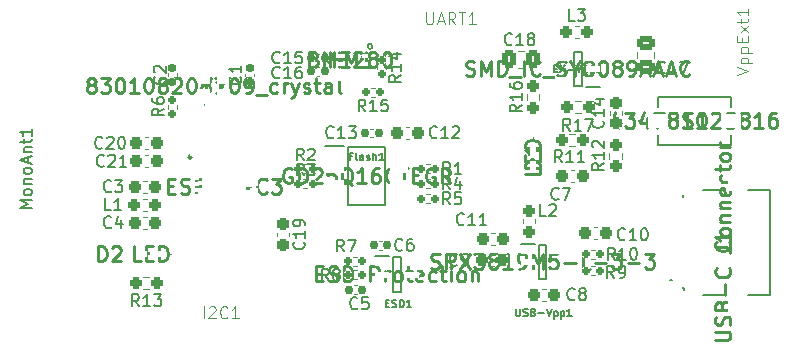
<source format=gto>
%TF.GenerationSoftware,KiCad,Pcbnew,7.0.9*%
%TF.CreationDate,2024-06-27T19:07:32+02:00*%
%TF.ProjectId,esp32_c3_custom_board,65737033-325f-4633-935f-637573746f6d,rev?*%
%TF.SameCoordinates,Original*%
%TF.FileFunction,Legend,Top*%
%TF.FilePolarity,Positive*%
%FSLAX46Y46*%
G04 Gerber Fmt 4.6, Leading zero omitted, Abs format (unit mm)*
G04 Created by KiCad (PCBNEW 7.0.9) date 2024-06-27 19:07:32*
%MOMM*%
%LPD*%
G01*
G04 APERTURE LIST*
G04 Aperture macros list*
%AMRoundRect*
0 Rectangle with rounded corners*
0 $1 Rounding radius*
0 $2 $3 $4 $5 $6 $7 $8 $9 X,Y pos of 4 corners*
0 Add a 4 corners polygon primitive as box body*
4,1,4,$2,$3,$4,$5,$6,$7,$8,$9,$2,$3,0*
0 Add four circle primitives for the rounded corners*
1,1,$1+$1,$2,$3*
1,1,$1+$1,$4,$5*
1,1,$1+$1,$6,$7*
1,1,$1+$1,$8,$9*
0 Add four rect primitives between the rounded corners*
20,1,$1+$1,$2,$3,$4,$5,0*
20,1,$1+$1,$4,$5,$6,$7,0*
20,1,$1+$1,$6,$7,$8,$9,0*
20,1,$1+$1,$8,$9,$2,$3,0*%
G04 Aperture macros list end*
%ADD10C,0.150000*%
%ADD11C,0.254000*%
%ADD12C,0.100000*%
%ADD13C,0.158750*%
%ADD14C,0.127000*%
%ADD15C,0.120000*%
%ADD16C,0.200000*%
%ADD17C,0.250000*%
%ADD18RoundRect,0.160000X-0.160000X0.197500X-0.160000X-0.197500X0.160000X-0.197500X0.160000X0.197500X0*%
%ADD19RoundRect,0.237500X-0.300000X-0.237500X0.300000X-0.237500X0.300000X0.237500X-0.300000X0.237500X0*%
%ADD20RoundRect,0.155000X-0.155000X0.212500X-0.155000X-0.212500X0.155000X-0.212500X0.155000X0.212500X0*%
%ADD21RoundRect,0.160000X0.197500X0.160000X-0.197500X0.160000X-0.197500X-0.160000X0.197500X-0.160000X0*%
%ADD22R,1.300000X0.500000*%
%ADD23R,0.870000X0.500000*%
%ADD24R,1.000000X0.900000*%
%ADD25RoundRect,0.237500X-0.237500X0.287500X-0.237500X-0.287500X0.237500X-0.287500X0.237500X0.287500X0*%
%ADD26RoundRect,0.250000X0.337500X0.475000X-0.337500X0.475000X-0.337500X-0.475000X0.337500X-0.475000X0*%
%ADD27RoundRect,0.155000X0.212500X0.155000X-0.212500X0.155000X-0.212500X-0.155000X0.212500X-0.155000X0*%
%ADD28RoundRect,0.237500X0.237500X-0.250000X0.237500X0.250000X-0.237500X0.250000X-0.237500X-0.250000X0*%
%ADD29RoundRect,0.237500X0.250000X0.237500X-0.250000X0.237500X-0.250000X-0.237500X0.250000X-0.237500X0*%
%ADD30RoundRect,0.155000X-0.212500X-0.155000X0.212500X-0.155000X0.212500X0.155000X-0.212500X0.155000X0*%
%ADD31C,1.200000*%
%ADD32RoundRect,0.160000X0.160000X-0.197500X0.160000X0.197500X-0.160000X0.197500X-0.160000X-0.197500X0*%
%ADD33C,0.650000*%
%ADD34R,1.150000X0.600000*%
%ADD35R,1.150000X0.300000*%
%ADD36R,1.500000X1.500000*%
%ADD37R,0.500000X0.350000*%
%ADD38R,1.525000X0.650000*%
%ADD39R,1.200000X0.600000*%
%ADD40RoundRect,0.237500X0.300000X0.237500X-0.300000X0.237500X-0.300000X-0.237500X0.300000X-0.237500X0*%
%ADD41RoundRect,0.160000X-0.197500X-0.160000X0.197500X-0.160000X0.197500X0.160000X-0.197500X0.160000X0*%
%ADD42R,1.750000X1.200000*%
%ADD43RoundRect,0.250000X-0.475000X0.337500X-0.475000X-0.337500X0.475000X-0.337500X0.475000X0.337500X0*%
%ADD44RoundRect,0.155000X0.155000X-0.212500X0.155000X0.212500X-0.155000X0.212500X-0.155000X-0.212500X0*%
%ADD45RoundRect,0.237500X-0.250000X-0.237500X0.250000X-0.237500X0.250000X0.237500X-0.250000X0.237500X0*%
%ADD46R,0.800000X0.300000*%
%ADD47R,0.300000X0.800000*%
%ADD48R,3.750000X3.750000*%
%ADD49RoundRect,0.237500X-0.237500X0.300000X-0.237500X-0.300000X0.237500X-0.300000X0.237500X0.300000X0*%
%ADD50RoundRect,0.237500X-0.287500X-0.237500X0.287500X-0.237500X0.287500X0.237500X-0.287500X0.237500X0*%
%ADD51R,0.500000X1.300000*%
%ADD52R,0.500000X0.870000*%
%ADD53RoundRect,0.237500X0.237500X-0.300000X0.237500X0.300000X-0.237500X0.300000X-0.237500X-0.300000X0*%
G04 APERTURE END LIST*
D10*
X143755819Y-129219357D02*
X143279628Y-129552690D01*
X143755819Y-129790785D02*
X142755819Y-129790785D01*
X142755819Y-129790785D02*
X142755819Y-129409833D01*
X142755819Y-129409833D02*
X142803438Y-129314595D01*
X142803438Y-129314595D02*
X142851057Y-129266976D01*
X142851057Y-129266976D02*
X142946295Y-129219357D01*
X142946295Y-129219357D02*
X143089152Y-129219357D01*
X143089152Y-129219357D02*
X143184390Y-129266976D01*
X143184390Y-129266976D02*
X143232009Y-129314595D01*
X143232009Y-129314595D02*
X143279628Y-129409833D01*
X143279628Y-129409833D02*
X143279628Y-129790785D01*
X143755819Y-128266976D02*
X143755819Y-128838404D01*
X143755819Y-128552690D02*
X142755819Y-128552690D01*
X142755819Y-128552690D02*
X142898676Y-128647928D01*
X142898676Y-128647928D02*
X142993914Y-128743166D01*
X142993914Y-128743166D02*
X143041533Y-128838404D01*
X143089152Y-127409833D02*
X143755819Y-127409833D01*
X142708200Y-127647928D02*
X143422485Y-127886023D01*
X143422485Y-127886023D02*
X143422485Y-127266976D01*
X146804142Y-134471580D02*
X146756523Y-134519200D01*
X146756523Y-134519200D02*
X146613666Y-134566819D01*
X146613666Y-134566819D02*
X146518428Y-134566819D01*
X146518428Y-134566819D02*
X146375571Y-134519200D01*
X146375571Y-134519200D02*
X146280333Y-134423961D01*
X146280333Y-134423961D02*
X146232714Y-134328723D01*
X146232714Y-134328723D02*
X146185095Y-134138247D01*
X146185095Y-134138247D02*
X146185095Y-133995390D01*
X146185095Y-133995390D02*
X146232714Y-133804914D01*
X146232714Y-133804914D02*
X146280333Y-133709676D01*
X146280333Y-133709676D02*
X146375571Y-133614438D01*
X146375571Y-133614438D02*
X146518428Y-133566819D01*
X146518428Y-133566819D02*
X146613666Y-133566819D01*
X146613666Y-133566819D02*
X146756523Y-133614438D01*
X146756523Y-133614438D02*
X146804142Y-133662057D01*
X147756523Y-134566819D02*
X147185095Y-134566819D01*
X147470809Y-134566819D02*
X147470809Y-133566819D01*
X147470809Y-133566819D02*
X147375571Y-133709676D01*
X147375571Y-133709676D02*
X147280333Y-133804914D01*
X147280333Y-133804914D02*
X147185095Y-133852533D01*
X148137476Y-133662057D02*
X148185095Y-133614438D01*
X148185095Y-133614438D02*
X148280333Y-133566819D01*
X148280333Y-133566819D02*
X148518428Y-133566819D01*
X148518428Y-133566819D02*
X148613666Y-133614438D01*
X148613666Y-133614438D02*
X148661285Y-133662057D01*
X148661285Y-133662057D02*
X148708904Y-133757295D01*
X148708904Y-133757295D02*
X148708904Y-133852533D01*
X148708904Y-133852533D02*
X148661285Y-133995390D01*
X148661285Y-133995390D02*
X148089857Y-134566819D01*
X148089857Y-134566819D02*
X148708904Y-134566819D01*
X123740580Y-129371166D02*
X123788200Y-129418785D01*
X123788200Y-129418785D02*
X123835819Y-129561642D01*
X123835819Y-129561642D02*
X123835819Y-129656880D01*
X123835819Y-129656880D02*
X123788200Y-129799737D01*
X123788200Y-129799737D02*
X123692961Y-129894975D01*
X123692961Y-129894975D02*
X123597723Y-129942594D01*
X123597723Y-129942594D02*
X123407247Y-129990213D01*
X123407247Y-129990213D02*
X123264390Y-129990213D01*
X123264390Y-129990213D02*
X123073914Y-129942594D01*
X123073914Y-129942594D02*
X122978676Y-129894975D01*
X122978676Y-129894975D02*
X122883438Y-129799737D01*
X122883438Y-129799737D02*
X122835819Y-129656880D01*
X122835819Y-129656880D02*
X122835819Y-129561642D01*
X122835819Y-129561642D02*
X122883438Y-129418785D01*
X122883438Y-129418785D02*
X122931057Y-129371166D01*
X122931057Y-128990213D02*
X122883438Y-128942594D01*
X122883438Y-128942594D02*
X122835819Y-128847356D01*
X122835819Y-128847356D02*
X122835819Y-128609261D01*
X122835819Y-128609261D02*
X122883438Y-128514023D01*
X122883438Y-128514023D02*
X122931057Y-128466404D01*
X122931057Y-128466404D02*
X123026295Y-128418785D01*
X123026295Y-128418785D02*
X123121533Y-128418785D01*
X123121533Y-128418785D02*
X123264390Y-128466404D01*
X123264390Y-128466404D02*
X123835819Y-129037832D01*
X123835819Y-129037832D02*
X123835819Y-128418785D01*
X147915333Y-140154819D02*
X147582000Y-139678628D01*
X147343905Y-140154819D02*
X147343905Y-139154819D01*
X147343905Y-139154819D02*
X147724857Y-139154819D01*
X147724857Y-139154819D02*
X147820095Y-139202438D01*
X147820095Y-139202438D02*
X147867714Y-139250057D01*
X147867714Y-139250057D02*
X147915333Y-139345295D01*
X147915333Y-139345295D02*
X147915333Y-139488152D01*
X147915333Y-139488152D02*
X147867714Y-139583390D01*
X147867714Y-139583390D02*
X147820095Y-139631009D01*
X147820095Y-139631009D02*
X147724857Y-139678628D01*
X147724857Y-139678628D02*
X147343905Y-139678628D01*
X148820095Y-139154819D02*
X148343905Y-139154819D01*
X148343905Y-139154819D02*
X148296286Y-139631009D01*
X148296286Y-139631009D02*
X148343905Y-139583390D01*
X148343905Y-139583390D02*
X148439143Y-139535771D01*
X148439143Y-139535771D02*
X148677238Y-139535771D01*
X148677238Y-139535771D02*
X148772476Y-139583390D01*
X148772476Y-139583390D02*
X148820095Y-139631009D01*
X148820095Y-139631009D02*
X148867714Y-139726247D01*
X148867714Y-139726247D02*
X148867714Y-139964342D01*
X148867714Y-139964342D02*
X148820095Y-140059580D01*
X148820095Y-140059580D02*
X148772476Y-140107200D01*
X148772476Y-140107200D02*
X148677238Y-140154819D01*
X148677238Y-140154819D02*
X148439143Y-140154819D01*
X148439143Y-140154819D02*
X148343905Y-140107200D01*
X148343905Y-140107200D02*
X148296286Y-140059580D01*
D11*
X118106618Y-144973318D02*
X118106618Y-143703318D01*
X118106618Y-143703318D02*
X118408999Y-143703318D01*
X118408999Y-143703318D02*
X118590428Y-143763794D01*
X118590428Y-143763794D02*
X118711380Y-143884746D01*
X118711380Y-143884746D02*
X118771857Y-144005699D01*
X118771857Y-144005699D02*
X118832333Y-144247603D01*
X118832333Y-144247603D02*
X118832333Y-144429032D01*
X118832333Y-144429032D02*
X118771857Y-144670937D01*
X118771857Y-144670937D02*
X118711380Y-144791889D01*
X118711380Y-144791889D02*
X118590428Y-144912842D01*
X118590428Y-144912842D02*
X118408999Y-144973318D01*
X118408999Y-144973318D02*
X118106618Y-144973318D01*
X119316142Y-143824270D02*
X119376618Y-143763794D01*
X119376618Y-143763794D02*
X119497571Y-143703318D01*
X119497571Y-143703318D02*
X119799952Y-143703318D01*
X119799952Y-143703318D02*
X119920904Y-143763794D01*
X119920904Y-143763794D02*
X119981380Y-143824270D01*
X119981380Y-143824270D02*
X120041857Y-143945222D01*
X120041857Y-143945222D02*
X120041857Y-144066175D01*
X120041857Y-144066175D02*
X119981380Y-144247603D01*
X119981380Y-144247603D02*
X119255666Y-144973318D01*
X119255666Y-144973318D02*
X120041857Y-144973318D01*
X121741571Y-144973318D02*
X121136809Y-144973318D01*
X121136809Y-144973318D02*
X121136809Y-143703318D01*
X122164904Y-144308080D02*
X122588238Y-144308080D01*
X122769666Y-144973318D02*
X122164904Y-144973318D01*
X122164904Y-144973318D02*
X122164904Y-143703318D01*
X122164904Y-143703318D02*
X122769666Y-143703318D01*
X123313952Y-144973318D02*
X123313952Y-143703318D01*
X123313952Y-143703318D02*
X123616333Y-143703318D01*
X123616333Y-143703318D02*
X123797762Y-143763794D01*
X123797762Y-143763794D02*
X123918714Y-143884746D01*
X123918714Y-143884746D02*
X123979191Y-144005699D01*
X123979191Y-144005699D02*
X124039667Y-144247603D01*
X124039667Y-144247603D02*
X124039667Y-144429032D01*
X124039667Y-144429032D02*
X123979191Y-144670937D01*
X123979191Y-144670937D02*
X123918714Y-144791889D01*
X123918714Y-144791889D02*
X123797762Y-144912842D01*
X123797762Y-144912842D02*
X123616333Y-144973318D01*
X123616333Y-144973318D02*
X123313952Y-144973318D01*
D10*
X147915333Y-138884819D02*
X147582000Y-138408628D01*
X147343905Y-138884819D02*
X147343905Y-137884819D01*
X147343905Y-137884819D02*
X147724857Y-137884819D01*
X147724857Y-137884819D02*
X147820095Y-137932438D01*
X147820095Y-137932438D02*
X147867714Y-137980057D01*
X147867714Y-137980057D02*
X147915333Y-138075295D01*
X147915333Y-138075295D02*
X147915333Y-138218152D01*
X147915333Y-138218152D02*
X147867714Y-138313390D01*
X147867714Y-138313390D02*
X147820095Y-138361009D01*
X147820095Y-138361009D02*
X147724857Y-138408628D01*
X147724857Y-138408628D02*
X147343905Y-138408628D01*
X148772476Y-138218152D02*
X148772476Y-138884819D01*
X148534381Y-137837200D02*
X148296286Y-138551485D01*
X148296286Y-138551485D02*
X148915333Y-138551485D01*
D11*
X127284238Y-130144556D02*
X127284238Y-130749318D01*
X126860905Y-129479318D02*
X127284238Y-130144556D01*
X127284238Y-130144556D02*
X127707572Y-129479318D01*
X128796143Y-130749318D02*
X128070428Y-130749318D01*
X128433285Y-130749318D02*
X128433285Y-129479318D01*
X128433285Y-129479318D02*
X128312333Y-129660746D01*
X128312333Y-129660746D02*
X128191381Y-129781699D01*
X128191381Y-129781699D02*
X128070428Y-129842175D01*
X117426618Y-130023603D02*
X117305666Y-129963127D01*
X117305666Y-129963127D02*
X117245189Y-129902651D01*
X117245189Y-129902651D02*
X117184713Y-129781699D01*
X117184713Y-129781699D02*
X117184713Y-129721222D01*
X117184713Y-129721222D02*
X117245189Y-129600270D01*
X117245189Y-129600270D02*
X117305666Y-129539794D01*
X117305666Y-129539794D02*
X117426618Y-129479318D01*
X117426618Y-129479318D02*
X117668523Y-129479318D01*
X117668523Y-129479318D02*
X117789475Y-129539794D01*
X117789475Y-129539794D02*
X117849951Y-129600270D01*
X117849951Y-129600270D02*
X117910428Y-129721222D01*
X117910428Y-129721222D02*
X117910428Y-129781699D01*
X117910428Y-129781699D02*
X117849951Y-129902651D01*
X117849951Y-129902651D02*
X117789475Y-129963127D01*
X117789475Y-129963127D02*
X117668523Y-130023603D01*
X117668523Y-130023603D02*
X117426618Y-130023603D01*
X117426618Y-130023603D02*
X117305666Y-130084080D01*
X117305666Y-130084080D02*
X117245189Y-130144556D01*
X117245189Y-130144556D02*
X117184713Y-130265508D01*
X117184713Y-130265508D02*
X117184713Y-130507413D01*
X117184713Y-130507413D02*
X117245189Y-130628365D01*
X117245189Y-130628365D02*
X117305666Y-130688842D01*
X117305666Y-130688842D02*
X117426618Y-130749318D01*
X117426618Y-130749318D02*
X117668523Y-130749318D01*
X117668523Y-130749318D02*
X117789475Y-130688842D01*
X117789475Y-130688842D02*
X117849951Y-130628365D01*
X117849951Y-130628365D02*
X117910428Y-130507413D01*
X117910428Y-130507413D02*
X117910428Y-130265508D01*
X117910428Y-130265508D02*
X117849951Y-130144556D01*
X117849951Y-130144556D02*
X117789475Y-130084080D01*
X117789475Y-130084080D02*
X117668523Y-130023603D01*
X118333761Y-129479318D02*
X119119952Y-129479318D01*
X119119952Y-129479318D02*
X118696618Y-129963127D01*
X118696618Y-129963127D02*
X118878047Y-129963127D01*
X118878047Y-129963127D02*
X118998999Y-130023603D01*
X118998999Y-130023603D02*
X119059475Y-130084080D01*
X119059475Y-130084080D02*
X119119952Y-130205032D01*
X119119952Y-130205032D02*
X119119952Y-130507413D01*
X119119952Y-130507413D02*
X119059475Y-130628365D01*
X119059475Y-130628365D02*
X118998999Y-130688842D01*
X118998999Y-130688842D02*
X118878047Y-130749318D01*
X118878047Y-130749318D02*
X118515190Y-130749318D01*
X118515190Y-130749318D02*
X118394237Y-130688842D01*
X118394237Y-130688842D02*
X118333761Y-130628365D01*
X119906142Y-129479318D02*
X120027095Y-129479318D01*
X120027095Y-129479318D02*
X120148047Y-129539794D01*
X120148047Y-129539794D02*
X120208523Y-129600270D01*
X120208523Y-129600270D02*
X120268999Y-129721222D01*
X120268999Y-129721222D02*
X120329476Y-129963127D01*
X120329476Y-129963127D02*
X120329476Y-130265508D01*
X120329476Y-130265508D02*
X120268999Y-130507413D01*
X120268999Y-130507413D02*
X120208523Y-130628365D01*
X120208523Y-130628365D02*
X120148047Y-130688842D01*
X120148047Y-130688842D02*
X120027095Y-130749318D01*
X120027095Y-130749318D02*
X119906142Y-130749318D01*
X119906142Y-130749318D02*
X119785190Y-130688842D01*
X119785190Y-130688842D02*
X119724714Y-130628365D01*
X119724714Y-130628365D02*
X119664237Y-130507413D01*
X119664237Y-130507413D02*
X119603761Y-130265508D01*
X119603761Y-130265508D02*
X119603761Y-129963127D01*
X119603761Y-129963127D02*
X119664237Y-129721222D01*
X119664237Y-129721222D02*
X119724714Y-129600270D01*
X119724714Y-129600270D02*
X119785190Y-129539794D01*
X119785190Y-129539794D02*
X119906142Y-129479318D01*
X121539000Y-130749318D02*
X120813285Y-130749318D01*
X121176142Y-130749318D02*
X121176142Y-129479318D01*
X121176142Y-129479318D02*
X121055190Y-129660746D01*
X121055190Y-129660746D02*
X120934238Y-129781699D01*
X120934238Y-129781699D02*
X120813285Y-129842175D01*
X122325190Y-129479318D02*
X122446143Y-129479318D01*
X122446143Y-129479318D02*
X122567095Y-129539794D01*
X122567095Y-129539794D02*
X122627571Y-129600270D01*
X122627571Y-129600270D02*
X122688047Y-129721222D01*
X122688047Y-129721222D02*
X122748524Y-129963127D01*
X122748524Y-129963127D02*
X122748524Y-130265508D01*
X122748524Y-130265508D02*
X122688047Y-130507413D01*
X122688047Y-130507413D02*
X122627571Y-130628365D01*
X122627571Y-130628365D02*
X122567095Y-130688842D01*
X122567095Y-130688842D02*
X122446143Y-130749318D01*
X122446143Y-130749318D02*
X122325190Y-130749318D01*
X122325190Y-130749318D02*
X122204238Y-130688842D01*
X122204238Y-130688842D02*
X122143762Y-130628365D01*
X122143762Y-130628365D02*
X122083285Y-130507413D01*
X122083285Y-130507413D02*
X122022809Y-130265508D01*
X122022809Y-130265508D02*
X122022809Y-129963127D01*
X122022809Y-129963127D02*
X122083285Y-129721222D01*
X122083285Y-129721222D02*
X122143762Y-129600270D01*
X122143762Y-129600270D02*
X122204238Y-129539794D01*
X122204238Y-129539794D02*
X122325190Y-129479318D01*
X123474238Y-130023603D02*
X123353286Y-129963127D01*
X123353286Y-129963127D02*
X123292809Y-129902651D01*
X123292809Y-129902651D02*
X123232333Y-129781699D01*
X123232333Y-129781699D02*
X123232333Y-129721222D01*
X123232333Y-129721222D02*
X123292809Y-129600270D01*
X123292809Y-129600270D02*
X123353286Y-129539794D01*
X123353286Y-129539794D02*
X123474238Y-129479318D01*
X123474238Y-129479318D02*
X123716143Y-129479318D01*
X123716143Y-129479318D02*
X123837095Y-129539794D01*
X123837095Y-129539794D02*
X123897571Y-129600270D01*
X123897571Y-129600270D02*
X123958048Y-129721222D01*
X123958048Y-129721222D02*
X123958048Y-129781699D01*
X123958048Y-129781699D02*
X123897571Y-129902651D01*
X123897571Y-129902651D02*
X123837095Y-129963127D01*
X123837095Y-129963127D02*
X123716143Y-130023603D01*
X123716143Y-130023603D02*
X123474238Y-130023603D01*
X123474238Y-130023603D02*
X123353286Y-130084080D01*
X123353286Y-130084080D02*
X123292809Y-130144556D01*
X123292809Y-130144556D02*
X123232333Y-130265508D01*
X123232333Y-130265508D02*
X123232333Y-130507413D01*
X123232333Y-130507413D02*
X123292809Y-130628365D01*
X123292809Y-130628365D02*
X123353286Y-130688842D01*
X123353286Y-130688842D02*
X123474238Y-130749318D01*
X123474238Y-130749318D02*
X123716143Y-130749318D01*
X123716143Y-130749318D02*
X123837095Y-130688842D01*
X123837095Y-130688842D02*
X123897571Y-130628365D01*
X123897571Y-130628365D02*
X123958048Y-130507413D01*
X123958048Y-130507413D02*
X123958048Y-130265508D01*
X123958048Y-130265508D02*
X123897571Y-130144556D01*
X123897571Y-130144556D02*
X123837095Y-130084080D01*
X123837095Y-130084080D02*
X123716143Y-130023603D01*
X124441857Y-129600270D02*
X124502333Y-129539794D01*
X124502333Y-129539794D02*
X124623286Y-129479318D01*
X124623286Y-129479318D02*
X124925667Y-129479318D01*
X124925667Y-129479318D02*
X125046619Y-129539794D01*
X125046619Y-129539794D02*
X125107095Y-129600270D01*
X125107095Y-129600270D02*
X125167572Y-129721222D01*
X125167572Y-129721222D02*
X125167572Y-129842175D01*
X125167572Y-129842175D02*
X125107095Y-130023603D01*
X125107095Y-130023603D02*
X124381381Y-130749318D01*
X124381381Y-130749318D02*
X125167572Y-130749318D01*
X125953762Y-129479318D02*
X126074715Y-129479318D01*
X126074715Y-129479318D02*
X126195667Y-129539794D01*
X126195667Y-129539794D02*
X126256143Y-129600270D01*
X126256143Y-129600270D02*
X126316619Y-129721222D01*
X126316619Y-129721222D02*
X126377096Y-129963127D01*
X126377096Y-129963127D02*
X126377096Y-130265508D01*
X126377096Y-130265508D02*
X126316619Y-130507413D01*
X126316619Y-130507413D02*
X126256143Y-130628365D01*
X126256143Y-130628365D02*
X126195667Y-130688842D01*
X126195667Y-130688842D02*
X126074715Y-130749318D01*
X126074715Y-130749318D02*
X125953762Y-130749318D01*
X125953762Y-130749318D02*
X125832810Y-130688842D01*
X125832810Y-130688842D02*
X125772334Y-130628365D01*
X125772334Y-130628365D02*
X125711857Y-130507413D01*
X125711857Y-130507413D02*
X125651381Y-130265508D01*
X125651381Y-130265508D02*
X125651381Y-129963127D01*
X125651381Y-129963127D02*
X125711857Y-129721222D01*
X125711857Y-129721222D02*
X125772334Y-129600270D01*
X125772334Y-129600270D02*
X125832810Y-129539794D01*
X125832810Y-129539794D02*
X125953762Y-129479318D01*
X127102810Y-130023603D02*
X126981858Y-129963127D01*
X126981858Y-129963127D02*
X126921381Y-129902651D01*
X126921381Y-129902651D02*
X126860905Y-129781699D01*
X126860905Y-129781699D02*
X126860905Y-129721222D01*
X126860905Y-129721222D02*
X126921381Y-129600270D01*
X126921381Y-129600270D02*
X126981858Y-129539794D01*
X126981858Y-129539794D02*
X127102810Y-129479318D01*
X127102810Y-129479318D02*
X127344715Y-129479318D01*
X127344715Y-129479318D02*
X127465667Y-129539794D01*
X127465667Y-129539794D02*
X127526143Y-129600270D01*
X127526143Y-129600270D02*
X127586620Y-129721222D01*
X127586620Y-129721222D02*
X127586620Y-129781699D01*
X127586620Y-129781699D02*
X127526143Y-129902651D01*
X127526143Y-129902651D02*
X127465667Y-129963127D01*
X127465667Y-129963127D02*
X127344715Y-130023603D01*
X127344715Y-130023603D02*
X127102810Y-130023603D01*
X127102810Y-130023603D02*
X126981858Y-130084080D01*
X126981858Y-130084080D02*
X126921381Y-130144556D01*
X126921381Y-130144556D02*
X126860905Y-130265508D01*
X126860905Y-130265508D02*
X126860905Y-130507413D01*
X126860905Y-130507413D02*
X126921381Y-130628365D01*
X126921381Y-130628365D02*
X126981858Y-130688842D01*
X126981858Y-130688842D02*
X127102810Y-130749318D01*
X127102810Y-130749318D02*
X127344715Y-130749318D01*
X127344715Y-130749318D02*
X127465667Y-130688842D01*
X127465667Y-130688842D02*
X127526143Y-130628365D01*
X127526143Y-130628365D02*
X127586620Y-130507413D01*
X127586620Y-130507413D02*
X127586620Y-130265508D01*
X127586620Y-130265508D02*
X127526143Y-130144556D01*
X127526143Y-130144556D02*
X127465667Y-130084080D01*
X127465667Y-130084080D02*
X127344715Y-130023603D01*
X128009953Y-129479318D02*
X128856620Y-129479318D01*
X128856620Y-129479318D02*
X128312334Y-130749318D01*
X129582334Y-129479318D02*
X129703287Y-129479318D01*
X129703287Y-129479318D02*
X129824239Y-129539794D01*
X129824239Y-129539794D02*
X129884715Y-129600270D01*
X129884715Y-129600270D02*
X129945191Y-129721222D01*
X129945191Y-129721222D02*
X130005668Y-129963127D01*
X130005668Y-129963127D02*
X130005668Y-130265508D01*
X130005668Y-130265508D02*
X129945191Y-130507413D01*
X129945191Y-130507413D02*
X129884715Y-130628365D01*
X129884715Y-130628365D02*
X129824239Y-130688842D01*
X129824239Y-130688842D02*
X129703287Y-130749318D01*
X129703287Y-130749318D02*
X129582334Y-130749318D01*
X129582334Y-130749318D02*
X129461382Y-130688842D01*
X129461382Y-130688842D02*
X129400906Y-130628365D01*
X129400906Y-130628365D02*
X129340429Y-130507413D01*
X129340429Y-130507413D02*
X129279953Y-130265508D01*
X129279953Y-130265508D02*
X129279953Y-129963127D01*
X129279953Y-129963127D02*
X129340429Y-129721222D01*
X129340429Y-129721222D02*
X129400906Y-129600270D01*
X129400906Y-129600270D02*
X129461382Y-129539794D01*
X129461382Y-129539794D02*
X129582334Y-129479318D01*
X130610430Y-130749318D02*
X130852334Y-130749318D01*
X130852334Y-130749318D02*
X130973287Y-130688842D01*
X130973287Y-130688842D02*
X131033763Y-130628365D01*
X131033763Y-130628365D02*
X131154715Y-130446937D01*
X131154715Y-130446937D02*
X131215192Y-130205032D01*
X131215192Y-130205032D02*
X131215192Y-129721222D01*
X131215192Y-129721222D02*
X131154715Y-129600270D01*
X131154715Y-129600270D02*
X131094239Y-129539794D01*
X131094239Y-129539794D02*
X130973287Y-129479318D01*
X130973287Y-129479318D02*
X130731382Y-129479318D01*
X130731382Y-129479318D02*
X130610430Y-129539794D01*
X130610430Y-129539794D02*
X130549953Y-129600270D01*
X130549953Y-129600270D02*
X130489477Y-129721222D01*
X130489477Y-129721222D02*
X130489477Y-130023603D01*
X130489477Y-130023603D02*
X130549953Y-130144556D01*
X130549953Y-130144556D02*
X130610430Y-130205032D01*
X130610430Y-130205032D02*
X130731382Y-130265508D01*
X130731382Y-130265508D02*
X130973287Y-130265508D01*
X130973287Y-130265508D02*
X131094239Y-130205032D01*
X131094239Y-130205032D02*
X131154715Y-130144556D01*
X131154715Y-130144556D02*
X131215192Y-130023603D01*
X131457097Y-130870270D02*
X132424716Y-130870270D01*
X133271382Y-130688842D02*
X133150430Y-130749318D01*
X133150430Y-130749318D02*
X132908525Y-130749318D01*
X132908525Y-130749318D02*
X132787573Y-130688842D01*
X132787573Y-130688842D02*
X132727096Y-130628365D01*
X132727096Y-130628365D02*
X132666620Y-130507413D01*
X132666620Y-130507413D02*
X132666620Y-130144556D01*
X132666620Y-130144556D02*
X132727096Y-130023603D01*
X132727096Y-130023603D02*
X132787573Y-129963127D01*
X132787573Y-129963127D02*
X132908525Y-129902651D01*
X132908525Y-129902651D02*
X133150430Y-129902651D01*
X133150430Y-129902651D02*
X133271382Y-129963127D01*
X133815667Y-130749318D02*
X133815667Y-129902651D01*
X133815667Y-130144556D02*
X133876144Y-130023603D01*
X133876144Y-130023603D02*
X133936620Y-129963127D01*
X133936620Y-129963127D02*
X134057572Y-129902651D01*
X134057572Y-129902651D02*
X134178525Y-129902651D01*
X134480905Y-129902651D02*
X134783286Y-130749318D01*
X135085667Y-129902651D02*
X134783286Y-130749318D01*
X134783286Y-130749318D02*
X134662334Y-131051699D01*
X134662334Y-131051699D02*
X134601857Y-131112175D01*
X134601857Y-131112175D02*
X134480905Y-131172651D01*
X135509000Y-130688842D02*
X135629953Y-130749318D01*
X135629953Y-130749318D02*
X135871857Y-130749318D01*
X135871857Y-130749318D02*
X135992810Y-130688842D01*
X135992810Y-130688842D02*
X136053286Y-130567889D01*
X136053286Y-130567889D02*
X136053286Y-130507413D01*
X136053286Y-130507413D02*
X135992810Y-130386461D01*
X135992810Y-130386461D02*
X135871857Y-130325984D01*
X135871857Y-130325984D02*
X135690429Y-130325984D01*
X135690429Y-130325984D02*
X135569476Y-130265508D01*
X135569476Y-130265508D02*
X135509000Y-130144556D01*
X135509000Y-130144556D02*
X135509000Y-130084080D01*
X135509000Y-130084080D02*
X135569476Y-129963127D01*
X135569476Y-129963127D02*
X135690429Y-129902651D01*
X135690429Y-129902651D02*
X135871857Y-129902651D01*
X135871857Y-129902651D02*
X135992810Y-129963127D01*
X136416143Y-129902651D02*
X136899952Y-129902651D01*
X136597571Y-129479318D02*
X136597571Y-130567889D01*
X136597571Y-130567889D02*
X136658048Y-130688842D01*
X136658048Y-130688842D02*
X136779000Y-130749318D01*
X136779000Y-130749318D02*
X136899952Y-130749318D01*
X137867571Y-130749318D02*
X137867571Y-130084080D01*
X137867571Y-130084080D02*
X137807095Y-129963127D01*
X137807095Y-129963127D02*
X137686143Y-129902651D01*
X137686143Y-129902651D02*
X137444238Y-129902651D01*
X137444238Y-129902651D02*
X137323285Y-129963127D01*
X137867571Y-130688842D02*
X137746619Y-130749318D01*
X137746619Y-130749318D02*
X137444238Y-130749318D01*
X137444238Y-130749318D02*
X137323285Y-130688842D01*
X137323285Y-130688842D02*
X137262809Y-130567889D01*
X137262809Y-130567889D02*
X137262809Y-130446937D01*
X137262809Y-130446937D02*
X137323285Y-130325984D01*
X137323285Y-130325984D02*
X137444238Y-130265508D01*
X137444238Y-130265508D02*
X137746619Y-130265508D01*
X137746619Y-130265508D02*
X137867571Y-130205032D01*
X138653762Y-130749318D02*
X138532810Y-130688842D01*
X138532810Y-130688842D02*
X138472333Y-130567889D01*
X138472333Y-130567889D02*
X138472333Y-129479318D01*
D10*
X156043333Y-141170819D02*
X155567143Y-141170819D01*
X155567143Y-141170819D02*
X155567143Y-140170819D01*
X156329048Y-140266057D02*
X156376667Y-140218438D01*
X156376667Y-140218438D02*
X156471905Y-140170819D01*
X156471905Y-140170819D02*
X156710000Y-140170819D01*
X156710000Y-140170819D02*
X156805238Y-140218438D01*
X156805238Y-140218438D02*
X156852857Y-140266057D01*
X156852857Y-140266057D02*
X156900476Y-140361295D01*
X156900476Y-140361295D02*
X156900476Y-140456533D01*
X156900476Y-140456533D02*
X156852857Y-140599390D01*
X156852857Y-140599390D02*
X156281429Y-141170819D01*
X156281429Y-141170819D02*
X156900476Y-141170819D01*
X153154142Y-126597580D02*
X153106523Y-126645200D01*
X153106523Y-126645200D02*
X152963666Y-126692819D01*
X152963666Y-126692819D02*
X152868428Y-126692819D01*
X152868428Y-126692819D02*
X152725571Y-126645200D01*
X152725571Y-126645200D02*
X152630333Y-126549961D01*
X152630333Y-126549961D02*
X152582714Y-126454723D01*
X152582714Y-126454723D02*
X152535095Y-126264247D01*
X152535095Y-126264247D02*
X152535095Y-126121390D01*
X152535095Y-126121390D02*
X152582714Y-125930914D01*
X152582714Y-125930914D02*
X152630333Y-125835676D01*
X152630333Y-125835676D02*
X152725571Y-125740438D01*
X152725571Y-125740438D02*
X152868428Y-125692819D01*
X152868428Y-125692819D02*
X152963666Y-125692819D01*
X152963666Y-125692819D02*
X153106523Y-125740438D01*
X153106523Y-125740438D02*
X153154142Y-125788057D01*
X154106523Y-126692819D02*
X153535095Y-126692819D01*
X153820809Y-126692819D02*
X153820809Y-125692819D01*
X153820809Y-125692819D02*
X153725571Y-125835676D01*
X153725571Y-125835676D02*
X153630333Y-125930914D01*
X153630333Y-125930914D02*
X153535095Y-125978533D01*
X154677952Y-126121390D02*
X154582714Y-126073771D01*
X154582714Y-126073771D02*
X154535095Y-126026152D01*
X154535095Y-126026152D02*
X154487476Y-125930914D01*
X154487476Y-125930914D02*
X154487476Y-125883295D01*
X154487476Y-125883295D02*
X154535095Y-125788057D01*
X154535095Y-125788057D02*
X154582714Y-125740438D01*
X154582714Y-125740438D02*
X154677952Y-125692819D01*
X154677952Y-125692819D02*
X154868428Y-125692819D01*
X154868428Y-125692819D02*
X154963666Y-125740438D01*
X154963666Y-125740438D02*
X155011285Y-125788057D01*
X155011285Y-125788057D02*
X155058904Y-125883295D01*
X155058904Y-125883295D02*
X155058904Y-125930914D01*
X155058904Y-125930914D02*
X155011285Y-126026152D01*
X155011285Y-126026152D02*
X154963666Y-126073771D01*
X154963666Y-126073771D02*
X154868428Y-126121390D01*
X154868428Y-126121390D02*
X154677952Y-126121390D01*
X154677952Y-126121390D02*
X154582714Y-126169009D01*
X154582714Y-126169009D02*
X154535095Y-126216628D01*
X154535095Y-126216628D02*
X154487476Y-126311866D01*
X154487476Y-126311866D02*
X154487476Y-126502342D01*
X154487476Y-126502342D02*
X154535095Y-126597580D01*
X154535095Y-126597580D02*
X154582714Y-126645200D01*
X154582714Y-126645200D02*
X154677952Y-126692819D01*
X154677952Y-126692819D02*
X154868428Y-126692819D01*
X154868428Y-126692819D02*
X154963666Y-126645200D01*
X154963666Y-126645200D02*
X155011285Y-126597580D01*
X155011285Y-126597580D02*
X155058904Y-126502342D01*
X155058904Y-126502342D02*
X155058904Y-126311866D01*
X155058904Y-126311866D02*
X155011285Y-126216628D01*
X155011285Y-126216628D02*
X154963666Y-126169009D01*
X154963666Y-126169009D02*
X154868428Y-126121390D01*
X133495142Y-129406580D02*
X133447523Y-129454200D01*
X133447523Y-129454200D02*
X133304666Y-129501819D01*
X133304666Y-129501819D02*
X133209428Y-129501819D01*
X133209428Y-129501819D02*
X133066571Y-129454200D01*
X133066571Y-129454200D02*
X132971333Y-129358961D01*
X132971333Y-129358961D02*
X132923714Y-129263723D01*
X132923714Y-129263723D02*
X132876095Y-129073247D01*
X132876095Y-129073247D02*
X132876095Y-128930390D01*
X132876095Y-128930390D02*
X132923714Y-128739914D01*
X132923714Y-128739914D02*
X132971333Y-128644676D01*
X132971333Y-128644676D02*
X133066571Y-128549438D01*
X133066571Y-128549438D02*
X133209428Y-128501819D01*
X133209428Y-128501819D02*
X133304666Y-128501819D01*
X133304666Y-128501819D02*
X133447523Y-128549438D01*
X133447523Y-128549438D02*
X133495142Y-128597057D01*
X134447523Y-129501819D02*
X133876095Y-129501819D01*
X134161809Y-129501819D02*
X134161809Y-128501819D01*
X134161809Y-128501819D02*
X134066571Y-128644676D01*
X134066571Y-128644676D02*
X133971333Y-128739914D01*
X133971333Y-128739914D02*
X133876095Y-128787533D01*
X135304666Y-128501819D02*
X135114190Y-128501819D01*
X135114190Y-128501819D02*
X135018952Y-128549438D01*
X135018952Y-128549438D02*
X134971333Y-128597057D01*
X134971333Y-128597057D02*
X134876095Y-128739914D01*
X134876095Y-128739914D02*
X134828476Y-128930390D01*
X134828476Y-128930390D02*
X134828476Y-129311342D01*
X134828476Y-129311342D02*
X134876095Y-129406580D01*
X134876095Y-129406580D02*
X134923714Y-129454200D01*
X134923714Y-129454200D02*
X135018952Y-129501819D01*
X135018952Y-129501819D02*
X135209428Y-129501819D01*
X135209428Y-129501819D02*
X135304666Y-129454200D01*
X135304666Y-129454200D02*
X135352285Y-129406580D01*
X135352285Y-129406580D02*
X135399904Y-129311342D01*
X135399904Y-129311342D02*
X135399904Y-129073247D01*
X135399904Y-129073247D02*
X135352285Y-128978009D01*
X135352285Y-128978009D02*
X135304666Y-128930390D01*
X135304666Y-128930390D02*
X135209428Y-128882771D01*
X135209428Y-128882771D02*
X135018952Y-128882771D01*
X135018952Y-128882771D02*
X134923714Y-128930390D01*
X134923714Y-128930390D02*
X134876095Y-128978009D01*
X134876095Y-128978009D02*
X134828476Y-129073247D01*
X160949819Y-136683357D02*
X160473628Y-137016690D01*
X160949819Y-137254785D02*
X159949819Y-137254785D01*
X159949819Y-137254785D02*
X159949819Y-136873833D01*
X159949819Y-136873833D02*
X159997438Y-136778595D01*
X159997438Y-136778595D02*
X160045057Y-136730976D01*
X160045057Y-136730976D02*
X160140295Y-136683357D01*
X160140295Y-136683357D02*
X160283152Y-136683357D01*
X160283152Y-136683357D02*
X160378390Y-136730976D01*
X160378390Y-136730976D02*
X160426009Y-136778595D01*
X160426009Y-136778595D02*
X160473628Y-136873833D01*
X160473628Y-136873833D02*
X160473628Y-137254785D01*
X160949819Y-135730976D02*
X160949819Y-136302404D01*
X160949819Y-136016690D02*
X159949819Y-136016690D01*
X159949819Y-136016690D02*
X160092676Y-136111928D01*
X160092676Y-136111928D02*
X160187914Y-136207166D01*
X160187914Y-136207166D02*
X160235533Y-136302404D01*
X160045057Y-135350023D02*
X159997438Y-135302404D01*
X159997438Y-135302404D02*
X159949819Y-135207166D01*
X159949819Y-135207166D02*
X159949819Y-134969071D01*
X159949819Y-134969071D02*
X159997438Y-134873833D01*
X159997438Y-134873833D02*
X160045057Y-134826214D01*
X160045057Y-134826214D02*
X160140295Y-134778595D01*
X160140295Y-134778595D02*
X160235533Y-134778595D01*
X160235533Y-134778595D02*
X160378390Y-134826214D01*
X160378390Y-134826214D02*
X160949819Y-135397642D01*
X160949819Y-135397642D02*
X160949819Y-134778595D01*
X161810333Y-146377819D02*
X161477000Y-145901628D01*
X161238905Y-146377819D02*
X161238905Y-145377819D01*
X161238905Y-145377819D02*
X161619857Y-145377819D01*
X161619857Y-145377819D02*
X161715095Y-145425438D01*
X161715095Y-145425438D02*
X161762714Y-145473057D01*
X161762714Y-145473057D02*
X161810333Y-145568295D01*
X161810333Y-145568295D02*
X161810333Y-145711152D01*
X161810333Y-145711152D02*
X161762714Y-145806390D01*
X161762714Y-145806390D02*
X161715095Y-145854009D01*
X161715095Y-145854009D02*
X161619857Y-145901628D01*
X161619857Y-145901628D02*
X161238905Y-145901628D01*
X162286524Y-146377819D02*
X162477000Y-146377819D01*
X162477000Y-146377819D02*
X162572238Y-146330200D01*
X162572238Y-146330200D02*
X162619857Y-146282580D01*
X162619857Y-146282580D02*
X162715095Y-146139723D01*
X162715095Y-146139723D02*
X162762714Y-145949247D01*
X162762714Y-145949247D02*
X162762714Y-145568295D01*
X162762714Y-145568295D02*
X162715095Y-145473057D01*
X162715095Y-145473057D02*
X162667476Y-145425438D01*
X162667476Y-145425438D02*
X162572238Y-145377819D01*
X162572238Y-145377819D02*
X162381762Y-145377819D01*
X162381762Y-145377819D02*
X162286524Y-145425438D01*
X162286524Y-145425438D02*
X162238905Y-145473057D01*
X162238905Y-145473057D02*
X162191286Y-145568295D01*
X162191286Y-145568295D02*
X162191286Y-145806390D01*
X162191286Y-145806390D02*
X162238905Y-145901628D01*
X162238905Y-145901628D02*
X162286524Y-145949247D01*
X162286524Y-145949247D02*
X162381762Y-145996866D01*
X162381762Y-145996866D02*
X162572238Y-145996866D01*
X162572238Y-145996866D02*
X162667476Y-145949247D01*
X162667476Y-145949247D02*
X162715095Y-145901628D01*
X162715095Y-145901628D02*
X162762714Y-145806390D01*
X157392142Y-136598819D02*
X157058809Y-136122628D01*
X156820714Y-136598819D02*
X156820714Y-135598819D01*
X156820714Y-135598819D02*
X157201666Y-135598819D01*
X157201666Y-135598819D02*
X157296904Y-135646438D01*
X157296904Y-135646438D02*
X157344523Y-135694057D01*
X157344523Y-135694057D02*
X157392142Y-135789295D01*
X157392142Y-135789295D02*
X157392142Y-135932152D01*
X157392142Y-135932152D02*
X157344523Y-136027390D01*
X157344523Y-136027390D02*
X157296904Y-136075009D01*
X157296904Y-136075009D02*
X157201666Y-136122628D01*
X157201666Y-136122628D02*
X156820714Y-136122628D01*
X158344523Y-136598819D02*
X157773095Y-136598819D01*
X158058809Y-136598819D02*
X158058809Y-135598819D01*
X158058809Y-135598819D02*
X157963571Y-135741676D01*
X157963571Y-135741676D02*
X157868333Y-135836914D01*
X157868333Y-135836914D02*
X157773095Y-135884533D01*
X159296904Y-136598819D02*
X158725476Y-136598819D01*
X159011190Y-136598819D02*
X159011190Y-135598819D01*
X159011190Y-135598819D02*
X158915952Y-135741676D01*
X158915952Y-135741676D02*
X158820714Y-135836914D01*
X158820714Y-135836914D02*
X158725476Y-135884533D01*
X140745642Y-132307819D02*
X140412309Y-131831628D01*
X140174214Y-132307819D02*
X140174214Y-131307819D01*
X140174214Y-131307819D02*
X140555166Y-131307819D01*
X140555166Y-131307819D02*
X140650404Y-131355438D01*
X140650404Y-131355438D02*
X140698023Y-131403057D01*
X140698023Y-131403057D02*
X140745642Y-131498295D01*
X140745642Y-131498295D02*
X140745642Y-131641152D01*
X140745642Y-131641152D02*
X140698023Y-131736390D01*
X140698023Y-131736390D02*
X140650404Y-131784009D01*
X140650404Y-131784009D02*
X140555166Y-131831628D01*
X140555166Y-131831628D02*
X140174214Y-131831628D01*
X141698023Y-132307819D02*
X141126595Y-132307819D01*
X141412309Y-132307819D02*
X141412309Y-131307819D01*
X141412309Y-131307819D02*
X141317071Y-131450676D01*
X141317071Y-131450676D02*
X141221833Y-131545914D01*
X141221833Y-131545914D02*
X141126595Y-131593533D01*
X142602785Y-131307819D02*
X142126595Y-131307819D01*
X142126595Y-131307819D02*
X142078976Y-131784009D01*
X142078976Y-131784009D02*
X142126595Y-131736390D01*
X142126595Y-131736390D02*
X142221833Y-131688771D01*
X142221833Y-131688771D02*
X142459928Y-131688771D01*
X142459928Y-131688771D02*
X142555166Y-131736390D01*
X142555166Y-131736390D02*
X142602785Y-131784009D01*
X142602785Y-131784009D02*
X142650404Y-131879247D01*
X142650404Y-131879247D02*
X142650404Y-132117342D01*
X142650404Y-132117342D02*
X142602785Y-132212580D01*
X142602785Y-132212580D02*
X142555166Y-132260200D01*
X142555166Y-132260200D02*
X142459928Y-132307819D01*
X142459928Y-132307819D02*
X142221833Y-132307819D01*
X142221833Y-132307819D02*
X142126595Y-132260200D01*
X142126595Y-132260200D02*
X142078976Y-132212580D01*
X147915333Y-137614819D02*
X147582000Y-137138628D01*
X147343905Y-137614819D02*
X147343905Y-136614819D01*
X147343905Y-136614819D02*
X147724857Y-136614819D01*
X147724857Y-136614819D02*
X147820095Y-136662438D01*
X147820095Y-136662438D02*
X147867714Y-136710057D01*
X147867714Y-136710057D02*
X147915333Y-136805295D01*
X147915333Y-136805295D02*
X147915333Y-136948152D01*
X147915333Y-136948152D02*
X147867714Y-137043390D01*
X147867714Y-137043390D02*
X147820095Y-137091009D01*
X147820095Y-137091009D02*
X147724857Y-137138628D01*
X147724857Y-137138628D02*
X147343905Y-137138628D01*
X148867714Y-137614819D02*
X148296286Y-137614819D01*
X148582000Y-137614819D02*
X148582000Y-136614819D01*
X148582000Y-136614819D02*
X148486762Y-136757676D01*
X148486762Y-136757676D02*
X148391524Y-136852914D01*
X148391524Y-136852914D02*
X148296286Y-136900533D01*
X138049142Y-134471580D02*
X138001523Y-134519200D01*
X138001523Y-134519200D02*
X137858666Y-134566819D01*
X137858666Y-134566819D02*
X137763428Y-134566819D01*
X137763428Y-134566819D02*
X137620571Y-134519200D01*
X137620571Y-134519200D02*
X137525333Y-134423961D01*
X137525333Y-134423961D02*
X137477714Y-134328723D01*
X137477714Y-134328723D02*
X137430095Y-134138247D01*
X137430095Y-134138247D02*
X137430095Y-133995390D01*
X137430095Y-133995390D02*
X137477714Y-133804914D01*
X137477714Y-133804914D02*
X137525333Y-133709676D01*
X137525333Y-133709676D02*
X137620571Y-133614438D01*
X137620571Y-133614438D02*
X137763428Y-133566819D01*
X137763428Y-133566819D02*
X137858666Y-133566819D01*
X137858666Y-133566819D02*
X138001523Y-133614438D01*
X138001523Y-133614438D02*
X138049142Y-133662057D01*
X139001523Y-134566819D02*
X138430095Y-134566819D01*
X138715809Y-134566819D02*
X138715809Y-133566819D01*
X138715809Y-133566819D02*
X138620571Y-133709676D01*
X138620571Y-133709676D02*
X138525333Y-133804914D01*
X138525333Y-133804914D02*
X138430095Y-133852533D01*
X139334857Y-133566819D02*
X139953904Y-133566819D01*
X139953904Y-133566819D02*
X139620571Y-133947771D01*
X139620571Y-133947771D02*
X139763428Y-133947771D01*
X139763428Y-133947771D02*
X139858666Y-133995390D01*
X139858666Y-133995390D02*
X139906285Y-134043009D01*
X139906285Y-134043009D02*
X139953904Y-134138247D01*
X139953904Y-134138247D02*
X139953904Y-134376342D01*
X139953904Y-134376342D02*
X139906285Y-134471580D01*
X139906285Y-134471580D02*
X139858666Y-134519200D01*
X139858666Y-134519200D02*
X139763428Y-134566819D01*
X139763428Y-134566819D02*
X139477714Y-134566819D01*
X139477714Y-134566819D02*
X139382476Y-134519200D01*
X139382476Y-134519200D02*
X139334857Y-134471580D01*
D12*
X127071619Y-149809419D02*
X127071619Y-148809419D01*
X127500190Y-148904657D02*
X127547809Y-148857038D01*
X127547809Y-148857038D02*
X127643047Y-148809419D01*
X127643047Y-148809419D02*
X127881142Y-148809419D01*
X127881142Y-148809419D02*
X127976380Y-148857038D01*
X127976380Y-148857038D02*
X128023999Y-148904657D01*
X128023999Y-148904657D02*
X128071618Y-148999895D01*
X128071618Y-148999895D02*
X128071618Y-149095133D01*
X128071618Y-149095133D02*
X128023999Y-149237990D01*
X128023999Y-149237990D02*
X127452571Y-149809419D01*
X127452571Y-149809419D02*
X128071618Y-149809419D01*
X129071618Y-149714180D02*
X129023999Y-149761800D01*
X129023999Y-149761800D02*
X128881142Y-149809419D01*
X128881142Y-149809419D02*
X128785904Y-149809419D01*
X128785904Y-149809419D02*
X128643047Y-149761800D01*
X128643047Y-149761800D02*
X128547809Y-149666561D01*
X128547809Y-149666561D02*
X128500190Y-149571323D01*
X128500190Y-149571323D02*
X128452571Y-149380847D01*
X128452571Y-149380847D02*
X128452571Y-149237990D01*
X128452571Y-149237990D02*
X128500190Y-149047514D01*
X128500190Y-149047514D02*
X128547809Y-148952276D01*
X128547809Y-148952276D02*
X128643047Y-148857038D01*
X128643047Y-148857038D02*
X128785904Y-148809419D01*
X128785904Y-148809419D02*
X128881142Y-148809419D01*
X128881142Y-148809419D02*
X129023999Y-148857038D01*
X129023999Y-148857038D02*
X129071618Y-148904657D01*
X130023999Y-149809419D02*
X129452571Y-149809419D01*
X129738285Y-149809419D02*
X129738285Y-148809419D01*
X129738285Y-148809419D02*
X129643047Y-148952276D01*
X129643047Y-148952276D02*
X129547809Y-149047514D01*
X129547809Y-149047514D02*
X129452571Y-149095133D01*
D10*
X123681819Y-132060166D02*
X123205628Y-132393499D01*
X123681819Y-132631594D02*
X122681819Y-132631594D01*
X122681819Y-132631594D02*
X122681819Y-132250642D01*
X122681819Y-132250642D02*
X122729438Y-132155404D01*
X122729438Y-132155404D02*
X122777057Y-132107785D01*
X122777057Y-132107785D02*
X122872295Y-132060166D01*
X122872295Y-132060166D02*
X123015152Y-132060166D01*
X123015152Y-132060166D02*
X123110390Y-132107785D01*
X123110390Y-132107785D02*
X123158009Y-132155404D01*
X123158009Y-132155404D02*
X123205628Y-132250642D01*
X123205628Y-132250642D02*
X123205628Y-132631594D01*
X122681819Y-131203023D02*
X122681819Y-131393499D01*
X122681819Y-131393499D02*
X122729438Y-131488737D01*
X122729438Y-131488737D02*
X122777057Y-131536356D01*
X122777057Y-131536356D02*
X122919914Y-131631594D01*
X122919914Y-131631594D02*
X123110390Y-131679213D01*
X123110390Y-131679213D02*
X123491342Y-131679213D01*
X123491342Y-131679213D02*
X123586580Y-131631594D01*
X123586580Y-131631594D02*
X123634200Y-131583975D01*
X123634200Y-131583975D02*
X123681819Y-131488737D01*
X123681819Y-131488737D02*
X123681819Y-131298261D01*
X123681819Y-131298261D02*
X123634200Y-131203023D01*
X123634200Y-131203023D02*
X123586580Y-131155404D01*
X123586580Y-131155404D02*
X123491342Y-131107785D01*
X123491342Y-131107785D02*
X123253247Y-131107785D01*
X123253247Y-131107785D02*
X123158009Y-131155404D01*
X123158009Y-131155404D02*
X123110390Y-131203023D01*
X123110390Y-131203023D02*
X123062771Y-131298261D01*
X123062771Y-131298261D02*
X123062771Y-131488737D01*
X123062771Y-131488737D02*
X123110390Y-131583975D01*
X123110390Y-131583975D02*
X123158009Y-131631594D01*
X123158009Y-131631594D02*
X123253247Y-131679213D01*
X157106333Y-139678580D02*
X157058714Y-139726200D01*
X157058714Y-139726200D02*
X156915857Y-139773819D01*
X156915857Y-139773819D02*
X156820619Y-139773819D01*
X156820619Y-139773819D02*
X156677762Y-139726200D01*
X156677762Y-139726200D02*
X156582524Y-139630961D01*
X156582524Y-139630961D02*
X156534905Y-139535723D01*
X156534905Y-139535723D02*
X156487286Y-139345247D01*
X156487286Y-139345247D02*
X156487286Y-139202390D01*
X156487286Y-139202390D02*
X156534905Y-139011914D01*
X156534905Y-139011914D02*
X156582524Y-138916676D01*
X156582524Y-138916676D02*
X156677762Y-138821438D01*
X156677762Y-138821438D02*
X156820619Y-138773819D01*
X156820619Y-138773819D02*
X156915857Y-138773819D01*
X156915857Y-138773819D02*
X157058714Y-138821438D01*
X157058714Y-138821438D02*
X157106333Y-138869057D01*
X157439667Y-138773819D02*
X158106333Y-138773819D01*
X158106333Y-138773819D02*
X157677762Y-139773819D01*
D11*
X170373318Y-143806332D02*
X171280461Y-143806332D01*
X171280461Y-143806332D02*
X171461889Y-143866809D01*
X171461889Y-143866809D02*
X171582842Y-143987761D01*
X171582842Y-143987761D02*
X171643318Y-144169190D01*
X171643318Y-144169190D02*
X171643318Y-144290142D01*
X171643318Y-142536332D02*
X171643318Y-143262047D01*
X171643318Y-142899190D02*
X170373318Y-142899190D01*
X170373318Y-142899190D02*
X170554746Y-143020142D01*
X170554746Y-143020142D02*
X170675699Y-143141094D01*
X170675699Y-143141094D02*
X170736175Y-143262047D01*
X170373318Y-151668238D02*
X171401413Y-151668238D01*
X171401413Y-151668238D02*
X171522365Y-151607761D01*
X171522365Y-151607761D02*
X171582842Y-151547285D01*
X171582842Y-151547285D02*
X171643318Y-151426333D01*
X171643318Y-151426333D02*
X171643318Y-151184428D01*
X171643318Y-151184428D02*
X171582842Y-151063476D01*
X171582842Y-151063476D02*
X171522365Y-151002999D01*
X171522365Y-151002999D02*
X171401413Y-150942523D01*
X171401413Y-150942523D02*
X170373318Y-150942523D01*
X171582842Y-150398238D02*
X171643318Y-150216809D01*
X171643318Y-150216809D02*
X171643318Y-149914428D01*
X171643318Y-149914428D02*
X171582842Y-149793476D01*
X171582842Y-149793476D02*
X171522365Y-149733000D01*
X171522365Y-149733000D02*
X171401413Y-149672523D01*
X171401413Y-149672523D02*
X171280461Y-149672523D01*
X171280461Y-149672523D02*
X171159508Y-149733000D01*
X171159508Y-149733000D02*
X171099032Y-149793476D01*
X171099032Y-149793476D02*
X171038556Y-149914428D01*
X171038556Y-149914428D02*
X170978080Y-150156333D01*
X170978080Y-150156333D02*
X170917603Y-150277285D01*
X170917603Y-150277285D02*
X170857127Y-150337762D01*
X170857127Y-150337762D02*
X170736175Y-150398238D01*
X170736175Y-150398238D02*
X170615222Y-150398238D01*
X170615222Y-150398238D02*
X170494270Y-150337762D01*
X170494270Y-150337762D02*
X170433794Y-150277285D01*
X170433794Y-150277285D02*
X170373318Y-150156333D01*
X170373318Y-150156333D02*
X170373318Y-149853952D01*
X170373318Y-149853952D02*
X170433794Y-149672523D01*
X170978080Y-148704904D02*
X171038556Y-148523476D01*
X171038556Y-148523476D02*
X171099032Y-148462999D01*
X171099032Y-148462999D02*
X171219984Y-148402523D01*
X171219984Y-148402523D02*
X171401413Y-148402523D01*
X171401413Y-148402523D02*
X171522365Y-148462999D01*
X171522365Y-148462999D02*
X171582842Y-148523476D01*
X171582842Y-148523476D02*
X171643318Y-148644428D01*
X171643318Y-148644428D02*
X171643318Y-149128238D01*
X171643318Y-149128238D02*
X170373318Y-149128238D01*
X170373318Y-149128238D02*
X170373318Y-148704904D01*
X170373318Y-148704904D02*
X170433794Y-148583952D01*
X170433794Y-148583952D02*
X170494270Y-148523476D01*
X170494270Y-148523476D02*
X170615222Y-148462999D01*
X170615222Y-148462999D02*
X170736175Y-148462999D01*
X170736175Y-148462999D02*
X170857127Y-148523476D01*
X170857127Y-148523476D02*
X170917603Y-148583952D01*
X170917603Y-148583952D02*
X170978080Y-148704904D01*
X170978080Y-148704904D02*
X170978080Y-149128238D01*
X171159508Y-147858238D02*
X171159508Y-146890619D01*
X171522365Y-145560142D02*
X171582842Y-145620618D01*
X171582842Y-145620618D02*
X171643318Y-145802047D01*
X171643318Y-145802047D02*
X171643318Y-145922999D01*
X171643318Y-145922999D02*
X171582842Y-146104428D01*
X171582842Y-146104428D02*
X171461889Y-146225380D01*
X171461889Y-146225380D02*
X171340937Y-146285857D01*
X171340937Y-146285857D02*
X171099032Y-146346333D01*
X171099032Y-146346333D02*
X170917603Y-146346333D01*
X170917603Y-146346333D02*
X170675699Y-146285857D01*
X170675699Y-146285857D02*
X170554746Y-146225380D01*
X170554746Y-146225380D02*
X170433794Y-146104428D01*
X170433794Y-146104428D02*
X170373318Y-145922999D01*
X170373318Y-145922999D02*
X170373318Y-145802047D01*
X170373318Y-145802047D02*
X170433794Y-145620618D01*
X170433794Y-145620618D02*
X170494270Y-145560142D01*
X171522365Y-143322523D02*
X171582842Y-143382999D01*
X171582842Y-143382999D02*
X171643318Y-143564428D01*
X171643318Y-143564428D02*
X171643318Y-143685380D01*
X171643318Y-143685380D02*
X171582842Y-143866809D01*
X171582842Y-143866809D02*
X171461889Y-143987761D01*
X171461889Y-143987761D02*
X171340937Y-144048238D01*
X171340937Y-144048238D02*
X171099032Y-144108714D01*
X171099032Y-144108714D02*
X170917603Y-144108714D01*
X170917603Y-144108714D02*
X170675699Y-144048238D01*
X170675699Y-144048238D02*
X170554746Y-143987761D01*
X170554746Y-143987761D02*
X170433794Y-143866809D01*
X170433794Y-143866809D02*
X170373318Y-143685380D01*
X170373318Y-143685380D02*
X170373318Y-143564428D01*
X170373318Y-143564428D02*
X170433794Y-143382999D01*
X170433794Y-143382999D02*
X170494270Y-143322523D01*
X171643318Y-142596809D02*
X171582842Y-142717761D01*
X171582842Y-142717761D02*
X171522365Y-142778238D01*
X171522365Y-142778238D02*
X171401413Y-142838714D01*
X171401413Y-142838714D02*
X171038556Y-142838714D01*
X171038556Y-142838714D02*
X170917603Y-142778238D01*
X170917603Y-142778238D02*
X170857127Y-142717761D01*
X170857127Y-142717761D02*
X170796651Y-142596809D01*
X170796651Y-142596809D02*
X170796651Y-142415380D01*
X170796651Y-142415380D02*
X170857127Y-142294428D01*
X170857127Y-142294428D02*
X170917603Y-142233952D01*
X170917603Y-142233952D02*
X171038556Y-142173476D01*
X171038556Y-142173476D02*
X171401413Y-142173476D01*
X171401413Y-142173476D02*
X171522365Y-142233952D01*
X171522365Y-142233952D02*
X171582842Y-142294428D01*
X171582842Y-142294428D02*
X171643318Y-142415380D01*
X171643318Y-142415380D02*
X171643318Y-142596809D01*
X170796651Y-141629190D02*
X171643318Y-141629190D01*
X170917603Y-141629190D02*
X170857127Y-141568713D01*
X170857127Y-141568713D02*
X170796651Y-141447761D01*
X170796651Y-141447761D02*
X170796651Y-141266332D01*
X170796651Y-141266332D02*
X170857127Y-141145380D01*
X170857127Y-141145380D02*
X170978080Y-141084904D01*
X170978080Y-141084904D02*
X171643318Y-141084904D01*
X170796651Y-140480142D02*
X171643318Y-140480142D01*
X170917603Y-140480142D02*
X170857127Y-140419665D01*
X170857127Y-140419665D02*
X170796651Y-140298713D01*
X170796651Y-140298713D02*
X170796651Y-140117284D01*
X170796651Y-140117284D02*
X170857127Y-139996332D01*
X170857127Y-139996332D02*
X170978080Y-139935856D01*
X170978080Y-139935856D02*
X171643318Y-139935856D01*
X171582842Y-138847284D02*
X171643318Y-138968236D01*
X171643318Y-138968236D02*
X171643318Y-139210141D01*
X171643318Y-139210141D02*
X171582842Y-139331094D01*
X171582842Y-139331094D02*
X171461889Y-139391570D01*
X171461889Y-139391570D02*
X170978080Y-139391570D01*
X170978080Y-139391570D02*
X170857127Y-139331094D01*
X170857127Y-139331094D02*
X170796651Y-139210141D01*
X170796651Y-139210141D02*
X170796651Y-138968236D01*
X170796651Y-138968236D02*
X170857127Y-138847284D01*
X170857127Y-138847284D02*
X170978080Y-138786808D01*
X170978080Y-138786808D02*
X171099032Y-138786808D01*
X171099032Y-138786808D02*
X171219984Y-139391570D01*
X171582842Y-137698237D02*
X171643318Y-137819189D01*
X171643318Y-137819189D02*
X171643318Y-138061094D01*
X171643318Y-138061094D02*
X171582842Y-138182046D01*
X171582842Y-138182046D02*
X171522365Y-138242523D01*
X171522365Y-138242523D02*
X171401413Y-138302999D01*
X171401413Y-138302999D02*
X171038556Y-138302999D01*
X171038556Y-138302999D02*
X170917603Y-138242523D01*
X170917603Y-138242523D02*
X170857127Y-138182046D01*
X170857127Y-138182046D02*
X170796651Y-138061094D01*
X170796651Y-138061094D02*
X170796651Y-137819189D01*
X170796651Y-137819189D02*
X170857127Y-137698237D01*
X170796651Y-137335380D02*
X170796651Y-136851571D01*
X170373318Y-137153952D02*
X171461889Y-137153952D01*
X171461889Y-137153952D02*
X171582842Y-137093475D01*
X171582842Y-137093475D02*
X171643318Y-136972523D01*
X171643318Y-136972523D02*
X171643318Y-136851571D01*
X171643318Y-136246809D02*
X171582842Y-136367761D01*
X171582842Y-136367761D02*
X171522365Y-136428238D01*
X171522365Y-136428238D02*
X171401413Y-136488714D01*
X171401413Y-136488714D02*
X171038556Y-136488714D01*
X171038556Y-136488714D02*
X170917603Y-136428238D01*
X170917603Y-136428238D02*
X170857127Y-136367761D01*
X170857127Y-136367761D02*
X170796651Y-136246809D01*
X170796651Y-136246809D02*
X170796651Y-136065380D01*
X170796651Y-136065380D02*
X170857127Y-135944428D01*
X170857127Y-135944428D02*
X170917603Y-135883952D01*
X170917603Y-135883952D02*
X171038556Y-135823476D01*
X171038556Y-135823476D02*
X171401413Y-135823476D01*
X171401413Y-135823476D02*
X171522365Y-135883952D01*
X171522365Y-135883952D02*
X171582842Y-135944428D01*
X171582842Y-135944428D02*
X171643318Y-136065380D01*
X171643318Y-136065380D02*
X171643318Y-136246809D01*
X171643318Y-135279190D02*
X170796651Y-135279190D01*
X171038556Y-135279190D02*
X170917603Y-135218713D01*
X170917603Y-135218713D02*
X170857127Y-135158237D01*
X170857127Y-135158237D02*
X170796651Y-135037285D01*
X170796651Y-135037285D02*
X170796651Y-134916332D01*
D12*
X145883571Y-123917419D02*
X145883571Y-124726942D01*
X145883571Y-124726942D02*
X145931190Y-124822180D01*
X145931190Y-124822180D02*
X145978809Y-124869800D01*
X145978809Y-124869800D02*
X146074047Y-124917419D01*
X146074047Y-124917419D02*
X146264523Y-124917419D01*
X146264523Y-124917419D02*
X146359761Y-124869800D01*
X146359761Y-124869800D02*
X146407380Y-124822180D01*
X146407380Y-124822180D02*
X146454999Y-124726942D01*
X146454999Y-124726942D02*
X146454999Y-123917419D01*
X146883571Y-124631704D02*
X147359761Y-124631704D01*
X146788333Y-124917419D02*
X147121666Y-123917419D01*
X147121666Y-123917419D02*
X147454999Y-124917419D01*
X148359761Y-124917419D02*
X148026428Y-124441228D01*
X147788333Y-124917419D02*
X147788333Y-123917419D01*
X147788333Y-123917419D02*
X148169285Y-123917419D01*
X148169285Y-123917419D02*
X148264523Y-123965038D01*
X148264523Y-123965038D02*
X148312142Y-124012657D01*
X148312142Y-124012657D02*
X148359761Y-124107895D01*
X148359761Y-124107895D02*
X148359761Y-124250752D01*
X148359761Y-124250752D02*
X148312142Y-124345990D01*
X148312142Y-124345990D02*
X148264523Y-124393609D01*
X148264523Y-124393609D02*
X148169285Y-124441228D01*
X148169285Y-124441228D02*
X147788333Y-124441228D01*
X148645476Y-123917419D02*
X149216904Y-123917419D01*
X148931190Y-124917419D02*
X148931190Y-123917419D01*
X150074047Y-124917419D02*
X149502619Y-124917419D01*
X149788333Y-124917419D02*
X149788333Y-123917419D01*
X149788333Y-123917419D02*
X149693095Y-124060276D01*
X149693095Y-124060276D02*
X149597857Y-124155514D01*
X149597857Y-124155514D02*
X149502619Y-124203133D01*
D11*
X137754666Y-128532318D02*
X137754666Y-127262318D01*
X137754666Y-127867080D02*
X138480381Y-127867080D01*
X138480381Y-128532318D02*
X138480381Y-127262318D01*
X139085142Y-128532318D02*
X139085142Y-127262318D01*
X139085142Y-127262318D02*
X139508476Y-128169461D01*
X139508476Y-128169461D02*
X139931809Y-127262318D01*
X139931809Y-127262318D02*
X139931809Y-128532318D01*
X141201810Y-128532318D02*
X140476095Y-128532318D01*
X140838952Y-128532318D02*
X140838952Y-127262318D01*
X140838952Y-127262318D02*
X140718000Y-127443746D01*
X140718000Y-127443746D02*
X140597048Y-127564699D01*
X140597048Y-127564699D02*
X140476095Y-127625175D01*
X136424190Y-127867080D02*
X136605618Y-127927556D01*
X136605618Y-127927556D02*
X136666095Y-127988032D01*
X136666095Y-127988032D02*
X136726571Y-128108984D01*
X136726571Y-128108984D02*
X136726571Y-128290413D01*
X136726571Y-128290413D02*
X136666095Y-128411365D01*
X136666095Y-128411365D02*
X136605618Y-128471842D01*
X136605618Y-128471842D02*
X136484666Y-128532318D01*
X136484666Y-128532318D02*
X136000856Y-128532318D01*
X136000856Y-128532318D02*
X136000856Y-127262318D01*
X136000856Y-127262318D02*
X136424190Y-127262318D01*
X136424190Y-127262318D02*
X136545142Y-127322794D01*
X136545142Y-127322794D02*
X136605618Y-127383270D01*
X136605618Y-127383270D02*
X136666095Y-127504222D01*
X136666095Y-127504222D02*
X136666095Y-127625175D01*
X136666095Y-127625175D02*
X136605618Y-127746127D01*
X136605618Y-127746127D02*
X136545142Y-127806603D01*
X136545142Y-127806603D02*
X136424190Y-127867080D01*
X136424190Y-127867080D02*
X136000856Y-127867080D01*
X137270856Y-128532318D02*
X137270856Y-127262318D01*
X137270856Y-127262318D02*
X137694190Y-128169461D01*
X137694190Y-128169461D02*
X138117523Y-127262318D01*
X138117523Y-127262318D02*
X138117523Y-128532318D01*
X138722285Y-127867080D02*
X139145619Y-127867080D01*
X139327047Y-128532318D02*
X138722285Y-128532318D01*
X138722285Y-128532318D02*
X138722285Y-127262318D01*
X138722285Y-127262318D02*
X139327047Y-127262318D01*
X139810857Y-127383270D02*
X139871333Y-127322794D01*
X139871333Y-127322794D02*
X139992286Y-127262318D01*
X139992286Y-127262318D02*
X140294667Y-127262318D01*
X140294667Y-127262318D02*
X140415619Y-127322794D01*
X140415619Y-127322794D02*
X140476095Y-127383270D01*
X140476095Y-127383270D02*
X140536572Y-127504222D01*
X140536572Y-127504222D02*
X140536572Y-127625175D01*
X140536572Y-127625175D02*
X140476095Y-127806603D01*
X140476095Y-127806603D02*
X139750381Y-128532318D01*
X139750381Y-128532318D02*
X140536572Y-128532318D01*
X141262286Y-127806603D02*
X141141334Y-127746127D01*
X141141334Y-127746127D02*
X141080857Y-127685651D01*
X141080857Y-127685651D02*
X141020381Y-127564699D01*
X141020381Y-127564699D02*
X141020381Y-127504222D01*
X141020381Y-127504222D02*
X141080857Y-127383270D01*
X141080857Y-127383270D02*
X141141334Y-127322794D01*
X141141334Y-127322794D02*
X141262286Y-127262318D01*
X141262286Y-127262318D02*
X141504191Y-127262318D01*
X141504191Y-127262318D02*
X141625143Y-127322794D01*
X141625143Y-127322794D02*
X141685619Y-127383270D01*
X141685619Y-127383270D02*
X141746096Y-127504222D01*
X141746096Y-127504222D02*
X141746096Y-127564699D01*
X141746096Y-127564699D02*
X141685619Y-127685651D01*
X141685619Y-127685651D02*
X141625143Y-127746127D01*
X141625143Y-127746127D02*
X141504191Y-127806603D01*
X141504191Y-127806603D02*
X141262286Y-127806603D01*
X141262286Y-127806603D02*
X141141334Y-127867080D01*
X141141334Y-127867080D02*
X141080857Y-127927556D01*
X141080857Y-127927556D02*
X141020381Y-128048508D01*
X141020381Y-128048508D02*
X141020381Y-128290413D01*
X141020381Y-128290413D02*
X141080857Y-128411365D01*
X141080857Y-128411365D02*
X141141334Y-128471842D01*
X141141334Y-128471842D02*
X141262286Y-128532318D01*
X141262286Y-128532318D02*
X141504191Y-128532318D01*
X141504191Y-128532318D02*
X141625143Y-128471842D01*
X141625143Y-128471842D02*
X141685619Y-128411365D01*
X141685619Y-128411365D02*
X141746096Y-128290413D01*
X141746096Y-128290413D02*
X141746096Y-128048508D01*
X141746096Y-128048508D02*
X141685619Y-127927556D01*
X141685619Y-127927556D02*
X141625143Y-127867080D01*
X141625143Y-127867080D02*
X141504191Y-127806603D01*
X142532286Y-127262318D02*
X142653239Y-127262318D01*
X142653239Y-127262318D02*
X142774191Y-127322794D01*
X142774191Y-127322794D02*
X142834667Y-127383270D01*
X142834667Y-127383270D02*
X142895143Y-127504222D01*
X142895143Y-127504222D02*
X142955620Y-127746127D01*
X142955620Y-127746127D02*
X142955620Y-128048508D01*
X142955620Y-128048508D02*
X142895143Y-128290413D01*
X142895143Y-128290413D02*
X142834667Y-128411365D01*
X142834667Y-128411365D02*
X142774191Y-128471842D01*
X142774191Y-128471842D02*
X142653239Y-128532318D01*
X142653239Y-128532318D02*
X142532286Y-128532318D01*
X142532286Y-128532318D02*
X142411334Y-128471842D01*
X142411334Y-128471842D02*
X142350858Y-128411365D01*
X142350858Y-128411365D02*
X142290381Y-128290413D01*
X142290381Y-128290413D02*
X142229905Y-128048508D01*
X142229905Y-128048508D02*
X142229905Y-127746127D01*
X142229905Y-127746127D02*
X142290381Y-127504222D01*
X142290381Y-127504222D02*
X142350858Y-127383270D01*
X142350858Y-127383270D02*
X142411334Y-127322794D01*
X142411334Y-127322794D02*
X142532286Y-127262318D01*
D13*
X139633476Y-136096889D02*
X139421809Y-136096889D01*
X139421809Y-136429508D02*
X139421809Y-135794508D01*
X139421809Y-135794508D02*
X139724190Y-135794508D01*
X140056809Y-136429508D02*
X139996333Y-136399270D01*
X139996333Y-136399270D02*
X139966095Y-136338793D01*
X139966095Y-136338793D02*
X139966095Y-135794508D01*
X140570857Y-136429508D02*
X140570857Y-136096889D01*
X140570857Y-136096889D02*
X140540619Y-136036412D01*
X140540619Y-136036412D02*
X140480143Y-136006174D01*
X140480143Y-136006174D02*
X140359190Y-136006174D01*
X140359190Y-136006174D02*
X140298714Y-136036412D01*
X140570857Y-136399270D02*
X140510381Y-136429508D01*
X140510381Y-136429508D02*
X140359190Y-136429508D01*
X140359190Y-136429508D02*
X140298714Y-136399270D01*
X140298714Y-136399270D02*
X140268476Y-136338793D01*
X140268476Y-136338793D02*
X140268476Y-136278317D01*
X140268476Y-136278317D02*
X140298714Y-136217841D01*
X140298714Y-136217841D02*
X140359190Y-136187603D01*
X140359190Y-136187603D02*
X140510381Y-136187603D01*
X140510381Y-136187603D02*
X140570857Y-136157365D01*
X140843000Y-136399270D02*
X140903476Y-136429508D01*
X140903476Y-136429508D02*
X141024428Y-136429508D01*
X141024428Y-136429508D02*
X141084905Y-136399270D01*
X141084905Y-136399270D02*
X141115143Y-136338793D01*
X141115143Y-136338793D02*
X141115143Y-136308555D01*
X141115143Y-136308555D02*
X141084905Y-136248079D01*
X141084905Y-136248079D02*
X141024428Y-136217841D01*
X141024428Y-136217841D02*
X140933714Y-136217841D01*
X140933714Y-136217841D02*
X140873238Y-136187603D01*
X140873238Y-136187603D02*
X140843000Y-136127127D01*
X140843000Y-136127127D02*
X140843000Y-136096889D01*
X140843000Y-136096889D02*
X140873238Y-136036412D01*
X140873238Y-136036412D02*
X140933714Y-136006174D01*
X140933714Y-136006174D02*
X141024428Y-136006174D01*
X141024428Y-136006174D02*
X141084905Y-136036412D01*
X141387286Y-136429508D02*
X141387286Y-135794508D01*
X141659429Y-136429508D02*
X141659429Y-136096889D01*
X141659429Y-136096889D02*
X141629191Y-136036412D01*
X141629191Y-136036412D02*
X141568715Y-136006174D01*
X141568715Y-136006174D02*
X141478000Y-136006174D01*
X141478000Y-136006174D02*
X141417524Y-136036412D01*
X141417524Y-136036412D02*
X141387286Y-136066650D01*
X142294429Y-136429508D02*
X141931572Y-136429508D01*
X142113000Y-136429508D02*
X142113000Y-135794508D01*
X142113000Y-135794508D02*
X142052524Y-135885222D01*
X142052524Y-135885222D02*
X141992048Y-135945698D01*
X141992048Y-135945698D02*
X141931572Y-135975936D01*
D11*
X134493000Y-137159794D02*
X134372047Y-137099318D01*
X134372047Y-137099318D02*
X134190619Y-137099318D01*
X134190619Y-137099318D02*
X134009190Y-137159794D01*
X134009190Y-137159794D02*
X133888238Y-137280746D01*
X133888238Y-137280746D02*
X133827761Y-137401699D01*
X133827761Y-137401699D02*
X133767285Y-137643603D01*
X133767285Y-137643603D02*
X133767285Y-137825032D01*
X133767285Y-137825032D02*
X133827761Y-138066937D01*
X133827761Y-138066937D02*
X133888238Y-138187889D01*
X133888238Y-138187889D02*
X134009190Y-138308842D01*
X134009190Y-138308842D02*
X134190619Y-138369318D01*
X134190619Y-138369318D02*
X134311571Y-138369318D01*
X134311571Y-138369318D02*
X134493000Y-138308842D01*
X134493000Y-138308842D02*
X134553476Y-138248365D01*
X134553476Y-138248365D02*
X134553476Y-137825032D01*
X134553476Y-137825032D02*
X134311571Y-137825032D01*
X135097761Y-138369318D02*
X135097761Y-137099318D01*
X135097761Y-137099318D02*
X135400142Y-137099318D01*
X135400142Y-137099318D02*
X135581571Y-137159794D01*
X135581571Y-137159794D02*
X135702523Y-137280746D01*
X135702523Y-137280746D02*
X135763000Y-137401699D01*
X135763000Y-137401699D02*
X135823476Y-137643603D01*
X135823476Y-137643603D02*
X135823476Y-137825032D01*
X135823476Y-137825032D02*
X135763000Y-138066937D01*
X135763000Y-138066937D02*
X135702523Y-138187889D01*
X135702523Y-138187889D02*
X135581571Y-138308842D01*
X135581571Y-138308842D02*
X135400142Y-138369318D01*
X135400142Y-138369318D02*
X135097761Y-138369318D01*
X136307285Y-137220270D02*
X136367761Y-137159794D01*
X136367761Y-137159794D02*
X136488714Y-137099318D01*
X136488714Y-137099318D02*
X136791095Y-137099318D01*
X136791095Y-137099318D02*
X136912047Y-137159794D01*
X136912047Y-137159794D02*
X136972523Y-137220270D01*
X136972523Y-137220270D02*
X137033000Y-137341222D01*
X137033000Y-137341222D02*
X137033000Y-137462175D01*
X137033000Y-137462175D02*
X136972523Y-137643603D01*
X136972523Y-137643603D02*
X136246809Y-138369318D01*
X136246809Y-138369318D02*
X137033000Y-138369318D01*
X138182047Y-137099318D02*
X137577285Y-137099318D01*
X137577285Y-137099318D02*
X137516809Y-137704080D01*
X137516809Y-137704080D02*
X137577285Y-137643603D01*
X137577285Y-137643603D02*
X137698238Y-137583127D01*
X137698238Y-137583127D02*
X138000619Y-137583127D01*
X138000619Y-137583127D02*
X138121571Y-137643603D01*
X138121571Y-137643603D02*
X138182047Y-137704080D01*
X138182047Y-137704080D02*
X138242524Y-137825032D01*
X138242524Y-137825032D02*
X138242524Y-138127413D01*
X138242524Y-138127413D02*
X138182047Y-138248365D01*
X138182047Y-138248365D02*
X138121571Y-138308842D01*
X138121571Y-138308842D02*
X138000619Y-138369318D01*
X138000619Y-138369318D02*
X137698238Y-138369318D01*
X137698238Y-138369318D02*
X137577285Y-138308842D01*
X137577285Y-138308842D02*
X137516809Y-138248365D01*
X139633476Y-138490270D02*
X139512524Y-138429794D01*
X139512524Y-138429794D02*
X139391571Y-138308842D01*
X139391571Y-138308842D02*
X139210143Y-138127413D01*
X139210143Y-138127413D02*
X139089190Y-138066937D01*
X139089190Y-138066937D02*
X138968238Y-138066937D01*
X139028714Y-138369318D02*
X138907762Y-138308842D01*
X138907762Y-138308842D02*
X138786809Y-138187889D01*
X138786809Y-138187889D02*
X138726333Y-137945984D01*
X138726333Y-137945984D02*
X138726333Y-137522651D01*
X138726333Y-137522651D02*
X138786809Y-137280746D01*
X138786809Y-137280746D02*
X138907762Y-137159794D01*
X138907762Y-137159794D02*
X139028714Y-137099318D01*
X139028714Y-137099318D02*
X139270619Y-137099318D01*
X139270619Y-137099318D02*
X139391571Y-137159794D01*
X139391571Y-137159794D02*
X139512524Y-137280746D01*
X139512524Y-137280746D02*
X139573000Y-137522651D01*
X139573000Y-137522651D02*
X139573000Y-137945984D01*
X139573000Y-137945984D02*
X139512524Y-138187889D01*
X139512524Y-138187889D02*
X139391571Y-138308842D01*
X139391571Y-138308842D02*
X139270619Y-138369318D01*
X139270619Y-138369318D02*
X139028714Y-138369318D01*
X140782524Y-138369318D02*
X140056809Y-138369318D01*
X140419666Y-138369318D02*
X140419666Y-137099318D01*
X140419666Y-137099318D02*
X140298714Y-137280746D01*
X140298714Y-137280746D02*
X140177762Y-137401699D01*
X140177762Y-137401699D02*
X140056809Y-137462175D01*
X141871095Y-137099318D02*
X141629190Y-137099318D01*
X141629190Y-137099318D02*
X141508238Y-137159794D01*
X141508238Y-137159794D02*
X141447762Y-137220270D01*
X141447762Y-137220270D02*
X141326809Y-137401699D01*
X141326809Y-137401699D02*
X141266333Y-137643603D01*
X141266333Y-137643603D02*
X141266333Y-138127413D01*
X141266333Y-138127413D02*
X141326809Y-138248365D01*
X141326809Y-138248365D02*
X141387286Y-138308842D01*
X141387286Y-138308842D02*
X141508238Y-138369318D01*
X141508238Y-138369318D02*
X141750143Y-138369318D01*
X141750143Y-138369318D02*
X141871095Y-138308842D01*
X141871095Y-138308842D02*
X141931571Y-138248365D01*
X141931571Y-138248365D02*
X141992048Y-138127413D01*
X141992048Y-138127413D02*
X141992048Y-137825032D01*
X141992048Y-137825032D02*
X141931571Y-137704080D01*
X141931571Y-137704080D02*
X141871095Y-137643603D01*
X141871095Y-137643603D02*
X141750143Y-137583127D01*
X141750143Y-137583127D02*
X141508238Y-137583127D01*
X141508238Y-137583127D02*
X141387286Y-137643603D01*
X141387286Y-137643603D02*
X141326809Y-137704080D01*
X141326809Y-137704080D02*
X141266333Y-137825032D01*
X143262048Y-138248365D02*
X143201572Y-138308842D01*
X143201572Y-138308842D02*
X143020143Y-138369318D01*
X143020143Y-138369318D02*
X142899191Y-138369318D01*
X142899191Y-138369318D02*
X142717762Y-138308842D01*
X142717762Y-138308842D02*
X142596810Y-138187889D01*
X142596810Y-138187889D02*
X142536333Y-138066937D01*
X142536333Y-138066937D02*
X142475857Y-137825032D01*
X142475857Y-137825032D02*
X142475857Y-137643603D01*
X142475857Y-137643603D02*
X142536333Y-137401699D01*
X142536333Y-137401699D02*
X142596810Y-137280746D01*
X142596810Y-137280746D02*
X142717762Y-137159794D01*
X142717762Y-137159794D02*
X142899191Y-137099318D01*
X142899191Y-137099318D02*
X143020143Y-137099318D01*
X143020143Y-137099318D02*
X143201572Y-137159794D01*
X143201572Y-137159794D02*
X143262048Y-137220270D01*
X143624905Y-137099318D02*
X144350619Y-137099318D01*
X143987762Y-138369318D02*
X143987762Y-137099318D01*
X144773952Y-137704080D02*
X145197286Y-137704080D01*
X145378714Y-138369318D02*
X144773952Y-138369318D01*
X144773952Y-138369318D02*
X144773952Y-137099318D01*
X144773952Y-137099318D02*
X145378714Y-137099318D01*
X146588239Y-137159794D02*
X146467286Y-137099318D01*
X146467286Y-137099318D02*
X146285858Y-137099318D01*
X146285858Y-137099318D02*
X146104429Y-137159794D01*
X146104429Y-137159794D02*
X145983477Y-137280746D01*
X145983477Y-137280746D02*
X145923000Y-137401699D01*
X145923000Y-137401699D02*
X145862524Y-137643603D01*
X145862524Y-137643603D02*
X145862524Y-137825032D01*
X145862524Y-137825032D02*
X145923000Y-138066937D01*
X145923000Y-138066937D02*
X145983477Y-138187889D01*
X145983477Y-138187889D02*
X146104429Y-138308842D01*
X146104429Y-138308842D02*
X146285858Y-138369318D01*
X146285858Y-138369318D02*
X146406810Y-138369318D01*
X146406810Y-138369318D02*
X146588239Y-138308842D01*
X146588239Y-138308842D02*
X146648715Y-138248365D01*
X146648715Y-138248365D02*
X146648715Y-137825032D01*
X146648715Y-137825032D02*
X146406810Y-137825032D01*
X147918715Y-138369318D02*
X147495381Y-137764556D01*
X147193000Y-138369318D02*
X147193000Y-137099318D01*
X147193000Y-137099318D02*
X147676810Y-137099318D01*
X147676810Y-137099318D02*
X147797762Y-137159794D01*
X147797762Y-137159794D02*
X147858239Y-137220270D01*
X147858239Y-137220270D02*
X147918715Y-137341222D01*
X147918715Y-137341222D02*
X147918715Y-137522651D01*
X147918715Y-137522651D02*
X147858239Y-137643603D01*
X147858239Y-137643603D02*
X147797762Y-137704080D01*
X147797762Y-137704080D02*
X147676810Y-137764556D01*
X147676810Y-137764556D02*
X147193000Y-137764556D01*
D13*
X142471666Y-148542889D02*
X142683333Y-148542889D01*
X142774047Y-148875508D02*
X142471666Y-148875508D01*
X142471666Y-148875508D02*
X142471666Y-148240508D01*
X142471666Y-148240508D02*
X142774047Y-148240508D01*
X143015952Y-148845270D02*
X143106666Y-148875508D01*
X143106666Y-148875508D02*
X143257857Y-148875508D01*
X143257857Y-148875508D02*
X143318333Y-148845270D01*
X143318333Y-148845270D02*
X143348571Y-148815031D01*
X143348571Y-148815031D02*
X143378809Y-148754555D01*
X143378809Y-148754555D02*
X143378809Y-148694079D01*
X143378809Y-148694079D02*
X143348571Y-148633603D01*
X143348571Y-148633603D02*
X143318333Y-148603365D01*
X143318333Y-148603365D02*
X143257857Y-148573127D01*
X143257857Y-148573127D02*
X143136904Y-148542889D01*
X143136904Y-148542889D02*
X143076428Y-148512650D01*
X143076428Y-148512650D02*
X143046190Y-148482412D01*
X143046190Y-148482412D02*
X143015952Y-148421936D01*
X143015952Y-148421936D02*
X143015952Y-148361460D01*
X143015952Y-148361460D02*
X143046190Y-148300984D01*
X143046190Y-148300984D02*
X143076428Y-148270746D01*
X143076428Y-148270746D02*
X143136904Y-148240508D01*
X143136904Y-148240508D02*
X143288095Y-148240508D01*
X143288095Y-148240508D02*
X143378809Y-148270746D01*
X143650952Y-148875508D02*
X143650952Y-148240508D01*
X143650952Y-148240508D02*
X143802142Y-148240508D01*
X143802142Y-148240508D02*
X143892857Y-148270746D01*
X143892857Y-148270746D02*
X143953333Y-148331222D01*
X143953333Y-148331222D02*
X143983571Y-148391698D01*
X143983571Y-148391698D02*
X144013809Y-148512650D01*
X144013809Y-148512650D02*
X144013809Y-148603365D01*
X144013809Y-148603365D02*
X143983571Y-148724317D01*
X143983571Y-148724317D02*
X143953333Y-148784793D01*
X143953333Y-148784793D02*
X143892857Y-148845270D01*
X143892857Y-148845270D02*
X143802142Y-148875508D01*
X143802142Y-148875508D02*
X143650952Y-148875508D01*
X144618571Y-148875508D02*
X144255714Y-148875508D01*
X144437142Y-148875508D02*
X144437142Y-148240508D01*
X144437142Y-148240508D02*
X144376666Y-148331222D01*
X144376666Y-148331222D02*
X144316190Y-148391698D01*
X144316190Y-148391698D02*
X144255714Y-148421936D01*
D11*
X136558952Y-146025080D02*
X136982286Y-146025080D01*
X137163714Y-146690318D02*
X136558952Y-146690318D01*
X136558952Y-146690318D02*
X136558952Y-145420318D01*
X136558952Y-145420318D02*
X137163714Y-145420318D01*
X137647524Y-146629842D02*
X137828953Y-146690318D01*
X137828953Y-146690318D02*
X138131334Y-146690318D01*
X138131334Y-146690318D02*
X138252286Y-146629842D01*
X138252286Y-146629842D02*
X138312762Y-146569365D01*
X138312762Y-146569365D02*
X138373239Y-146448413D01*
X138373239Y-146448413D02*
X138373239Y-146327461D01*
X138373239Y-146327461D02*
X138312762Y-146206508D01*
X138312762Y-146206508D02*
X138252286Y-146146032D01*
X138252286Y-146146032D02*
X138131334Y-146085556D01*
X138131334Y-146085556D02*
X137889429Y-146025080D01*
X137889429Y-146025080D02*
X137768477Y-145964603D01*
X137768477Y-145964603D02*
X137708000Y-145904127D01*
X137708000Y-145904127D02*
X137647524Y-145783175D01*
X137647524Y-145783175D02*
X137647524Y-145662222D01*
X137647524Y-145662222D02*
X137708000Y-145541270D01*
X137708000Y-145541270D02*
X137768477Y-145480794D01*
X137768477Y-145480794D02*
X137889429Y-145420318D01*
X137889429Y-145420318D02*
X138191810Y-145420318D01*
X138191810Y-145420318D02*
X138373239Y-145480794D01*
X138917524Y-146690318D02*
X138917524Y-145420318D01*
X138917524Y-145420318D02*
X139219905Y-145420318D01*
X139219905Y-145420318D02*
X139401334Y-145480794D01*
X139401334Y-145480794D02*
X139522286Y-145601746D01*
X139522286Y-145601746D02*
X139582763Y-145722699D01*
X139582763Y-145722699D02*
X139643239Y-145964603D01*
X139643239Y-145964603D02*
X139643239Y-146146032D01*
X139643239Y-146146032D02*
X139582763Y-146387937D01*
X139582763Y-146387937D02*
X139522286Y-146508889D01*
X139522286Y-146508889D02*
X139401334Y-146629842D01*
X139401334Y-146629842D02*
X139219905Y-146690318D01*
X139219905Y-146690318D02*
X138917524Y-146690318D01*
X141155143Y-146690318D02*
X141155143Y-145420318D01*
X141155143Y-145420318D02*
X141638953Y-145420318D01*
X141638953Y-145420318D02*
X141759905Y-145480794D01*
X141759905Y-145480794D02*
X141820382Y-145541270D01*
X141820382Y-145541270D02*
X141880858Y-145662222D01*
X141880858Y-145662222D02*
X141880858Y-145843651D01*
X141880858Y-145843651D02*
X141820382Y-145964603D01*
X141820382Y-145964603D02*
X141759905Y-146025080D01*
X141759905Y-146025080D02*
X141638953Y-146085556D01*
X141638953Y-146085556D02*
X141155143Y-146085556D01*
X142425143Y-146690318D02*
X142425143Y-145843651D01*
X142425143Y-146085556D02*
X142485620Y-145964603D01*
X142485620Y-145964603D02*
X142546096Y-145904127D01*
X142546096Y-145904127D02*
X142667048Y-145843651D01*
X142667048Y-145843651D02*
X142788001Y-145843651D01*
X143392762Y-146690318D02*
X143271810Y-146629842D01*
X143271810Y-146629842D02*
X143211333Y-146569365D01*
X143211333Y-146569365D02*
X143150857Y-146448413D01*
X143150857Y-146448413D02*
X143150857Y-146085556D01*
X143150857Y-146085556D02*
X143211333Y-145964603D01*
X143211333Y-145964603D02*
X143271810Y-145904127D01*
X143271810Y-145904127D02*
X143392762Y-145843651D01*
X143392762Y-145843651D02*
X143574191Y-145843651D01*
X143574191Y-145843651D02*
X143695143Y-145904127D01*
X143695143Y-145904127D02*
X143755619Y-145964603D01*
X143755619Y-145964603D02*
X143816095Y-146085556D01*
X143816095Y-146085556D02*
X143816095Y-146448413D01*
X143816095Y-146448413D02*
X143755619Y-146569365D01*
X143755619Y-146569365D02*
X143695143Y-146629842D01*
X143695143Y-146629842D02*
X143574191Y-146690318D01*
X143574191Y-146690318D02*
X143392762Y-146690318D01*
X144178953Y-145843651D02*
X144662762Y-145843651D01*
X144360381Y-145420318D02*
X144360381Y-146508889D01*
X144360381Y-146508889D02*
X144420858Y-146629842D01*
X144420858Y-146629842D02*
X144541810Y-146690318D01*
X144541810Y-146690318D02*
X144662762Y-146690318D01*
X145569905Y-146629842D02*
X145448953Y-146690318D01*
X145448953Y-146690318D02*
X145207048Y-146690318D01*
X145207048Y-146690318D02*
X145086095Y-146629842D01*
X145086095Y-146629842D02*
X145025619Y-146508889D01*
X145025619Y-146508889D02*
X145025619Y-146025080D01*
X145025619Y-146025080D02*
X145086095Y-145904127D01*
X145086095Y-145904127D02*
X145207048Y-145843651D01*
X145207048Y-145843651D02*
X145448953Y-145843651D01*
X145448953Y-145843651D02*
X145569905Y-145904127D01*
X145569905Y-145904127D02*
X145630381Y-146025080D01*
X145630381Y-146025080D02*
X145630381Y-146146032D01*
X145630381Y-146146032D02*
X145025619Y-146266984D01*
X146718952Y-146629842D02*
X146598000Y-146690318D01*
X146598000Y-146690318D02*
X146356095Y-146690318D01*
X146356095Y-146690318D02*
X146235143Y-146629842D01*
X146235143Y-146629842D02*
X146174666Y-146569365D01*
X146174666Y-146569365D02*
X146114190Y-146448413D01*
X146114190Y-146448413D02*
X146114190Y-146085556D01*
X146114190Y-146085556D02*
X146174666Y-145964603D01*
X146174666Y-145964603D02*
X146235143Y-145904127D01*
X146235143Y-145904127D02*
X146356095Y-145843651D01*
X146356095Y-145843651D02*
X146598000Y-145843651D01*
X146598000Y-145843651D02*
X146718952Y-145904127D01*
X147081809Y-145843651D02*
X147565618Y-145843651D01*
X147263237Y-145420318D02*
X147263237Y-146508889D01*
X147263237Y-146508889D02*
X147323714Y-146629842D01*
X147323714Y-146629842D02*
X147444666Y-146690318D01*
X147444666Y-146690318D02*
X147565618Y-146690318D01*
X147988951Y-146690318D02*
X147988951Y-145843651D01*
X147988951Y-145420318D02*
X147928475Y-145480794D01*
X147928475Y-145480794D02*
X147988951Y-145541270D01*
X147988951Y-145541270D02*
X148049428Y-145480794D01*
X148049428Y-145480794D02*
X147988951Y-145420318D01*
X147988951Y-145420318D02*
X147988951Y-145541270D01*
X148775142Y-146690318D02*
X148654190Y-146629842D01*
X148654190Y-146629842D02*
X148593713Y-146569365D01*
X148593713Y-146569365D02*
X148533237Y-146448413D01*
X148533237Y-146448413D02*
X148533237Y-146085556D01*
X148533237Y-146085556D02*
X148593713Y-145964603D01*
X148593713Y-145964603D02*
X148654190Y-145904127D01*
X148654190Y-145904127D02*
X148775142Y-145843651D01*
X148775142Y-145843651D02*
X148956571Y-145843651D01*
X148956571Y-145843651D02*
X149077523Y-145904127D01*
X149077523Y-145904127D02*
X149137999Y-145964603D01*
X149137999Y-145964603D02*
X149198475Y-146085556D01*
X149198475Y-146085556D02*
X149198475Y-146448413D01*
X149198475Y-146448413D02*
X149137999Y-146569365D01*
X149137999Y-146569365D02*
X149077523Y-146629842D01*
X149077523Y-146629842D02*
X148956571Y-146690318D01*
X148956571Y-146690318D02*
X148775142Y-146690318D01*
X149742761Y-145843651D02*
X149742761Y-146690318D01*
X149742761Y-145964603D02*
X149803238Y-145904127D01*
X149803238Y-145904127D02*
X149924190Y-145843651D01*
X149924190Y-145843651D02*
X150105619Y-145843651D01*
X150105619Y-145843651D02*
X150226571Y-145904127D01*
X150226571Y-145904127D02*
X150287047Y-146025080D01*
X150287047Y-146025080D02*
X150287047Y-146690318D01*
D10*
X162731142Y-143107580D02*
X162683523Y-143155200D01*
X162683523Y-143155200D02*
X162540666Y-143202819D01*
X162540666Y-143202819D02*
X162445428Y-143202819D01*
X162445428Y-143202819D02*
X162302571Y-143155200D01*
X162302571Y-143155200D02*
X162207333Y-143059961D01*
X162207333Y-143059961D02*
X162159714Y-142964723D01*
X162159714Y-142964723D02*
X162112095Y-142774247D01*
X162112095Y-142774247D02*
X162112095Y-142631390D01*
X162112095Y-142631390D02*
X162159714Y-142440914D01*
X162159714Y-142440914D02*
X162207333Y-142345676D01*
X162207333Y-142345676D02*
X162302571Y-142250438D01*
X162302571Y-142250438D02*
X162445428Y-142202819D01*
X162445428Y-142202819D02*
X162540666Y-142202819D01*
X162540666Y-142202819D02*
X162683523Y-142250438D01*
X162683523Y-142250438D02*
X162731142Y-142298057D01*
X163683523Y-143202819D02*
X163112095Y-143202819D01*
X163397809Y-143202819D02*
X163397809Y-142202819D01*
X163397809Y-142202819D02*
X163302571Y-142345676D01*
X163302571Y-142345676D02*
X163207333Y-142440914D01*
X163207333Y-142440914D02*
X163112095Y-142488533D01*
X164302571Y-142202819D02*
X164397809Y-142202819D01*
X164397809Y-142202819D02*
X164493047Y-142250438D01*
X164493047Y-142250438D02*
X164540666Y-142298057D01*
X164540666Y-142298057D02*
X164588285Y-142393295D01*
X164588285Y-142393295D02*
X164635904Y-142583771D01*
X164635904Y-142583771D02*
X164635904Y-142821866D01*
X164635904Y-142821866D02*
X164588285Y-143012342D01*
X164588285Y-143012342D02*
X164540666Y-143107580D01*
X164540666Y-143107580D02*
X164493047Y-143155200D01*
X164493047Y-143155200D02*
X164397809Y-143202819D01*
X164397809Y-143202819D02*
X164302571Y-143202819D01*
X164302571Y-143202819D02*
X164207333Y-143155200D01*
X164207333Y-143155200D02*
X164159714Y-143107580D01*
X164159714Y-143107580D02*
X164112095Y-143012342D01*
X164112095Y-143012342D02*
X164064476Y-142821866D01*
X164064476Y-142821866D02*
X164064476Y-142583771D01*
X164064476Y-142583771D02*
X164112095Y-142393295D01*
X164112095Y-142393295D02*
X164159714Y-142298057D01*
X164159714Y-142298057D02*
X164207333Y-142250438D01*
X164207333Y-142250438D02*
X164302571Y-142202819D01*
X135506833Y-136444819D02*
X135173500Y-135968628D01*
X134935405Y-136444819D02*
X134935405Y-135444819D01*
X134935405Y-135444819D02*
X135316357Y-135444819D01*
X135316357Y-135444819D02*
X135411595Y-135492438D01*
X135411595Y-135492438D02*
X135459214Y-135540057D01*
X135459214Y-135540057D02*
X135506833Y-135635295D01*
X135506833Y-135635295D02*
X135506833Y-135778152D01*
X135506833Y-135778152D02*
X135459214Y-135873390D01*
X135459214Y-135873390D02*
X135411595Y-135921009D01*
X135411595Y-135921009D02*
X135316357Y-135968628D01*
X135316357Y-135968628D02*
X134935405Y-135968628D01*
X135887786Y-135540057D02*
X135935405Y-135492438D01*
X135935405Y-135492438D02*
X136030643Y-135444819D01*
X136030643Y-135444819D02*
X136268738Y-135444819D01*
X136268738Y-135444819D02*
X136363976Y-135492438D01*
X136363976Y-135492438D02*
X136411595Y-135540057D01*
X136411595Y-135540057D02*
X136459214Y-135635295D01*
X136459214Y-135635295D02*
X136459214Y-135730533D01*
X136459214Y-135730533D02*
X136411595Y-135873390D01*
X136411595Y-135873390D02*
X135840167Y-136444819D01*
X135840167Y-136444819D02*
X136459214Y-136444819D01*
D14*
X153485547Y-149004159D02*
X153485547Y-149518206D01*
X153485547Y-149518206D02*
X153515785Y-149578682D01*
X153515785Y-149578682D02*
X153546023Y-149608921D01*
X153546023Y-149608921D02*
X153606499Y-149639159D01*
X153606499Y-149639159D02*
X153727452Y-149639159D01*
X153727452Y-149639159D02*
X153787928Y-149608921D01*
X153787928Y-149608921D02*
X153818166Y-149578682D01*
X153818166Y-149578682D02*
X153848404Y-149518206D01*
X153848404Y-149518206D02*
X153848404Y-149004159D01*
X154120547Y-149608921D02*
X154211261Y-149639159D01*
X154211261Y-149639159D02*
X154362452Y-149639159D01*
X154362452Y-149639159D02*
X154422928Y-149608921D01*
X154422928Y-149608921D02*
X154453166Y-149578682D01*
X154453166Y-149578682D02*
X154483404Y-149518206D01*
X154483404Y-149518206D02*
X154483404Y-149457730D01*
X154483404Y-149457730D02*
X154453166Y-149397254D01*
X154453166Y-149397254D02*
X154422928Y-149367016D01*
X154422928Y-149367016D02*
X154362452Y-149336778D01*
X154362452Y-149336778D02*
X154241499Y-149306540D01*
X154241499Y-149306540D02*
X154181023Y-149276301D01*
X154181023Y-149276301D02*
X154150785Y-149246063D01*
X154150785Y-149246063D02*
X154120547Y-149185587D01*
X154120547Y-149185587D02*
X154120547Y-149125111D01*
X154120547Y-149125111D02*
X154150785Y-149064635D01*
X154150785Y-149064635D02*
X154181023Y-149034397D01*
X154181023Y-149034397D02*
X154241499Y-149004159D01*
X154241499Y-149004159D02*
X154392690Y-149004159D01*
X154392690Y-149004159D02*
X154483404Y-149034397D01*
X154967214Y-149306540D02*
X155057928Y-149336778D01*
X155057928Y-149336778D02*
X155088166Y-149367016D01*
X155088166Y-149367016D02*
X155118404Y-149427492D01*
X155118404Y-149427492D02*
X155118404Y-149518206D01*
X155118404Y-149518206D02*
X155088166Y-149578682D01*
X155088166Y-149578682D02*
X155057928Y-149608921D01*
X155057928Y-149608921D02*
X154997452Y-149639159D01*
X154997452Y-149639159D02*
X154755547Y-149639159D01*
X154755547Y-149639159D02*
X154755547Y-149004159D01*
X154755547Y-149004159D02*
X154967214Y-149004159D01*
X154967214Y-149004159D02*
X155027690Y-149034397D01*
X155027690Y-149034397D02*
X155057928Y-149064635D01*
X155057928Y-149064635D02*
X155088166Y-149125111D01*
X155088166Y-149125111D02*
X155088166Y-149185587D01*
X155088166Y-149185587D02*
X155057928Y-149246063D01*
X155057928Y-149246063D02*
X155027690Y-149276301D01*
X155027690Y-149276301D02*
X154967214Y-149306540D01*
X154967214Y-149306540D02*
X154755547Y-149306540D01*
X155390547Y-149397254D02*
X155874357Y-149397254D01*
X156086023Y-149004159D02*
X156297689Y-149639159D01*
X156297689Y-149639159D02*
X156509356Y-149004159D01*
X156721023Y-149215825D02*
X156721023Y-149850825D01*
X156721023Y-149246063D02*
X156781499Y-149215825D01*
X156781499Y-149215825D02*
X156902452Y-149215825D01*
X156902452Y-149215825D02*
X156962928Y-149246063D01*
X156962928Y-149246063D02*
X156993166Y-149276301D01*
X156993166Y-149276301D02*
X157023404Y-149336778D01*
X157023404Y-149336778D02*
X157023404Y-149518206D01*
X157023404Y-149518206D02*
X156993166Y-149578682D01*
X156993166Y-149578682D02*
X156962928Y-149608921D01*
X156962928Y-149608921D02*
X156902452Y-149639159D01*
X156902452Y-149639159D02*
X156781499Y-149639159D01*
X156781499Y-149639159D02*
X156721023Y-149608921D01*
X157295547Y-149215825D02*
X157295547Y-149850825D01*
X157295547Y-149246063D02*
X157356023Y-149215825D01*
X157356023Y-149215825D02*
X157476976Y-149215825D01*
X157476976Y-149215825D02*
X157537452Y-149246063D01*
X157537452Y-149246063D02*
X157567690Y-149276301D01*
X157567690Y-149276301D02*
X157597928Y-149336778D01*
X157597928Y-149336778D02*
X157597928Y-149518206D01*
X157597928Y-149518206D02*
X157567690Y-149578682D01*
X157567690Y-149578682D02*
X157537452Y-149608921D01*
X157537452Y-149608921D02*
X157476976Y-149639159D01*
X157476976Y-149639159D02*
X157356023Y-149639159D01*
X157356023Y-149639159D02*
X157295547Y-149608921D01*
X158202690Y-149639159D02*
X157839833Y-149639159D01*
X158021261Y-149639159D02*
X158021261Y-149004159D01*
X158021261Y-149004159D02*
X157960785Y-149094873D01*
X157960785Y-149094873D02*
X157900309Y-149155349D01*
X157900309Y-149155349D02*
X157839833Y-149185587D01*
D11*
X146319713Y-145547842D02*
X146501142Y-145608318D01*
X146501142Y-145608318D02*
X146803523Y-145608318D01*
X146803523Y-145608318D02*
X146924475Y-145547842D01*
X146924475Y-145547842D02*
X146984951Y-145487365D01*
X146984951Y-145487365D02*
X147045428Y-145366413D01*
X147045428Y-145366413D02*
X147045428Y-145245461D01*
X147045428Y-145245461D02*
X146984951Y-145124508D01*
X146984951Y-145124508D02*
X146924475Y-145064032D01*
X146924475Y-145064032D02*
X146803523Y-145003556D01*
X146803523Y-145003556D02*
X146561618Y-144943080D01*
X146561618Y-144943080D02*
X146440666Y-144882603D01*
X146440666Y-144882603D02*
X146380189Y-144822127D01*
X146380189Y-144822127D02*
X146319713Y-144701175D01*
X146319713Y-144701175D02*
X146319713Y-144580222D01*
X146319713Y-144580222D02*
X146380189Y-144459270D01*
X146380189Y-144459270D02*
X146440666Y-144398794D01*
X146440666Y-144398794D02*
X146561618Y-144338318D01*
X146561618Y-144338318D02*
X146863999Y-144338318D01*
X146863999Y-144338318D02*
X147045428Y-144398794D01*
X147589713Y-145608318D02*
X147589713Y-144338318D01*
X147589713Y-144338318D02*
X148073523Y-144338318D01*
X148073523Y-144338318D02*
X148194475Y-144398794D01*
X148194475Y-144398794D02*
X148254952Y-144459270D01*
X148254952Y-144459270D02*
X148315428Y-144580222D01*
X148315428Y-144580222D02*
X148315428Y-144761651D01*
X148315428Y-144761651D02*
X148254952Y-144882603D01*
X148254952Y-144882603D02*
X148194475Y-144943080D01*
X148194475Y-144943080D02*
X148073523Y-145003556D01*
X148073523Y-145003556D02*
X147589713Y-145003556D01*
X148738761Y-144338318D02*
X149585428Y-145608318D01*
X149585428Y-144338318D02*
X148738761Y-145608318D01*
X149948285Y-144338318D02*
X150734476Y-144338318D01*
X150734476Y-144338318D02*
X150311142Y-144822127D01*
X150311142Y-144822127D02*
X150492571Y-144822127D01*
X150492571Y-144822127D02*
X150613523Y-144882603D01*
X150613523Y-144882603D02*
X150673999Y-144943080D01*
X150673999Y-144943080D02*
X150734476Y-145064032D01*
X150734476Y-145064032D02*
X150734476Y-145366413D01*
X150734476Y-145366413D02*
X150673999Y-145487365D01*
X150673999Y-145487365D02*
X150613523Y-145547842D01*
X150613523Y-145547842D02*
X150492571Y-145608318D01*
X150492571Y-145608318D02*
X150129714Y-145608318D01*
X150129714Y-145608318D02*
X150008761Y-145547842D01*
X150008761Y-145547842D02*
X149948285Y-145487365D01*
X151460190Y-144882603D02*
X151339238Y-144822127D01*
X151339238Y-144822127D02*
X151278761Y-144761651D01*
X151278761Y-144761651D02*
X151218285Y-144640699D01*
X151218285Y-144640699D02*
X151218285Y-144580222D01*
X151218285Y-144580222D02*
X151278761Y-144459270D01*
X151278761Y-144459270D02*
X151339238Y-144398794D01*
X151339238Y-144398794D02*
X151460190Y-144338318D01*
X151460190Y-144338318D02*
X151702095Y-144338318D01*
X151702095Y-144338318D02*
X151823047Y-144398794D01*
X151823047Y-144398794D02*
X151883523Y-144459270D01*
X151883523Y-144459270D02*
X151944000Y-144580222D01*
X151944000Y-144580222D02*
X151944000Y-144640699D01*
X151944000Y-144640699D02*
X151883523Y-144761651D01*
X151883523Y-144761651D02*
X151823047Y-144822127D01*
X151823047Y-144822127D02*
X151702095Y-144882603D01*
X151702095Y-144882603D02*
X151460190Y-144882603D01*
X151460190Y-144882603D02*
X151339238Y-144943080D01*
X151339238Y-144943080D02*
X151278761Y-145003556D01*
X151278761Y-145003556D02*
X151218285Y-145124508D01*
X151218285Y-145124508D02*
X151218285Y-145366413D01*
X151218285Y-145366413D02*
X151278761Y-145487365D01*
X151278761Y-145487365D02*
X151339238Y-145547842D01*
X151339238Y-145547842D02*
X151460190Y-145608318D01*
X151460190Y-145608318D02*
X151702095Y-145608318D01*
X151702095Y-145608318D02*
X151823047Y-145547842D01*
X151823047Y-145547842D02*
X151883523Y-145487365D01*
X151883523Y-145487365D02*
X151944000Y-145366413D01*
X151944000Y-145366413D02*
X151944000Y-145124508D01*
X151944000Y-145124508D02*
X151883523Y-145003556D01*
X151883523Y-145003556D02*
X151823047Y-144943080D01*
X151823047Y-144943080D02*
X151702095Y-144882603D01*
X153153524Y-145608318D02*
X152427809Y-145608318D01*
X152790666Y-145608318D02*
X152790666Y-144338318D01*
X152790666Y-144338318D02*
X152669714Y-144519746D01*
X152669714Y-144519746D02*
X152548762Y-144640699D01*
X152548762Y-144640699D02*
X152427809Y-144701175D01*
X153758286Y-145608318D02*
X154000190Y-145608318D01*
X154000190Y-145608318D02*
X154121143Y-145547842D01*
X154121143Y-145547842D02*
X154181619Y-145487365D01*
X154181619Y-145487365D02*
X154302571Y-145305937D01*
X154302571Y-145305937D02*
X154363048Y-145064032D01*
X154363048Y-145064032D02*
X154363048Y-144580222D01*
X154363048Y-144580222D02*
X154302571Y-144459270D01*
X154302571Y-144459270D02*
X154242095Y-144398794D01*
X154242095Y-144398794D02*
X154121143Y-144338318D01*
X154121143Y-144338318D02*
X153879238Y-144338318D01*
X153879238Y-144338318D02*
X153758286Y-144398794D01*
X153758286Y-144398794D02*
X153697809Y-144459270D01*
X153697809Y-144459270D02*
X153637333Y-144580222D01*
X153637333Y-144580222D02*
X153637333Y-144882603D01*
X153637333Y-144882603D02*
X153697809Y-145003556D01*
X153697809Y-145003556D02*
X153758286Y-145064032D01*
X153758286Y-145064032D02*
X153879238Y-145124508D01*
X153879238Y-145124508D02*
X154121143Y-145124508D01*
X154121143Y-145124508D02*
X154242095Y-145064032D01*
X154242095Y-145064032D02*
X154302571Y-145003556D01*
X154302571Y-145003556D02*
X154363048Y-144882603D01*
X154907333Y-145608318D02*
X154907333Y-144338318D01*
X154907333Y-144338318D02*
X155330667Y-145245461D01*
X155330667Y-145245461D02*
X155754000Y-144338318D01*
X155754000Y-144338318D02*
X155754000Y-145608318D01*
X156963524Y-144338318D02*
X156358762Y-144338318D01*
X156358762Y-144338318D02*
X156298286Y-144943080D01*
X156298286Y-144943080D02*
X156358762Y-144882603D01*
X156358762Y-144882603D02*
X156479715Y-144822127D01*
X156479715Y-144822127D02*
X156782096Y-144822127D01*
X156782096Y-144822127D02*
X156903048Y-144882603D01*
X156903048Y-144882603D02*
X156963524Y-144943080D01*
X156963524Y-144943080D02*
X157024001Y-145064032D01*
X157024001Y-145064032D02*
X157024001Y-145366413D01*
X157024001Y-145366413D02*
X156963524Y-145487365D01*
X156963524Y-145487365D02*
X156903048Y-145547842D01*
X156903048Y-145547842D02*
X156782096Y-145608318D01*
X156782096Y-145608318D02*
X156479715Y-145608318D01*
X156479715Y-145608318D02*
X156358762Y-145547842D01*
X156358762Y-145547842D02*
X156298286Y-145487365D01*
X157568286Y-145124508D02*
X158535906Y-145124508D01*
X159745429Y-145608318D02*
X159140667Y-145608318D01*
X159140667Y-145608318D02*
X159140667Y-144338318D01*
X160168762Y-145124508D02*
X161136382Y-145124508D01*
X161620191Y-144338318D02*
X162406382Y-144338318D01*
X162406382Y-144338318D02*
X161983048Y-144822127D01*
X161983048Y-144822127D02*
X162164477Y-144822127D01*
X162164477Y-144822127D02*
X162285429Y-144882603D01*
X162285429Y-144882603D02*
X162345905Y-144943080D01*
X162345905Y-144943080D02*
X162406382Y-145064032D01*
X162406382Y-145064032D02*
X162406382Y-145366413D01*
X162406382Y-145366413D02*
X162345905Y-145487365D01*
X162345905Y-145487365D02*
X162285429Y-145547842D01*
X162285429Y-145547842D02*
X162164477Y-145608318D01*
X162164477Y-145608318D02*
X161801620Y-145608318D01*
X161801620Y-145608318D02*
X161680667Y-145547842D01*
X161680667Y-145547842D02*
X161620191Y-145487365D01*
X162950667Y-145124508D02*
X163918287Y-145124508D01*
X164402096Y-144338318D02*
X165188287Y-144338318D01*
X165188287Y-144338318D02*
X164764953Y-144822127D01*
X164764953Y-144822127D02*
X164946382Y-144822127D01*
X164946382Y-144822127D02*
X165067334Y-144882603D01*
X165067334Y-144882603D02*
X165127810Y-144943080D01*
X165127810Y-144943080D02*
X165188287Y-145064032D01*
X165188287Y-145064032D02*
X165188287Y-145366413D01*
X165188287Y-145366413D02*
X165127810Y-145487365D01*
X165127810Y-145487365D02*
X165067334Y-145547842D01*
X165067334Y-145547842D02*
X164946382Y-145608318D01*
X164946382Y-145608318D02*
X164583525Y-145608318D01*
X164583525Y-145608318D02*
X164462572Y-145547842D01*
X164462572Y-145547842D02*
X164402096Y-145487365D01*
X167638380Y-133609842D02*
X167819809Y-133670318D01*
X167819809Y-133670318D02*
X168122190Y-133670318D01*
X168122190Y-133670318D02*
X168243142Y-133609842D01*
X168243142Y-133609842D02*
X168303618Y-133549365D01*
X168303618Y-133549365D02*
X168364095Y-133428413D01*
X168364095Y-133428413D02*
X168364095Y-133307461D01*
X168364095Y-133307461D02*
X168303618Y-133186508D01*
X168303618Y-133186508D02*
X168243142Y-133126032D01*
X168243142Y-133126032D02*
X168122190Y-133065556D01*
X168122190Y-133065556D02*
X167880285Y-133005080D01*
X167880285Y-133005080D02*
X167759333Y-132944603D01*
X167759333Y-132944603D02*
X167698856Y-132884127D01*
X167698856Y-132884127D02*
X167638380Y-132763175D01*
X167638380Y-132763175D02*
X167638380Y-132642222D01*
X167638380Y-132642222D02*
X167698856Y-132521270D01*
X167698856Y-132521270D02*
X167759333Y-132460794D01*
X167759333Y-132460794D02*
X167880285Y-132400318D01*
X167880285Y-132400318D02*
X168182666Y-132400318D01*
X168182666Y-132400318D02*
X168364095Y-132460794D01*
X169573619Y-133670318D02*
X168847904Y-133670318D01*
X169210761Y-133670318D02*
X169210761Y-132400318D01*
X169210761Y-132400318D02*
X169089809Y-132581746D01*
X169089809Y-132581746D02*
X168968857Y-132702699D01*
X168968857Y-132702699D02*
X168847904Y-132763175D01*
X162195522Y-132823651D02*
X162195522Y-133670318D01*
X161893141Y-132339842D02*
X161590760Y-133246984D01*
X161590760Y-133246984D02*
X162376951Y-133246984D01*
X162739808Y-132400318D02*
X163525999Y-132400318D01*
X163525999Y-132400318D02*
X163102665Y-132884127D01*
X163102665Y-132884127D02*
X163284094Y-132884127D01*
X163284094Y-132884127D02*
X163405046Y-132944603D01*
X163405046Y-132944603D02*
X163465522Y-133005080D01*
X163465522Y-133005080D02*
X163525999Y-133126032D01*
X163525999Y-133126032D02*
X163525999Y-133428413D01*
X163525999Y-133428413D02*
X163465522Y-133549365D01*
X163465522Y-133549365D02*
X163405046Y-133609842D01*
X163405046Y-133609842D02*
X163284094Y-133670318D01*
X163284094Y-133670318D02*
X162921237Y-133670318D01*
X162921237Y-133670318D02*
X162800284Y-133609842D01*
X162800284Y-133609842D02*
X162739808Y-133549365D01*
X164614570Y-132823651D02*
X164614570Y-133670318D01*
X164312189Y-132339842D02*
X164009808Y-133246984D01*
X164009808Y-133246984D02*
X164795999Y-133246984D01*
X165158856Y-132400318D02*
X166005523Y-132400318D01*
X166005523Y-132400318D02*
X165461237Y-133670318D01*
X166670761Y-132944603D02*
X166549809Y-132884127D01*
X166549809Y-132884127D02*
X166489332Y-132823651D01*
X166489332Y-132823651D02*
X166428856Y-132702699D01*
X166428856Y-132702699D02*
X166428856Y-132642222D01*
X166428856Y-132642222D02*
X166489332Y-132521270D01*
X166489332Y-132521270D02*
X166549809Y-132460794D01*
X166549809Y-132460794D02*
X166670761Y-132400318D01*
X166670761Y-132400318D02*
X166912666Y-132400318D01*
X166912666Y-132400318D02*
X167033618Y-132460794D01*
X167033618Y-132460794D02*
X167094094Y-132521270D01*
X167094094Y-132521270D02*
X167154571Y-132642222D01*
X167154571Y-132642222D02*
X167154571Y-132702699D01*
X167154571Y-132702699D02*
X167094094Y-132823651D01*
X167094094Y-132823651D02*
X167033618Y-132884127D01*
X167033618Y-132884127D02*
X166912666Y-132944603D01*
X166912666Y-132944603D02*
X166670761Y-132944603D01*
X166670761Y-132944603D02*
X166549809Y-133005080D01*
X166549809Y-133005080D02*
X166489332Y-133065556D01*
X166489332Y-133065556D02*
X166428856Y-133186508D01*
X166428856Y-133186508D02*
X166428856Y-133428413D01*
X166428856Y-133428413D02*
X166489332Y-133549365D01*
X166489332Y-133549365D02*
X166549809Y-133609842D01*
X166549809Y-133609842D02*
X166670761Y-133670318D01*
X166670761Y-133670318D02*
X166912666Y-133670318D01*
X166912666Y-133670318D02*
X167033618Y-133609842D01*
X167033618Y-133609842D02*
X167094094Y-133549365D01*
X167094094Y-133549365D02*
X167154571Y-133428413D01*
X167154571Y-133428413D02*
X167154571Y-133186508D01*
X167154571Y-133186508D02*
X167094094Y-133065556D01*
X167094094Y-133065556D02*
X167033618Y-133005080D01*
X167033618Y-133005080D02*
X166912666Y-132944603D01*
X168364095Y-133670318D02*
X167638380Y-133670318D01*
X168001237Y-133670318D02*
X168001237Y-132400318D01*
X168001237Y-132400318D02*
X167880285Y-132581746D01*
X167880285Y-132581746D02*
X167759333Y-132702699D01*
X167759333Y-132702699D02*
X167638380Y-132763175D01*
X169150285Y-132400318D02*
X169271238Y-132400318D01*
X169271238Y-132400318D02*
X169392190Y-132460794D01*
X169392190Y-132460794D02*
X169452666Y-132521270D01*
X169452666Y-132521270D02*
X169513142Y-132642222D01*
X169513142Y-132642222D02*
X169573619Y-132884127D01*
X169573619Y-132884127D02*
X169573619Y-133186508D01*
X169573619Y-133186508D02*
X169513142Y-133428413D01*
X169513142Y-133428413D02*
X169452666Y-133549365D01*
X169452666Y-133549365D02*
X169392190Y-133609842D01*
X169392190Y-133609842D02*
X169271238Y-133670318D01*
X169271238Y-133670318D02*
X169150285Y-133670318D01*
X169150285Y-133670318D02*
X169029333Y-133609842D01*
X169029333Y-133609842D02*
X168968857Y-133549365D01*
X168968857Y-133549365D02*
X168908380Y-133428413D01*
X168908380Y-133428413D02*
X168847904Y-133186508D01*
X168847904Y-133186508D02*
X168847904Y-132884127D01*
X168847904Y-132884127D02*
X168908380Y-132642222D01*
X168908380Y-132642222D02*
X168968857Y-132521270D01*
X168968857Y-132521270D02*
X169029333Y-132460794D01*
X169029333Y-132460794D02*
X169150285Y-132400318D01*
X170057428Y-132521270D02*
X170117904Y-132460794D01*
X170117904Y-132460794D02*
X170238857Y-132400318D01*
X170238857Y-132400318D02*
X170541238Y-132400318D01*
X170541238Y-132400318D02*
X170662190Y-132460794D01*
X170662190Y-132460794D02*
X170722666Y-132521270D01*
X170722666Y-132521270D02*
X170783143Y-132642222D01*
X170783143Y-132642222D02*
X170783143Y-132763175D01*
X170783143Y-132763175D02*
X170722666Y-132944603D01*
X170722666Y-132944603D02*
X169996952Y-133670318D01*
X169996952Y-133670318D02*
X170783143Y-133670318D01*
X171932190Y-132400318D02*
X171327428Y-132400318D01*
X171327428Y-132400318D02*
X171266952Y-133005080D01*
X171266952Y-133005080D02*
X171327428Y-132944603D01*
X171327428Y-132944603D02*
X171448381Y-132884127D01*
X171448381Y-132884127D02*
X171750762Y-132884127D01*
X171750762Y-132884127D02*
X171871714Y-132944603D01*
X171871714Y-132944603D02*
X171932190Y-133005080D01*
X171932190Y-133005080D02*
X171992667Y-133126032D01*
X171992667Y-133126032D02*
X171992667Y-133428413D01*
X171992667Y-133428413D02*
X171932190Y-133549365D01*
X171932190Y-133549365D02*
X171871714Y-133609842D01*
X171871714Y-133609842D02*
X171750762Y-133670318D01*
X171750762Y-133670318D02*
X171448381Y-133670318D01*
X171448381Y-133670318D02*
X171327428Y-133609842D01*
X171327428Y-133609842D02*
X171266952Y-133549365D01*
X172718381Y-132944603D02*
X172597429Y-132884127D01*
X172597429Y-132884127D02*
X172536952Y-132823651D01*
X172536952Y-132823651D02*
X172476476Y-132702699D01*
X172476476Y-132702699D02*
X172476476Y-132642222D01*
X172476476Y-132642222D02*
X172536952Y-132521270D01*
X172536952Y-132521270D02*
X172597429Y-132460794D01*
X172597429Y-132460794D02*
X172718381Y-132400318D01*
X172718381Y-132400318D02*
X172960286Y-132400318D01*
X172960286Y-132400318D02*
X173081238Y-132460794D01*
X173081238Y-132460794D02*
X173141714Y-132521270D01*
X173141714Y-132521270D02*
X173202191Y-132642222D01*
X173202191Y-132642222D02*
X173202191Y-132702699D01*
X173202191Y-132702699D02*
X173141714Y-132823651D01*
X173141714Y-132823651D02*
X173081238Y-132884127D01*
X173081238Y-132884127D02*
X172960286Y-132944603D01*
X172960286Y-132944603D02*
X172718381Y-132944603D01*
X172718381Y-132944603D02*
X172597429Y-133005080D01*
X172597429Y-133005080D02*
X172536952Y-133065556D01*
X172536952Y-133065556D02*
X172476476Y-133186508D01*
X172476476Y-133186508D02*
X172476476Y-133428413D01*
X172476476Y-133428413D02*
X172536952Y-133549365D01*
X172536952Y-133549365D02*
X172597429Y-133609842D01*
X172597429Y-133609842D02*
X172718381Y-133670318D01*
X172718381Y-133670318D02*
X172960286Y-133670318D01*
X172960286Y-133670318D02*
X173081238Y-133609842D01*
X173081238Y-133609842D02*
X173141714Y-133549365D01*
X173141714Y-133549365D02*
X173202191Y-133428413D01*
X173202191Y-133428413D02*
X173202191Y-133186508D01*
X173202191Y-133186508D02*
X173141714Y-133065556D01*
X173141714Y-133065556D02*
X173081238Y-133005080D01*
X173081238Y-133005080D02*
X172960286Y-132944603D01*
X174411715Y-133670318D02*
X173686000Y-133670318D01*
X174048857Y-133670318D02*
X174048857Y-132400318D01*
X174048857Y-132400318D02*
X173927905Y-132581746D01*
X173927905Y-132581746D02*
X173806953Y-132702699D01*
X173806953Y-132702699D02*
X173686000Y-132763175D01*
X175500286Y-132400318D02*
X175258381Y-132400318D01*
X175258381Y-132400318D02*
X175137429Y-132460794D01*
X175137429Y-132460794D02*
X175076953Y-132521270D01*
X175076953Y-132521270D02*
X174956000Y-132702699D01*
X174956000Y-132702699D02*
X174895524Y-132944603D01*
X174895524Y-132944603D02*
X174895524Y-133428413D01*
X174895524Y-133428413D02*
X174956000Y-133549365D01*
X174956000Y-133549365D02*
X175016477Y-133609842D01*
X175016477Y-133609842D02*
X175137429Y-133670318D01*
X175137429Y-133670318D02*
X175379334Y-133670318D01*
X175379334Y-133670318D02*
X175500286Y-133609842D01*
X175500286Y-133609842D02*
X175560762Y-133549365D01*
X175560762Y-133549365D02*
X175621239Y-133428413D01*
X175621239Y-133428413D02*
X175621239Y-133126032D01*
X175621239Y-133126032D02*
X175560762Y-133005080D01*
X175560762Y-133005080D02*
X175500286Y-132944603D01*
X175500286Y-132944603D02*
X175379334Y-132884127D01*
X175379334Y-132884127D02*
X175137429Y-132884127D01*
X175137429Y-132884127D02*
X175016477Y-132944603D01*
X175016477Y-132944603D02*
X174956000Y-133005080D01*
X174956000Y-133005080D02*
X174895524Y-133126032D01*
D10*
X118610142Y-136884580D02*
X118562523Y-136932200D01*
X118562523Y-136932200D02*
X118419666Y-136979819D01*
X118419666Y-136979819D02*
X118324428Y-136979819D01*
X118324428Y-136979819D02*
X118181571Y-136932200D01*
X118181571Y-136932200D02*
X118086333Y-136836961D01*
X118086333Y-136836961D02*
X118038714Y-136741723D01*
X118038714Y-136741723D02*
X117991095Y-136551247D01*
X117991095Y-136551247D02*
X117991095Y-136408390D01*
X117991095Y-136408390D02*
X118038714Y-136217914D01*
X118038714Y-136217914D02*
X118086333Y-136122676D01*
X118086333Y-136122676D02*
X118181571Y-136027438D01*
X118181571Y-136027438D02*
X118324428Y-135979819D01*
X118324428Y-135979819D02*
X118419666Y-135979819D01*
X118419666Y-135979819D02*
X118562523Y-136027438D01*
X118562523Y-136027438D02*
X118610142Y-136075057D01*
X118991095Y-136075057D02*
X119038714Y-136027438D01*
X119038714Y-136027438D02*
X119133952Y-135979819D01*
X119133952Y-135979819D02*
X119372047Y-135979819D01*
X119372047Y-135979819D02*
X119467285Y-136027438D01*
X119467285Y-136027438D02*
X119514904Y-136075057D01*
X119514904Y-136075057D02*
X119562523Y-136170295D01*
X119562523Y-136170295D02*
X119562523Y-136265533D01*
X119562523Y-136265533D02*
X119514904Y-136408390D01*
X119514904Y-136408390D02*
X118943476Y-136979819D01*
X118943476Y-136979819D02*
X119562523Y-136979819D01*
X120514904Y-136979819D02*
X119943476Y-136979819D01*
X120229190Y-136979819D02*
X120229190Y-135979819D01*
X120229190Y-135979819D02*
X120133952Y-136122676D01*
X120133952Y-136122676D02*
X120038714Y-136217914D01*
X120038714Y-136217914D02*
X119943476Y-136265533D01*
X112493819Y-140493333D02*
X111493819Y-140493333D01*
X111493819Y-140493333D02*
X112208104Y-140160000D01*
X112208104Y-140160000D02*
X111493819Y-139826667D01*
X111493819Y-139826667D02*
X112493819Y-139826667D01*
X112493819Y-139207619D02*
X112446200Y-139302857D01*
X112446200Y-139302857D02*
X112398580Y-139350476D01*
X112398580Y-139350476D02*
X112303342Y-139398095D01*
X112303342Y-139398095D02*
X112017628Y-139398095D01*
X112017628Y-139398095D02*
X111922390Y-139350476D01*
X111922390Y-139350476D02*
X111874771Y-139302857D01*
X111874771Y-139302857D02*
X111827152Y-139207619D01*
X111827152Y-139207619D02*
X111827152Y-139064762D01*
X111827152Y-139064762D02*
X111874771Y-138969524D01*
X111874771Y-138969524D02*
X111922390Y-138921905D01*
X111922390Y-138921905D02*
X112017628Y-138874286D01*
X112017628Y-138874286D02*
X112303342Y-138874286D01*
X112303342Y-138874286D02*
X112398580Y-138921905D01*
X112398580Y-138921905D02*
X112446200Y-138969524D01*
X112446200Y-138969524D02*
X112493819Y-139064762D01*
X112493819Y-139064762D02*
X112493819Y-139207619D01*
X111827152Y-138445714D02*
X112493819Y-138445714D01*
X111922390Y-138445714D02*
X111874771Y-138398095D01*
X111874771Y-138398095D02*
X111827152Y-138302857D01*
X111827152Y-138302857D02*
X111827152Y-138160000D01*
X111827152Y-138160000D02*
X111874771Y-138064762D01*
X111874771Y-138064762D02*
X111970009Y-138017143D01*
X111970009Y-138017143D02*
X112493819Y-138017143D01*
X112493819Y-137398095D02*
X112446200Y-137493333D01*
X112446200Y-137493333D02*
X112398580Y-137540952D01*
X112398580Y-137540952D02*
X112303342Y-137588571D01*
X112303342Y-137588571D02*
X112017628Y-137588571D01*
X112017628Y-137588571D02*
X111922390Y-137540952D01*
X111922390Y-137540952D02*
X111874771Y-137493333D01*
X111874771Y-137493333D02*
X111827152Y-137398095D01*
X111827152Y-137398095D02*
X111827152Y-137255238D01*
X111827152Y-137255238D02*
X111874771Y-137160000D01*
X111874771Y-137160000D02*
X111922390Y-137112381D01*
X111922390Y-137112381D02*
X112017628Y-137064762D01*
X112017628Y-137064762D02*
X112303342Y-137064762D01*
X112303342Y-137064762D02*
X112398580Y-137112381D01*
X112398580Y-137112381D02*
X112446200Y-137160000D01*
X112446200Y-137160000D02*
X112493819Y-137255238D01*
X112493819Y-137255238D02*
X112493819Y-137398095D01*
X112208104Y-136683809D02*
X112208104Y-136207619D01*
X112493819Y-136779047D02*
X111493819Y-136445714D01*
X111493819Y-136445714D02*
X112493819Y-136112381D01*
X111827152Y-135779047D02*
X112493819Y-135779047D01*
X111922390Y-135779047D02*
X111874771Y-135731428D01*
X111874771Y-135731428D02*
X111827152Y-135636190D01*
X111827152Y-135636190D02*
X111827152Y-135493333D01*
X111827152Y-135493333D02*
X111874771Y-135398095D01*
X111874771Y-135398095D02*
X111970009Y-135350476D01*
X111970009Y-135350476D02*
X112493819Y-135350476D01*
X111827152Y-135017142D02*
X111827152Y-134636190D01*
X111493819Y-134874285D02*
X112350961Y-134874285D01*
X112350961Y-134874285D02*
X112446200Y-134826666D01*
X112446200Y-134826666D02*
X112493819Y-134731428D01*
X112493819Y-134731428D02*
X112493819Y-134636190D01*
X112493819Y-133779047D02*
X112493819Y-134350475D01*
X112493819Y-134064761D02*
X111493819Y-134064761D01*
X111493819Y-134064761D02*
X111636676Y-134159999D01*
X111636676Y-134159999D02*
X111731914Y-134255237D01*
X111731914Y-134255237D02*
X111779533Y-134350475D01*
X149090142Y-141837580D02*
X149042523Y-141885200D01*
X149042523Y-141885200D02*
X148899666Y-141932819D01*
X148899666Y-141932819D02*
X148804428Y-141932819D01*
X148804428Y-141932819D02*
X148661571Y-141885200D01*
X148661571Y-141885200D02*
X148566333Y-141789961D01*
X148566333Y-141789961D02*
X148518714Y-141694723D01*
X148518714Y-141694723D02*
X148471095Y-141504247D01*
X148471095Y-141504247D02*
X148471095Y-141361390D01*
X148471095Y-141361390D02*
X148518714Y-141170914D01*
X148518714Y-141170914D02*
X148566333Y-141075676D01*
X148566333Y-141075676D02*
X148661571Y-140980438D01*
X148661571Y-140980438D02*
X148804428Y-140932819D01*
X148804428Y-140932819D02*
X148899666Y-140932819D01*
X148899666Y-140932819D02*
X149042523Y-140980438D01*
X149042523Y-140980438D02*
X149090142Y-141028057D01*
X150042523Y-141932819D02*
X149471095Y-141932819D01*
X149756809Y-141932819D02*
X149756809Y-140932819D01*
X149756809Y-140932819D02*
X149661571Y-141075676D01*
X149661571Y-141075676D02*
X149566333Y-141170914D01*
X149566333Y-141170914D02*
X149471095Y-141218533D01*
X150994904Y-141932819D02*
X150423476Y-141932819D01*
X150709190Y-141932819D02*
X150709190Y-140932819D01*
X150709190Y-140932819D02*
X150613952Y-141075676D01*
X150613952Y-141075676D02*
X150518714Y-141170914D01*
X150518714Y-141170914D02*
X150423476Y-141218533D01*
X143871333Y-143996580D02*
X143823714Y-144044200D01*
X143823714Y-144044200D02*
X143680857Y-144091819D01*
X143680857Y-144091819D02*
X143585619Y-144091819D01*
X143585619Y-144091819D02*
X143442762Y-144044200D01*
X143442762Y-144044200D02*
X143347524Y-143948961D01*
X143347524Y-143948961D02*
X143299905Y-143853723D01*
X143299905Y-143853723D02*
X143252286Y-143663247D01*
X143252286Y-143663247D02*
X143252286Y-143520390D01*
X143252286Y-143520390D02*
X143299905Y-143329914D01*
X143299905Y-143329914D02*
X143347524Y-143234676D01*
X143347524Y-143234676D02*
X143442762Y-143139438D01*
X143442762Y-143139438D02*
X143585619Y-143091819D01*
X143585619Y-143091819D02*
X143680857Y-143091819D01*
X143680857Y-143091819D02*
X143823714Y-143139438D01*
X143823714Y-143139438D02*
X143871333Y-143187057D01*
X144728476Y-143091819D02*
X144538000Y-143091819D01*
X144538000Y-143091819D02*
X144442762Y-143139438D01*
X144442762Y-143139438D02*
X144395143Y-143187057D01*
X144395143Y-143187057D02*
X144299905Y-143329914D01*
X144299905Y-143329914D02*
X144252286Y-143520390D01*
X144252286Y-143520390D02*
X144252286Y-143901342D01*
X144252286Y-143901342D02*
X144299905Y-143996580D01*
X144299905Y-143996580D02*
X144347524Y-144044200D01*
X144347524Y-144044200D02*
X144442762Y-144091819D01*
X144442762Y-144091819D02*
X144633238Y-144091819D01*
X144633238Y-144091819D02*
X144728476Y-144044200D01*
X144728476Y-144044200D02*
X144776095Y-143996580D01*
X144776095Y-143996580D02*
X144823714Y-143901342D01*
X144823714Y-143901342D02*
X144823714Y-143663247D01*
X144823714Y-143663247D02*
X144776095Y-143568009D01*
X144776095Y-143568009D02*
X144728476Y-143520390D01*
X144728476Y-143520390D02*
X144633238Y-143472771D01*
X144633238Y-143472771D02*
X144442762Y-143472771D01*
X144442762Y-143472771D02*
X144347524Y-143520390D01*
X144347524Y-143520390D02*
X144299905Y-143568009D01*
X144299905Y-143568009D02*
X144252286Y-143663247D01*
X153964819Y-131730357D02*
X153488628Y-132063690D01*
X153964819Y-132301785D02*
X152964819Y-132301785D01*
X152964819Y-132301785D02*
X152964819Y-131920833D01*
X152964819Y-131920833D02*
X153012438Y-131825595D01*
X153012438Y-131825595D02*
X153060057Y-131777976D01*
X153060057Y-131777976D02*
X153155295Y-131730357D01*
X153155295Y-131730357D02*
X153298152Y-131730357D01*
X153298152Y-131730357D02*
X153393390Y-131777976D01*
X153393390Y-131777976D02*
X153441009Y-131825595D01*
X153441009Y-131825595D02*
X153488628Y-131920833D01*
X153488628Y-131920833D02*
X153488628Y-132301785D01*
X153964819Y-130777976D02*
X153964819Y-131349404D01*
X153964819Y-131063690D02*
X152964819Y-131063690D01*
X152964819Y-131063690D02*
X153107676Y-131158928D01*
X153107676Y-131158928D02*
X153202914Y-131254166D01*
X153202914Y-131254166D02*
X153250533Y-131349404D01*
X152964819Y-129920833D02*
X152964819Y-130111309D01*
X152964819Y-130111309D02*
X153012438Y-130206547D01*
X153012438Y-130206547D02*
X153060057Y-130254166D01*
X153060057Y-130254166D02*
X153202914Y-130349404D01*
X153202914Y-130349404D02*
X153393390Y-130397023D01*
X153393390Y-130397023D02*
X153774342Y-130397023D01*
X153774342Y-130397023D02*
X153869580Y-130349404D01*
X153869580Y-130349404D02*
X153917200Y-130301785D01*
X153917200Y-130301785D02*
X153964819Y-130206547D01*
X153964819Y-130206547D02*
X153964819Y-130016071D01*
X153964819Y-130016071D02*
X153917200Y-129920833D01*
X153917200Y-129920833D02*
X153869580Y-129873214D01*
X153869580Y-129873214D02*
X153774342Y-129825595D01*
X153774342Y-129825595D02*
X153536247Y-129825595D01*
X153536247Y-129825595D02*
X153441009Y-129873214D01*
X153441009Y-129873214D02*
X153393390Y-129920833D01*
X153393390Y-129920833D02*
X153345771Y-130016071D01*
X153345771Y-130016071D02*
X153345771Y-130206547D01*
X153345771Y-130206547D02*
X153393390Y-130301785D01*
X153393390Y-130301785D02*
X153441009Y-130349404D01*
X153441009Y-130349404D02*
X153536247Y-130397023D01*
D12*
X172177419Y-129222142D02*
X173177419Y-128888809D01*
X173177419Y-128888809D02*
X172177419Y-128555476D01*
X172510752Y-128222142D02*
X173510752Y-128222142D01*
X172558371Y-128222142D02*
X172510752Y-128126904D01*
X172510752Y-128126904D02*
X172510752Y-127936428D01*
X172510752Y-127936428D02*
X172558371Y-127841190D01*
X172558371Y-127841190D02*
X172605990Y-127793571D01*
X172605990Y-127793571D02*
X172701228Y-127745952D01*
X172701228Y-127745952D02*
X172986942Y-127745952D01*
X172986942Y-127745952D02*
X173082180Y-127793571D01*
X173082180Y-127793571D02*
X173129800Y-127841190D01*
X173129800Y-127841190D02*
X173177419Y-127936428D01*
X173177419Y-127936428D02*
X173177419Y-128126904D01*
X173177419Y-128126904D02*
X173129800Y-128222142D01*
X172510752Y-127317380D02*
X173510752Y-127317380D01*
X172558371Y-127317380D02*
X172510752Y-127222142D01*
X172510752Y-127222142D02*
X172510752Y-127031666D01*
X172510752Y-127031666D02*
X172558371Y-126936428D01*
X172558371Y-126936428D02*
X172605990Y-126888809D01*
X172605990Y-126888809D02*
X172701228Y-126841190D01*
X172701228Y-126841190D02*
X172986942Y-126841190D01*
X172986942Y-126841190D02*
X173082180Y-126888809D01*
X173082180Y-126888809D02*
X173129800Y-126936428D01*
X173129800Y-126936428D02*
X173177419Y-127031666D01*
X173177419Y-127031666D02*
X173177419Y-127222142D01*
X173177419Y-127222142D02*
X173129800Y-127317380D01*
X172653609Y-126412618D02*
X172653609Y-126079285D01*
X173177419Y-125936428D02*
X173177419Y-126412618D01*
X173177419Y-126412618D02*
X172177419Y-126412618D01*
X172177419Y-126412618D02*
X172177419Y-125936428D01*
X173177419Y-125603094D02*
X172510752Y-125079285D01*
X172510752Y-125603094D02*
X173177419Y-125079285D01*
X172510752Y-124841189D02*
X172510752Y-124460237D01*
X172177419Y-124698332D02*
X173034561Y-124698332D01*
X173034561Y-124698332D02*
X173129800Y-124650713D01*
X173129800Y-124650713D02*
X173177419Y-124555475D01*
X173177419Y-124555475D02*
X173177419Y-124460237D01*
X173177419Y-123603094D02*
X173177419Y-124174522D01*
X173177419Y-123888808D02*
X172177419Y-123888808D01*
X172177419Y-123888808D02*
X172320276Y-123984046D01*
X172320276Y-123984046D02*
X172415514Y-124079284D01*
X172415514Y-124079284D02*
X172463133Y-124174522D01*
D10*
X137648333Y-146631819D02*
X137315000Y-146155628D01*
X137076905Y-146631819D02*
X137076905Y-145631819D01*
X137076905Y-145631819D02*
X137457857Y-145631819D01*
X137457857Y-145631819D02*
X137553095Y-145679438D01*
X137553095Y-145679438D02*
X137600714Y-145727057D01*
X137600714Y-145727057D02*
X137648333Y-145822295D01*
X137648333Y-145822295D02*
X137648333Y-145965152D01*
X137648333Y-145965152D02*
X137600714Y-146060390D01*
X137600714Y-146060390D02*
X137553095Y-146108009D01*
X137553095Y-146108009D02*
X137457857Y-146155628D01*
X137457857Y-146155628D02*
X137076905Y-146155628D01*
X138219762Y-146060390D02*
X138124524Y-146012771D01*
X138124524Y-146012771D02*
X138076905Y-145965152D01*
X138076905Y-145965152D02*
X138029286Y-145869914D01*
X138029286Y-145869914D02*
X138029286Y-145822295D01*
X138029286Y-145822295D02*
X138076905Y-145727057D01*
X138076905Y-145727057D02*
X138124524Y-145679438D01*
X138124524Y-145679438D02*
X138219762Y-145631819D01*
X138219762Y-145631819D02*
X138410238Y-145631819D01*
X138410238Y-145631819D02*
X138505476Y-145679438D01*
X138505476Y-145679438D02*
X138553095Y-145727057D01*
X138553095Y-145727057D02*
X138600714Y-145822295D01*
X138600714Y-145822295D02*
X138600714Y-145869914D01*
X138600714Y-145869914D02*
X138553095Y-145965152D01*
X138553095Y-145965152D02*
X138505476Y-146012771D01*
X138505476Y-146012771D02*
X138410238Y-146060390D01*
X138410238Y-146060390D02*
X138219762Y-146060390D01*
X138219762Y-146060390D02*
X138124524Y-146108009D01*
X138124524Y-146108009D02*
X138076905Y-146155628D01*
X138076905Y-146155628D02*
X138029286Y-146250866D01*
X138029286Y-146250866D02*
X138029286Y-146441342D01*
X138029286Y-146441342D02*
X138076905Y-146536580D01*
X138076905Y-146536580D02*
X138124524Y-146584200D01*
X138124524Y-146584200D02*
X138219762Y-146631819D01*
X138219762Y-146631819D02*
X138410238Y-146631819D01*
X138410238Y-146631819D02*
X138505476Y-146584200D01*
X138505476Y-146584200D02*
X138553095Y-146536580D01*
X138553095Y-146536580D02*
X138600714Y-146441342D01*
X138600714Y-146441342D02*
X138600714Y-146250866D01*
X138600714Y-146250866D02*
X138553095Y-146155628D01*
X138553095Y-146155628D02*
X138505476Y-146108009D01*
X138505476Y-146108009D02*
X138410238Y-146060390D01*
X166108142Y-129010580D02*
X166060523Y-129058200D01*
X166060523Y-129058200D02*
X165917666Y-129105819D01*
X165917666Y-129105819D02*
X165822428Y-129105819D01*
X165822428Y-129105819D02*
X165679571Y-129058200D01*
X165679571Y-129058200D02*
X165584333Y-128962961D01*
X165584333Y-128962961D02*
X165536714Y-128867723D01*
X165536714Y-128867723D02*
X165489095Y-128677247D01*
X165489095Y-128677247D02*
X165489095Y-128534390D01*
X165489095Y-128534390D02*
X165536714Y-128343914D01*
X165536714Y-128343914D02*
X165584333Y-128248676D01*
X165584333Y-128248676D02*
X165679571Y-128153438D01*
X165679571Y-128153438D02*
X165822428Y-128105819D01*
X165822428Y-128105819D02*
X165917666Y-128105819D01*
X165917666Y-128105819D02*
X166060523Y-128153438D01*
X166060523Y-128153438D02*
X166108142Y-128201057D01*
X167060523Y-129105819D02*
X166489095Y-129105819D01*
X166774809Y-129105819D02*
X166774809Y-128105819D01*
X166774809Y-128105819D02*
X166679571Y-128248676D01*
X166679571Y-128248676D02*
X166584333Y-128343914D01*
X166584333Y-128343914D02*
X166489095Y-128391533D01*
X167393857Y-128105819D02*
X168060523Y-128105819D01*
X168060523Y-128105819D02*
X167631952Y-129105819D01*
X130136580Y-129385166D02*
X130184200Y-129432785D01*
X130184200Y-129432785D02*
X130231819Y-129575642D01*
X130231819Y-129575642D02*
X130231819Y-129670880D01*
X130231819Y-129670880D02*
X130184200Y-129813737D01*
X130184200Y-129813737D02*
X130088961Y-129908975D01*
X130088961Y-129908975D02*
X129993723Y-129956594D01*
X129993723Y-129956594D02*
X129803247Y-130004213D01*
X129803247Y-130004213D02*
X129660390Y-130004213D01*
X129660390Y-130004213D02*
X129469914Y-129956594D01*
X129469914Y-129956594D02*
X129374676Y-129908975D01*
X129374676Y-129908975D02*
X129279438Y-129813737D01*
X129279438Y-129813737D02*
X129231819Y-129670880D01*
X129231819Y-129670880D02*
X129231819Y-129575642D01*
X129231819Y-129575642D02*
X129279438Y-129432785D01*
X129279438Y-129432785D02*
X129327057Y-129385166D01*
X130231819Y-128432785D02*
X130231819Y-129004213D01*
X130231819Y-128718499D02*
X129231819Y-128718499D01*
X129231819Y-128718499D02*
X129374676Y-128813737D01*
X129374676Y-128813737D02*
X129469914Y-128908975D01*
X129469914Y-128908975D02*
X129517533Y-129004213D01*
X158456333Y-148187580D02*
X158408714Y-148235200D01*
X158408714Y-148235200D02*
X158265857Y-148282819D01*
X158265857Y-148282819D02*
X158170619Y-148282819D01*
X158170619Y-148282819D02*
X158027762Y-148235200D01*
X158027762Y-148235200D02*
X157932524Y-148139961D01*
X157932524Y-148139961D02*
X157884905Y-148044723D01*
X157884905Y-148044723D02*
X157837286Y-147854247D01*
X157837286Y-147854247D02*
X157837286Y-147711390D01*
X157837286Y-147711390D02*
X157884905Y-147520914D01*
X157884905Y-147520914D02*
X157932524Y-147425676D01*
X157932524Y-147425676D02*
X158027762Y-147330438D01*
X158027762Y-147330438D02*
X158170619Y-147282819D01*
X158170619Y-147282819D02*
X158265857Y-147282819D01*
X158265857Y-147282819D02*
X158408714Y-147330438D01*
X158408714Y-147330438D02*
X158456333Y-147378057D01*
X159027762Y-147711390D02*
X158932524Y-147663771D01*
X158932524Y-147663771D02*
X158884905Y-147616152D01*
X158884905Y-147616152D02*
X158837286Y-147520914D01*
X158837286Y-147520914D02*
X158837286Y-147473295D01*
X158837286Y-147473295D02*
X158884905Y-147378057D01*
X158884905Y-147378057D02*
X158932524Y-147330438D01*
X158932524Y-147330438D02*
X159027762Y-147282819D01*
X159027762Y-147282819D02*
X159218238Y-147282819D01*
X159218238Y-147282819D02*
X159313476Y-147330438D01*
X159313476Y-147330438D02*
X159361095Y-147378057D01*
X159361095Y-147378057D02*
X159408714Y-147473295D01*
X159408714Y-147473295D02*
X159408714Y-147520914D01*
X159408714Y-147520914D02*
X159361095Y-147616152D01*
X159361095Y-147616152D02*
X159313476Y-147663771D01*
X159313476Y-147663771D02*
X159218238Y-147711390D01*
X159218238Y-147711390D02*
X159027762Y-147711390D01*
X159027762Y-147711390D02*
X158932524Y-147759009D01*
X158932524Y-147759009D02*
X158884905Y-147806628D01*
X158884905Y-147806628D02*
X158837286Y-147901866D01*
X158837286Y-147901866D02*
X158837286Y-148092342D01*
X158837286Y-148092342D02*
X158884905Y-148187580D01*
X158884905Y-148187580D02*
X158932524Y-148235200D01*
X158932524Y-148235200D02*
X159027762Y-148282819D01*
X159027762Y-148282819D02*
X159218238Y-148282819D01*
X159218238Y-148282819D02*
X159313476Y-148235200D01*
X159313476Y-148235200D02*
X159361095Y-148187580D01*
X159361095Y-148187580D02*
X159408714Y-148092342D01*
X159408714Y-148092342D02*
X159408714Y-147901866D01*
X159408714Y-147901866D02*
X159361095Y-147806628D01*
X159361095Y-147806628D02*
X159313476Y-147759009D01*
X159313476Y-147759009D02*
X159218238Y-147711390D01*
X158083642Y-133931819D02*
X157750309Y-133455628D01*
X157512214Y-133931819D02*
X157512214Y-132931819D01*
X157512214Y-132931819D02*
X157893166Y-132931819D01*
X157893166Y-132931819D02*
X157988404Y-132979438D01*
X157988404Y-132979438D02*
X158036023Y-133027057D01*
X158036023Y-133027057D02*
X158083642Y-133122295D01*
X158083642Y-133122295D02*
X158083642Y-133265152D01*
X158083642Y-133265152D02*
X158036023Y-133360390D01*
X158036023Y-133360390D02*
X157988404Y-133408009D01*
X157988404Y-133408009D02*
X157893166Y-133455628D01*
X157893166Y-133455628D02*
X157512214Y-133455628D01*
X159036023Y-133931819D02*
X158464595Y-133931819D01*
X158750309Y-133931819D02*
X158750309Y-132931819D01*
X158750309Y-132931819D02*
X158655071Y-133074676D01*
X158655071Y-133074676D02*
X158559833Y-133169914D01*
X158559833Y-133169914D02*
X158464595Y-133217533D01*
X159369357Y-132931819D02*
X160036023Y-132931819D01*
X160036023Y-132931819D02*
X159607452Y-133931819D01*
X119213333Y-142091580D02*
X119165714Y-142139200D01*
X119165714Y-142139200D02*
X119022857Y-142186819D01*
X119022857Y-142186819D02*
X118927619Y-142186819D01*
X118927619Y-142186819D02*
X118784762Y-142139200D01*
X118784762Y-142139200D02*
X118689524Y-142043961D01*
X118689524Y-142043961D02*
X118641905Y-141948723D01*
X118641905Y-141948723D02*
X118594286Y-141758247D01*
X118594286Y-141758247D02*
X118594286Y-141615390D01*
X118594286Y-141615390D02*
X118641905Y-141424914D01*
X118641905Y-141424914D02*
X118689524Y-141329676D01*
X118689524Y-141329676D02*
X118784762Y-141234438D01*
X118784762Y-141234438D02*
X118927619Y-141186819D01*
X118927619Y-141186819D02*
X119022857Y-141186819D01*
X119022857Y-141186819D02*
X119165714Y-141234438D01*
X119165714Y-141234438D02*
X119213333Y-141282057D01*
X120070476Y-141520152D02*
X120070476Y-142186819D01*
X119832381Y-141139200D02*
X119594286Y-141853485D01*
X119594286Y-141853485D02*
X120213333Y-141853485D01*
D11*
X127538237Y-139258318D02*
X127538237Y-137988318D01*
X128868714Y-139137365D02*
X128808238Y-139197842D01*
X128808238Y-139197842D02*
X128626809Y-139258318D01*
X128626809Y-139258318D02*
X128505857Y-139258318D01*
X128505857Y-139258318D02*
X128324428Y-139197842D01*
X128324428Y-139197842D02*
X128203476Y-139076889D01*
X128203476Y-139076889D02*
X128142999Y-138955937D01*
X128142999Y-138955937D02*
X128082523Y-138714032D01*
X128082523Y-138714032D02*
X128082523Y-138532603D01*
X128082523Y-138532603D02*
X128142999Y-138290699D01*
X128142999Y-138290699D02*
X128203476Y-138169746D01*
X128203476Y-138169746D02*
X128324428Y-138048794D01*
X128324428Y-138048794D02*
X128505857Y-137988318D01*
X128505857Y-137988318D02*
X128626809Y-137988318D01*
X128626809Y-137988318D02*
X128808238Y-138048794D01*
X128808238Y-138048794D02*
X128868714Y-138109270D01*
X130078238Y-139258318D02*
X129352523Y-139258318D01*
X129715380Y-139258318D02*
X129715380Y-137988318D01*
X129715380Y-137988318D02*
X129594428Y-138169746D01*
X129594428Y-138169746D02*
X129473476Y-138290699D01*
X129473476Y-138290699D02*
X129352523Y-138351175D01*
X124030618Y-138593080D02*
X124453952Y-138593080D01*
X124635380Y-139258318D02*
X124030618Y-139258318D01*
X124030618Y-139258318D02*
X124030618Y-137988318D01*
X124030618Y-137988318D02*
X124635380Y-137988318D01*
X125119190Y-139197842D02*
X125300619Y-139258318D01*
X125300619Y-139258318D02*
X125603000Y-139258318D01*
X125603000Y-139258318D02*
X125723952Y-139197842D01*
X125723952Y-139197842D02*
X125784428Y-139137365D01*
X125784428Y-139137365D02*
X125844905Y-139016413D01*
X125844905Y-139016413D02*
X125844905Y-138895461D01*
X125844905Y-138895461D02*
X125784428Y-138774508D01*
X125784428Y-138774508D02*
X125723952Y-138714032D01*
X125723952Y-138714032D02*
X125603000Y-138653556D01*
X125603000Y-138653556D02*
X125361095Y-138593080D01*
X125361095Y-138593080D02*
X125240143Y-138532603D01*
X125240143Y-138532603D02*
X125179666Y-138472127D01*
X125179666Y-138472127D02*
X125119190Y-138351175D01*
X125119190Y-138351175D02*
X125119190Y-138230222D01*
X125119190Y-138230222D02*
X125179666Y-138109270D01*
X125179666Y-138109270D02*
X125240143Y-138048794D01*
X125240143Y-138048794D02*
X125361095Y-137988318D01*
X125361095Y-137988318D02*
X125663476Y-137988318D01*
X125663476Y-137988318D02*
X125844905Y-138048794D01*
X126389190Y-139258318D02*
X126389190Y-137988318D01*
X126389190Y-137988318D02*
X126873000Y-137988318D01*
X126873000Y-137988318D02*
X126993952Y-138048794D01*
X126993952Y-138048794D02*
X127054429Y-138109270D01*
X127054429Y-138109270D02*
X127114905Y-138230222D01*
X127114905Y-138230222D02*
X127114905Y-138411651D01*
X127114905Y-138411651D02*
X127054429Y-138532603D01*
X127054429Y-138532603D02*
X126993952Y-138593080D01*
X126993952Y-138593080D02*
X126873000Y-138653556D01*
X126873000Y-138653556D02*
X126389190Y-138653556D01*
X127538238Y-137988318D02*
X128324429Y-137988318D01*
X128324429Y-137988318D02*
X127901095Y-138472127D01*
X127901095Y-138472127D02*
X128082524Y-138472127D01*
X128082524Y-138472127D02*
X128203476Y-138532603D01*
X128203476Y-138532603D02*
X128263952Y-138593080D01*
X128263952Y-138593080D02*
X128324429Y-138714032D01*
X128324429Y-138714032D02*
X128324429Y-139016413D01*
X128324429Y-139016413D02*
X128263952Y-139137365D01*
X128263952Y-139137365D02*
X128203476Y-139197842D01*
X128203476Y-139197842D02*
X128082524Y-139258318D01*
X128082524Y-139258318D02*
X127719667Y-139258318D01*
X127719667Y-139258318D02*
X127598714Y-139197842D01*
X127598714Y-139197842D02*
X127538238Y-139137365D01*
X128808238Y-138109270D02*
X128868714Y-138048794D01*
X128868714Y-138048794D02*
X128989667Y-137988318D01*
X128989667Y-137988318D02*
X129292048Y-137988318D01*
X129292048Y-137988318D02*
X129413000Y-138048794D01*
X129413000Y-138048794D02*
X129473476Y-138109270D01*
X129473476Y-138109270D02*
X129533953Y-138230222D01*
X129533953Y-138230222D02*
X129533953Y-138351175D01*
X129533953Y-138351175D02*
X129473476Y-138532603D01*
X129473476Y-138532603D02*
X128747762Y-139258318D01*
X128747762Y-139258318D02*
X129533953Y-139258318D01*
X130078238Y-138774508D02*
X131045858Y-138774508D01*
X132376334Y-139137365D02*
X132315858Y-139197842D01*
X132315858Y-139197842D02*
X132134429Y-139258318D01*
X132134429Y-139258318D02*
X132013477Y-139258318D01*
X132013477Y-139258318D02*
X131832048Y-139197842D01*
X131832048Y-139197842D02*
X131711096Y-139076889D01*
X131711096Y-139076889D02*
X131650619Y-138955937D01*
X131650619Y-138955937D02*
X131590143Y-138714032D01*
X131590143Y-138714032D02*
X131590143Y-138532603D01*
X131590143Y-138532603D02*
X131650619Y-138290699D01*
X131650619Y-138290699D02*
X131711096Y-138169746D01*
X131711096Y-138169746D02*
X131832048Y-138048794D01*
X131832048Y-138048794D02*
X132013477Y-137988318D01*
X132013477Y-137988318D02*
X132134429Y-137988318D01*
X132134429Y-137988318D02*
X132315858Y-138048794D01*
X132315858Y-138048794D02*
X132376334Y-138109270D01*
X132799667Y-137988318D02*
X133585858Y-137988318D01*
X133585858Y-137988318D02*
X133162524Y-138472127D01*
X133162524Y-138472127D02*
X133343953Y-138472127D01*
X133343953Y-138472127D02*
X133464905Y-138532603D01*
X133464905Y-138532603D02*
X133525381Y-138593080D01*
X133525381Y-138593080D02*
X133585858Y-138714032D01*
X133585858Y-138714032D02*
X133585858Y-139016413D01*
X133585858Y-139016413D02*
X133525381Y-139137365D01*
X133525381Y-139137365D02*
X133464905Y-139197842D01*
X133464905Y-139197842D02*
X133343953Y-139258318D01*
X133343953Y-139258318D02*
X132981096Y-139258318D01*
X132981096Y-139258318D02*
X132860143Y-139197842D01*
X132860143Y-139197842D02*
X132799667Y-139137365D01*
D10*
X135520580Y-143364357D02*
X135568200Y-143411976D01*
X135568200Y-143411976D02*
X135615819Y-143554833D01*
X135615819Y-143554833D02*
X135615819Y-143650071D01*
X135615819Y-143650071D02*
X135568200Y-143792928D01*
X135568200Y-143792928D02*
X135472961Y-143888166D01*
X135472961Y-143888166D02*
X135377723Y-143935785D01*
X135377723Y-143935785D02*
X135187247Y-143983404D01*
X135187247Y-143983404D02*
X135044390Y-143983404D01*
X135044390Y-143983404D02*
X134853914Y-143935785D01*
X134853914Y-143935785D02*
X134758676Y-143888166D01*
X134758676Y-143888166D02*
X134663438Y-143792928D01*
X134663438Y-143792928D02*
X134615819Y-143650071D01*
X134615819Y-143650071D02*
X134615819Y-143554833D01*
X134615819Y-143554833D02*
X134663438Y-143411976D01*
X134663438Y-143411976D02*
X134711057Y-143364357D01*
X135615819Y-142411976D02*
X135615819Y-142983404D01*
X135615819Y-142697690D02*
X134615819Y-142697690D01*
X134615819Y-142697690D02*
X134758676Y-142792928D01*
X134758676Y-142792928D02*
X134853914Y-142888166D01*
X134853914Y-142888166D02*
X134901533Y-142983404D01*
X135615819Y-141935785D02*
X135615819Y-141745309D01*
X135615819Y-141745309D02*
X135568200Y-141650071D01*
X135568200Y-141650071D02*
X135520580Y-141602452D01*
X135520580Y-141602452D02*
X135377723Y-141507214D01*
X135377723Y-141507214D02*
X135187247Y-141459595D01*
X135187247Y-141459595D02*
X134806295Y-141459595D01*
X134806295Y-141459595D02*
X134711057Y-141507214D01*
X134711057Y-141507214D02*
X134663438Y-141554833D01*
X134663438Y-141554833D02*
X134615819Y-141650071D01*
X134615819Y-141650071D02*
X134615819Y-141840547D01*
X134615819Y-141840547D02*
X134663438Y-141935785D01*
X134663438Y-141935785D02*
X134711057Y-141983404D01*
X134711057Y-141983404D02*
X134806295Y-142031023D01*
X134806295Y-142031023D02*
X135044390Y-142031023D01*
X135044390Y-142031023D02*
X135139628Y-141983404D01*
X135139628Y-141983404D02*
X135187247Y-141935785D01*
X135187247Y-141935785D02*
X135234866Y-141840547D01*
X135234866Y-141840547D02*
X135234866Y-141650071D01*
X135234866Y-141650071D02*
X135187247Y-141554833D01*
X135187247Y-141554833D02*
X135139628Y-141507214D01*
X135139628Y-141507214D02*
X135044390Y-141459595D01*
X121576142Y-148790819D02*
X121242809Y-148314628D01*
X121004714Y-148790819D02*
X121004714Y-147790819D01*
X121004714Y-147790819D02*
X121385666Y-147790819D01*
X121385666Y-147790819D02*
X121480904Y-147838438D01*
X121480904Y-147838438D02*
X121528523Y-147886057D01*
X121528523Y-147886057D02*
X121576142Y-147981295D01*
X121576142Y-147981295D02*
X121576142Y-148124152D01*
X121576142Y-148124152D02*
X121528523Y-148219390D01*
X121528523Y-148219390D02*
X121480904Y-148267009D01*
X121480904Y-148267009D02*
X121385666Y-148314628D01*
X121385666Y-148314628D02*
X121004714Y-148314628D01*
X122528523Y-148790819D02*
X121957095Y-148790819D01*
X122242809Y-148790819D02*
X122242809Y-147790819D01*
X122242809Y-147790819D02*
X122147571Y-147933676D01*
X122147571Y-147933676D02*
X122052333Y-148028914D01*
X122052333Y-148028914D02*
X121957095Y-148076533D01*
X122861857Y-147790819D02*
X123480904Y-147790819D01*
X123480904Y-147790819D02*
X123147571Y-148171771D01*
X123147571Y-148171771D02*
X123290428Y-148171771D01*
X123290428Y-148171771D02*
X123385666Y-148219390D01*
X123385666Y-148219390D02*
X123433285Y-148267009D01*
X123433285Y-148267009D02*
X123480904Y-148362247D01*
X123480904Y-148362247D02*
X123480904Y-148600342D01*
X123480904Y-148600342D02*
X123433285Y-148695580D01*
X123433285Y-148695580D02*
X123385666Y-148743200D01*
X123385666Y-148743200D02*
X123290428Y-148790819D01*
X123290428Y-148790819D02*
X123004714Y-148790819D01*
X123004714Y-148790819D02*
X122909476Y-148743200D01*
X122909476Y-148743200D02*
X122861857Y-148695580D01*
D13*
X156739404Y-128669889D02*
X156951071Y-128669889D01*
X157041785Y-129002508D02*
X156739404Y-129002508D01*
X156739404Y-129002508D02*
X156739404Y-128367508D01*
X156739404Y-128367508D02*
X157041785Y-128367508D01*
X157253452Y-128367508D02*
X157676785Y-129002508D01*
X157676785Y-128367508D02*
X157253452Y-129002508D01*
X157918690Y-128760603D02*
X158402500Y-128760603D01*
X158614166Y-128367508D02*
X158825832Y-129002508D01*
X158825832Y-129002508D02*
X159037499Y-128367508D01*
X159249166Y-128579174D02*
X159249166Y-129214174D01*
X159249166Y-128609412D02*
X159309642Y-128579174D01*
X159309642Y-128579174D02*
X159430595Y-128579174D01*
X159430595Y-128579174D02*
X159491071Y-128609412D01*
X159491071Y-128609412D02*
X159521309Y-128639650D01*
X159521309Y-128639650D02*
X159551547Y-128700127D01*
X159551547Y-128700127D02*
X159551547Y-128881555D01*
X159551547Y-128881555D02*
X159521309Y-128942031D01*
X159521309Y-128942031D02*
X159491071Y-128972270D01*
X159491071Y-128972270D02*
X159430595Y-129002508D01*
X159430595Y-129002508D02*
X159309642Y-129002508D01*
X159309642Y-129002508D02*
X159249166Y-128972270D01*
X159823690Y-128579174D02*
X159823690Y-129214174D01*
X159823690Y-128609412D02*
X159884166Y-128579174D01*
X159884166Y-128579174D02*
X160005119Y-128579174D01*
X160005119Y-128579174D02*
X160065595Y-128609412D01*
X160065595Y-128609412D02*
X160095833Y-128639650D01*
X160095833Y-128639650D02*
X160126071Y-128700127D01*
X160126071Y-128700127D02*
X160126071Y-128881555D01*
X160126071Y-128881555D02*
X160095833Y-128942031D01*
X160095833Y-128942031D02*
X160065595Y-128972270D01*
X160065595Y-128972270D02*
X160005119Y-129002508D01*
X160005119Y-129002508D02*
X159884166Y-129002508D01*
X159884166Y-129002508D02*
X159823690Y-128972270D01*
X160730833Y-129002508D02*
X160367976Y-129002508D01*
X160549404Y-129002508D02*
X160549404Y-128367508D01*
X160549404Y-128367508D02*
X160488928Y-128458222D01*
X160488928Y-128458222D02*
X160428452Y-128518698D01*
X160428452Y-128518698D02*
X160367976Y-128548936D01*
D11*
X149255476Y-129230842D02*
X149436905Y-129291318D01*
X149436905Y-129291318D02*
X149739286Y-129291318D01*
X149739286Y-129291318D02*
X149860238Y-129230842D01*
X149860238Y-129230842D02*
X149920714Y-129170365D01*
X149920714Y-129170365D02*
X149981191Y-129049413D01*
X149981191Y-129049413D02*
X149981191Y-128928461D01*
X149981191Y-128928461D02*
X149920714Y-128807508D01*
X149920714Y-128807508D02*
X149860238Y-128747032D01*
X149860238Y-128747032D02*
X149739286Y-128686556D01*
X149739286Y-128686556D02*
X149497381Y-128626080D01*
X149497381Y-128626080D02*
X149376429Y-128565603D01*
X149376429Y-128565603D02*
X149315952Y-128505127D01*
X149315952Y-128505127D02*
X149255476Y-128384175D01*
X149255476Y-128384175D02*
X149255476Y-128263222D01*
X149255476Y-128263222D02*
X149315952Y-128142270D01*
X149315952Y-128142270D02*
X149376429Y-128081794D01*
X149376429Y-128081794D02*
X149497381Y-128021318D01*
X149497381Y-128021318D02*
X149799762Y-128021318D01*
X149799762Y-128021318D02*
X149981191Y-128081794D01*
X150525476Y-129291318D02*
X150525476Y-128021318D01*
X150525476Y-128021318D02*
X150948810Y-128928461D01*
X150948810Y-128928461D02*
X151372143Y-128021318D01*
X151372143Y-128021318D02*
X151372143Y-129291318D01*
X151976905Y-129291318D02*
X151976905Y-128021318D01*
X151976905Y-128021318D02*
X152279286Y-128021318D01*
X152279286Y-128021318D02*
X152460715Y-128081794D01*
X152460715Y-128081794D02*
X152581667Y-128202746D01*
X152581667Y-128202746D02*
X152642144Y-128323699D01*
X152642144Y-128323699D02*
X152702620Y-128565603D01*
X152702620Y-128565603D02*
X152702620Y-128747032D01*
X152702620Y-128747032D02*
X152642144Y-128988937D01*
X152642144Y-128988937D02*
X152581667Y-129109889D01*
X152581667Y-129109889D02*
X152460715Y-129230842D01*
X152460715Y-129230842D02*
X152279286Y-129291318D01*
X152279286Y-129291318D02*
X151976905Y-129291318D01*
X152944525Y-129412270D02*
X153912144Y-129412270D01*
X154214524Y-129291318D02*
X154214524Y-128021318D01*
X155545001Y-129170365D02*
X155484525Y-129230842D01*
X155484525Y-129230842D02*
X155303096Y-129291318D01*
X155303096Y-129291318D02*
X155182144Y-129291318D01*
X155182144Y-129291318D02*
X155000715Y-129230842D01*
X155000715Y-129230842D02*
X154879763Y-129109889D01*
X154879763Y-129109889D02*
X154819286Y-128988937D01*
X154819286Y-128988937D02*
X154758810Y-128747032D01*
X154758810Y-128747032D02*
X154758810Y-128565603D01*
X154758810Y-128565603D02*
X154819286Y-128323699D01*
X154819286Y-128323699D02*
X154879763Y-128202746D01*
X154879763Y-128202746D02*
X155000715Y-128081794D01*
X155000715Y-128081794D02*
X155182144Y-128021318D01*
X155182144Y-128021318D02*
X155303096Y-128021318D01*
X155303096Y-128021318D02*
X155484525Y-128081794D01*
X155484525Y-128081794D02*
X155545001Y-128142270D01*
X155786906Y-129412270D02*
X156754525Y-129412270D01*
X156996429Y-129230842D02*
X157177858Y-129291318D01*
X157177858Y-129291318D02*
X157480239Y-129291318D01*
X157480239Y-129291318D02*
X157601191Y-129230842D01*
X157601191Y-129230842D02*
X157661667Y-129170365D01*
X157661667Y-129170365D02*
X157722144Y-129049413D01*
X157722144Y-129049413D02*
X157722144Y-128928461D01*
X157722144Y-128928461D02*
X157661667Y-128807508D01*
X157661667Y-128807508D02*
X157601191Y-128747032D01*
X157601191Y-128747032D02*
X157480239Y-128686556D01*
X157480239Y-128686556D02*
X157238334Y-128626080D01*
X157238334Y-128626080D02*
X157117382Y-128565603D01*
X157117382Y-128565603D02*
X157056905Y-128505127D01*
X157056905Y-128505127D02*
X156996429Y-128384175D01*
X156996429Y-128384175D02*
X156996429Y-128263222D01*
X156996429Y-128263222D02*
X157056905Y-128142270D01*
X157056905Y-128142270D02*
X157117382Y-128081794D01*
X157117382Y-128081794D02*
X157238334Y-128021318D01*
X157238334Y-128021318D02*
X157540715Y-128021318D01*
X157540715Y-128021318D02*
X157722144Y-128081794D01*
X158508334Y-128686556D02*
X158508334Y-129291318D01*
X158085001Y-128021318D02*
X158508334Y-128686556D01*
X158508334Y-128686556D02*
X158931668Y-128021318D01*
X159536429Y-128565603D02*
X159415477Y-128505127D01*
X159415477Y-128505127D02*
X159355000Y-128444651D01*
X159355000Y-128444651D02*
X159294524Y-128323699D01*
X159294524Y-128323699D02*
X159294524Y-128263222D01*
X159294524Y-128263222D02*
X159355000Y-128142270D01*
X159355000Y-128142270D02*
X159415477Y-128081794D01*
X159415477Y-128081794D02*
X159536429Y-128021318D01*
X159536429Y-128021318D02*
X159778334Y-128021318D01*
X159778334Y-128021318D02*
X159899286Y-128081794D01*
X159899286Y-128081794D02*
X159959762Y-128142270D01*
X159959762Y-128142270D02*
X160020239Y-128263222D01*
X160020239Y-128263222D02*
X160020239Y-128323699D01*
X160020239Y-128323699D02*
X159959762Y-128444651D01*
X159959762Y-128444651D02*
X159899286Y-128505127D01*
X159899286Y-128505127D02*
X159778334Y-128565603D01*
X159778334Y-128565603D02*
X159536429Y-128565603D01*
X159536429Y-128565603D02*
X159415477Y-128626080D01*
X159415477Y-128626080D02*
X159355000Y-128686556D01*
X159355000Y-128686556D02*
X159294524Y-128807508D01*
X159294524Y-128807508D02*
X159294524Y-129049413D01*
X159294524Y-129049413D02*
X159355000Y-129170365D01*
X159355000Y-129170365D02*
X159415477Y-129230842D01*
X159415477Y-129230842D02*
X159536429Y-129291318D01*
X159536429Y-129291318D02*
X159778334Y-129291318D01*
X159778334Y-129291318D02*
X159899286Y-129230842D01*
X159899286Y-129230842D02*
X159959762Y-129170365D01*
X159959762Y-129170365D02*
X160020239Y-129049413D01*
X160020239Y-129049413D02*
X160020239Y-128807508D01*
X160020239Y-128807508D02*
X159959762Y-128686556D01*
X159959762Y-128686556D02*
X159899286Y-128626080D01*
X159899286Y-128626080D02*
X159778334Y-128565603D01*
X160806429Y-128021318D02*
X160927382Y-128021318D01*
X160927382Y-128021318D02*
X161048334Y-128081794D01*
X161048334Y-128081794D02*
X161108810Y-128142270D01*
X161108810Y-128142270D02*
X161169286Y-128263222D01*
X161169286Y-128263222D02*
X161229763Y-128505127D01*
X161229763Y-128505127D02*
X161229763Y-128807508D01*
X161229763Y-128807508D02*
X161169286Y-129049413D01*
X161169286Y-129049413D02*
X161108810Y-129170365D01*
X161108810Y-129170365D02*
X161048334Y-129230842D01*
X161048334Y-129230842D02*
X160927382Y-129291318D01*
X160927382Y-129291318D02*
X160806429Y-129291318D01*
X160806429Y-129291318D02*
X160685477Y-129230842D01*
X160685477Y-129230842D02*
X160625001Y-129170365D01*
X160625001Y-129170365D02*
X160564524Y-129049413D01*
X160564524Y-129049413D02*
X160504048Y-128807508D01*
X160504048Y-128807508D02*
X160504048Y-128505127D01*
X160504048Y-128505127D02*
X160564524Y-128263222D01*
X160564524Y-128263222D02*
X160625001Y-128142270D01*
X160625001Y-128142270D02*
X160685477Y-128081794D01*
X160685477Y-128081794D02*
X160806429Y-128021318D01*
X161955477Y-128565603D02*
X161834525Y-128505127D01*
X161834525Y-128505127D02*
X161774048Y-128444651D01*
X161774048Y-128444651D02*
X161713572Y-128323699D01*
X161713572Y-128323699D02*
X161713572Y-128263222D01*
X161713572Y-128263222D02*
X161774048Y-128142270D01*
X161774048Y-128142270D02*
X161834525Y-128081794D01*
X161834525Y-128081794D02*
X161955477Y-128021318D01*
X161955477Y-128021318D02*
X162197382Y-128021318D01*
X162197382Y-128021318D02*
X162318334Y-128081794D01*
X162318334Y-128081794D02*
X162378810Y-128142270D01*
X162378810Y-128142270D02*
X162439287Y-128263222D01*
X162439287Y-128263222D02*
X162439287Y-128323699D01*
X162439287Y-128323699D02*
X162378810Y-128444651D01*
X162378810Y-128444651D02*
X162318334Y-128505127D01*
X162318334Y-128505127D02*
X162197382Y-128565603D01*
X162197382Y-128565603D02*
X161955477Y-128565603D01*
X161955477Y-128565603D02*
X161834525Y-128626080D01*
X161834525Y-128626080D02*
X161774048Y-128686556D01*
X161774048Y-128686556D02*
X161713572Y-128807508D01*
X161713572Y-128807508D02*
X161713572Y-129049413D01*
X161713572Y-129049413D02*
X161774048Y-129170365D01*
X161774048Y-129170365D02*
X161834525Y-129230842D01*
X161834525Y-129230842D02*
X161955477Y-129291318D01*
X161955477Y-129291318D02*
X162197382Y-129291318D01*
X162197382Y-129291318D02*
X162318334Y-129230842D01*
X162318334Y-129230842D02*
X162378810Y-129170365D01*
X162378810Y-129170365D02*
X162439287Y-129049413D01*
X162439287Y-129049413D02*
X162439287Y-128807508D01*
X162439287Y-128807508D02*
X162378810Y-128686556D01*
X162378810Y-128686556D02*
X162318334Y-128626080D01*
X162318334Y-128626080D02*
X162197382Y-128565603D01*
X163044049Y-129291318D02*
X163285953Y-129291318D01*
X163285953Y-129291318D02*
X163406906Y-129230842D01*
X163406906Y-129230842D02*
X163467382Y-129170365D01*
X163467382Y-129170365D02*
X163588334Y-128988937D01*
X163588334Y-128988937D02*
X163648811Y-128747032D01*
X163648811Y-128747032D02*
X163648811Y-128263222D01*
X163648811Y-128263222D02*
X163588334Y-128142270D01*
X163588334Y-128142270D02*
X163527858Y-128081794D01*
X163527858Y-128081794D02*
X163406906Y-128021318D01*
X163406906Y-128021318D02*
X163165001Y-128021318D01*
X163165001Y-128021318D02*
X163044049Y-128081794D01*
X163044049Y-128081794D02*
X162983572Y-128142270D01*
X162983572Y-128142270D02*
X162923096Y-128263222D01*
X162923096Y-128263222D02*
X162923096Y-128565603D01*
X162923096Y-128565603D02*
X162983572Y-128686556D01*
X162983572Y-128686556D02*
X163044049Y-128747032D01*
X163044049Y-128747032D02*
X163165001Y-128807508D01*
X163165001Y-128807508D02*
X163406906Y-128807508D01*
X163406906Y-128807508D02*
X163527858Y-128747032D01*
X163527858Y-128747032D02*
X163588334Y-128686556D01*
X163588334Y-128686556D02*
X163648811Y-128565603D01*
X164132620Y-128928461D02*
X164737382Y-128928461D01*
X164011668Y-129291318D02*
X164435001Y-128021318D01*
X164435001Y-128021318D02*
X164858335Y-129291318D01*
X165221191Y-128928461D02*
X165825953Y-128928461D01*
X165100239Y-129291318D02*
X165523572Y-128021318D01*
X165523572Y-128021318D02*
X165946906Y-129291318D01*
X166309762Y-128928461D02*
X166914524Y-128928461D01*
X166188810Y-129291318D02*
X166612143Y-128021318D01*
X166612143Y-128021318D02*
X167035477Y-129291318D01*
X168184524Y-129170365D02*
X168124048Y-129230842D01*
X168124048Y-129230842D02*
X167942619Y-129291318D01*
X167942619Y-129291318D02*
X167821667Y-129291318D01*
X167821667Y-129291318D02*
X167640238Y-129230842D01*
X167640238Y-129230842D02*
X167519286Y-129109889D01*
X167519286Y-129109889D02*
X167458809Y-128988937D01*
X167458809Y-128988937D02*
X167398333Y-128747032D01*
X167398333Y-128747032D02*
X167398333Y-128565603D01*
X167398333Y-128565603D02*
X167458809Y-128323699D01*
X167458809Y-128323699D02*
X167519286Y-128202746D01*
X167519286Y-128202746D02*
X167640238Y-128081794D01*
X167640238Y-128081794D02*
X167821667Y-128021318D01*
X167821667Y-128021318D02*
X167942619Y-128021318D01*
X167942619Y-128021318D02*
X168124048Y-128081794D01*
X168124048Y-128081794D02*
X168184524Y-128142270D01*
D10*
X133495142Y-128136580D02*
X133447523Y-128184200D01*
X133447523Y-128184200D02*
X133304666Y-128231819D01*
X133304666Y-128231819D02*
X133209428Y-128231819D01*
X133209428Y-128231819D02*
X133066571Y-128184200D01*
X133066571Y-128184200D02*
X132971333Y-128088961D01*
X132971333Y-128088961D02*
X132923714Y-127993723D01*
X132923714Y-127993723D02*
X132876095Y-127803247D01*
X132876095Y-127803247D02*
X132876095Y-127660390D01*
X132876095Y-127660390D02*
X132923714Y-127469914D01*
X132923714Y-127469914D02*
X132971333Y-127374676D01*
X132971333Y-127374676D02*
X133066571Y-127279438D01*
X133066571Y-127279438D02*
X133209428Y-127231819D01*
X133209428Y-127231819D02*
X133304666Y-127231819D01*
X133304666Y-127231819D02*
X133447523Y-127279438D01*
X133447523Y-127279438D02*
X133495142Y-127327057D01*
X134447523Y-128231819D02*
X133876095Y-128231819D01*
X134161809Y-128231819D02*
X134161809Y-127231819D01*
X134161809Y-127231819D02*
X134066571Y-127374676D01*
X134066571Y-127374676D02*
X133971333Y-127469914D01*
X133971333Y-127469914D02*
X133876095Y-127517533D01*
X135352285Y-127231819D02*
X134876095Y-127231819D01*
X134876095Y-127231819D02*
X134828476Y-127708009D01*
X134828476Y-127708009D02*
X134876095Y-127660390D01*
X134876095Y-127660390D02*
X134971333Y-127612771D01*
X134971333Y-127612771D02*
X135209428Y-127612771D01*
X135209428Y-127612771D02*
X135304666Y-127660390D01*
X135304666Y-127660390D02*
X135352285Y-127708009D01*
X135352285Y-127708009D02*
X135399904Y-127803247D01*
X135399904Y-127803247D02*
X135399904Y-128041342D01*
X135399904Y-128041342D02*
X135352285Y-128136580D01*
X135352285Y-128136580D02*
X135304666Y-128184200D01*
X135304666Y-128184200D02*
X135209428Y-128231819D01*
X135209428Y-128231819D02*
X134971333Y-128231819D01*
X134971333Y-128231819D02*
X134876095Y-128184200D01*
X134876095Y-128184200D02*
X134828476Y-128136580D01*
X140061333Y-148949580D02*
X140013714Y-148997200D01*
X140013714Y-148997200D02*
X139870857Y-149044819D01*
X139870857Y-149044819D02*
X139775619Y-149044819D01*
X139775619Y-149044819D02*
X139632762Y-148997200D01*
X139632762Y-148997200D02*
X139537524Y-148901961D01*
X139537524Y-148901961D02*
X139489905Y-148806723D01*
X139489905Y-148806723D02*
X139442286Y-148616247D01*
X139442286Y-148616247D02*
X139442286Y-148473390D01*
X139442286Y-148473390D02*
X139489905Y-148282914D01*
X139489905Y-148282914D02*
X139537524Y-148187676D01*
X139537524Y-148187676D02*
X139632762Y-148092438D01*
X139632762Y-148092438D02*
X139775619Y-148044819D01*
X139775619Y-148044819D02*
X139870857Y-148044819D01*
X139870857Y-148044819D02*
X140013714Y-148092438D01*
X140013714Y-148092438D02*
X140061333Y-148140057D01*
X140966095Y-148044819D02*
X140489905Y-148044819D01*
X140489905Y-148044819D02*
X140442286Y-148521009D01*
X140442286Y-148521009D02*
X140489905Y-148473390D01*
X140489905Y-148473390D02*
X140585143Y-148425771D01*
X140585143Y-148425771D02*
X140823238Y-148425771D01*
X140823238Y-148425771D02*
X140918476Y-148473390D01*
X140918476Y-148473390D02*
X140966095Y-148521009D01*
X140966095Y-148521009D02*
X141013714Y-148616247D01*
X141013714Y-148616247D02*
X141013714Y-148854342D01*
X141013714Y-148854342D02*
X140966095Y-148949580D01*
X140966095Y-148949580D02*
X140918476Y-148997200D01*
X140918476Y-148997200D02*
X140823238Y-149044819D01*
X140823238Y-149044819D02*
X140585143Y-149044819D01*
X140585143Y-149044819D02*
X140489905Y-148997200D01*
X140489905Y-148997200D02*
X140442286Y-148949580D01*
X135506833Y-137714819D02*
X135173500Y-137238628D01*
X134935405Y-137714819D02*
X134935405Y-136714819D01*
X134935405Y-136714819D02*
X135316357Y-136714819D01*
X135316357Y-136714819D02*
X135411595Y-136762438D01*
X135411595Y-136762438D02*
X135459214Y-136810057D01*
X135459214Y-136810057D02*
X135506833Y-136905295D01*
X135506833Y-136905295D02*
X135506833Y-137048152D01*
X135506833Y-137048152D02*
X135459214Y-137143390D01*
X135459214Y-137143390D02*
X135411595Y-137191009D01*
X135411595Y-137191009D02*
X135316357Y-137238628D01*
X135316357Y-137238628D02*
X134935405Y-137238628D01*
X135840167Y-136714819D02*
X136459214Y-136714819D01*
X136459214Y-136714819D02*
X136125881Y-137095771D01*
X136125881Y-137095771D02*
X136268738Y-137095771D01*
X136268738Y-137095771D02*
X136363976Y-137143390D01*
X136363976Y-137143390D02*
X136411595Y-137191009D01*
X136411595Y-137191009D02*
X136459214Y-137286247D01*
X136459214Y-137286247D02*
X136459214Y-137524342D01*
X136459214Y-137524342D02*
X136411595Y-137619580D01*
X136411595Y-137619580D02*
X136363976Y-137667200D01*
X136363976Y-137667200D02*
X136268738Y-137714819D01*
X136268738Y-137714819D02*
X135983024Y-137714819D01*
X135983024Y-137714819D02*
X135887786Y-137667200D01*
X135887786Y-137667200D02*
X135840167Y-137619580D01*
X158470333Y-124627819D02*
X157994143Y-124627819D01*
X157994143Y-124627819D02*
X157994143Y-123627819D01*
X158708429Y-123627819D02*
X159327476Y-123627819D01*
X159327476Y-123627819D02*
X158994143Y-124008771D01*
X158994143Y-124008771D02*
X159137000Y-124008771D01*
X159137000Y-124008771D02*
X159232238Y-124056390D01*
X159232238Y-124056390D02*
X159279857Y-124104009D01*
X159279857Y-124104009D02*
X159327476Y-124199247D01*
X159327476Y-124199247D02*
X159327476Y-124437342D01*
X159327476Y-124437342D02*
X159279857Y-124532580D01*
X159279857Y-124532580D02*
X159232238Y-124580200D01*
X159232238Y-124580200D02*
X159137000Y-124627819D01*
X159137000Y-124627819D02*
X158851286Y-124627819D01*
X158851286Y-124627819D02*
X158756048Y-124580200D01*
X158756048Y-124580200D02*
X158708429Y-124532580D01*
D11*
X155514318Y-137123381D02*
X154244318Y-137123381D01*
X154244318Y-137123381D02*
X154244318Y-136821000D01*
X154244318Y-136821000D02*
X154304794Y-136639571D01*
X154304794Y-136639571D02*
X154425746Y-136518619D01*
X154425746Y-136518619D02*
X154546699Y-136458142D01*
X154546699Y-136458142D02*
X154788603Y-136397666D01*
X154788603Y-136397666D02*
X154970032Y-136397666D01*
X154970032Y-136397666D02*
X155211937Y-136458142D01*
X155211937Y-136458142D02*
X155332889Y-136518619D01*
X155332889Y-136518619D02*
X155453842Y-136639571D01*
X155453842Y-136639571D02*
X155514318Y-136821000D01*
X155514318Y-136821000D02*
X155514318Y-137123381D01*
X155514318Y-135188142D02*
X155514318Y-135913857D01*
X155514318Y-135551000D02*
X154244318Y-135551000D01*
X154244318Y-135551000D02*
X154425746Y-135671952D01*
X154425746Y-135671952D02*
X154546699Y-135792904D01*
X154546699Y-135792904D02*
X154607175Y-135913857D01*
X155514318Y-137002428D02*
X155514318Y-137607190D01*
X155514318Y-137607190D02*
X154244318Y-137607190D01*
X154849080Y-136579095D02*
X154849080Y-136155761D01*
X155514318Y-135974333D02*
X155514318Y-136579095D01*
X155514318Y-136579095D02*
X154244318Y-136579095D01*
X154244318Y-136579095D02*
X154244318Y-135974333D01*
X155514318Y-135430047D02*
X154244318Y-135430047D01*
X154244318Y-135430047D02*
X154244318Y-135127666D01*
X154244318Y-135127666D02*
X154304794Y-134946237D01*
X154304794Y-134946237D02*
X154425746Y-134825285D01*
X154425746Y-134825285D02*
X154546699Y-134764808D01*
X154546699Y-134764808D02*
X154788603Y-134704332D01*
X154788603Y-134704332D02*
X154970032Y-134704332D01*
X154970032Y-134704332D02*
X155211937Y-134764808D01*
X155211937Y-134764808D02*
X155332889Y-134825285D01*
X155332889Y-134825285D02*
X155453842Y-134946237D01*
X155453842Y-134946237D02*
X155514318Y-135127666D01*
X155514318Y-135127666D02*
X155514318Y-135430047D01*
D10*
X160854580Y-133077357D02*
X160902200Y-133124976D01*
X160902200Y-133124976D02*
X160949819Y-133267833D01*
X160949819Y-133267833D02*
X160949819Y-133363071D01*
X160949819Y-133363071D02*
X160902200Y-133505928D01*
X160902200Y-133505928D02*
X160806961Y-133601166D01*
X160806961Y-133601166D02*
X160711723Y-133648785D01*
X160711723Y-133648785D02*
X160521247Y-133696404D01*
X160521247Y-133696404D02*
X160378390Y-133696404D01*
X160378390Y-133696404D02*
X160187914Y-133648785D01*
X160187914Y-133648785D02*
X160092676Y-133601166D01*
X160092676Y-133601166D02*
X159997438Y-133505928D01*
X159997438Y-133505928D02*
X159949819Y-133363071D01*
X159949819Y-133363071D02*
X159949819Y-133267833D01*
X159949819Y-133267833D02*
X159997438Y-133124976D01*
X159997438Y-133124976D02*
X160045057Y-133077357D01*
X160949819Y-132124976D02*
X160949819Y-132696404D01*
X160949819Y-132410690D02*
X159949819Y-132410690D01*
X159949819Y-132410690D02*
X160092676Y-132505928D01*
X160092676Y-132505928D02*
X160187914Y-132601166D01*
X160187914Y-132601166D02*
X160235533Y-132696404D01*
X160283152Y-131267833D02*
X160949819Y-131267833D01*
X159902200Y-131505928D02*
X160616485Y-131744023D01*
X160616485Y-131744023D02*
X160616485Y-131124976D01*
X118483142Y-135360580D02*
X118435523Y-135408200D01*
X118435523Y-135408200D02*
X118292666Y-135455819D01*
X118292666Y-135455819D02*
X118197428Y-135455819D01*
X118197428Y-135455819D02*
X118054571Y-135408200D01*
X118054571Y-135408200D02*
X117959333Y-135312961D01*
X117959333Y-135312961D02*
X117911714Y-135217723D01*
X117911714Y-135217723D02*
X117864095Y-135027247D01*
X117864095Y-135027247D02*
X117864095Y-134884390D01*
X117864095Y-134884390D02*
X117911714Y-134693914D01*
X117911714Y-134693914D02*
X117959333Y-134598676D01*
X117959333Y-134598676D02*
X118054571Y-134503438D01*
X118054571Y-134503438D02*
X118197428Y-134455819D01*
X118197428Y-134455819D02*
X118292666Y-134455819D01*
X118292666Y-134455819D02*
X118435523Y-134503438D01*
X118435523Y-134503438D02*
X118483142Y-134551057D01*
X118864095Y-134551057D02*
X118911714Y-134503438D01*
X118911714Y-134503438D02*
X119006952Y-134455819D01*
X119006952Y-134455819D02*
X119245047Y-134455819D01*
X119245047Y-134455819D02*
X119340285Y-134503438D01*
X119340285Y-134503438D02*
X119387904Y-134551057D01*
X119387904Y-134551057D02*
X119435523Y-134646295D01*
X119435523Y-134646295D02*
X119435523Y-134741533D01*
X119435523Y-134741533D02*
X119387904Y-134884390D01*
X119387904Y-134884390D02*
X118816476Y-135455819D01*
X118816476Y-135455819D02*
X119435523Y-135455819D01*
X120054571Y-134455819D02*
X120149809Y-134455819D01*
X120149809Y-134455819D02*
X120245047Y-134503438D01*
X120245047Y-134503438D02*
X120292666Y-134551057D01*
X120292666Y-134551057D02*
X120340285Y-134646295D01*
X120340285Y-134646295D02*
X120387904Y-134836771D01*
X120387904Y-134836771D02*
X120387904Y-135074866D01*
X120387904Y-135074866D02*
X120340285Y-135265342D01*
X120340285Y-135265342D02*
X120292666Y-135360580D01*
X120292666Y-135360580D02*
X120245047Y-135408200D01*
X120245047Y-135408200D02*
X120149809Y-135455819D01*
X120149809Y-135455819D02*
X120054571Y-135455819D01*
X120054571Y-135455819D02*
X119959333Y-135408200D01*
X119959333Y-135408200D02*
X119911714Y-135360580D01*
X119911714Y-135360580D02*
X119864095Y-135265342D01*
X119864095Y-135265342D02*
X119816476Y-135074866D01*
X119816476Y-135074866D02*
X119816476Y-134836771D01*
X119816476Y-134836771D02*
X119864095Y-134646295D01*
X119864095Y-134646295D02*
X119911714Y-134551057D01*
X119911714Y-134551057D02*
X119959333Y-134503438D01*
X119959333Y-134503438D02*
X120054571Y-134455819D01*
X119213333Y-140662819D02*
X118737143Y-140662819D01*
X118737143Y-140662819D02*
X118737143Y-139662819D01*
X120070476Y-140662819D02*
X119499048Y-140662819D01*
X119784762Y-140662819D02*
X119784762Y-139662819D01*
X119784762Y-139662819D02*
X119689524Y-139805676D01*
X119689524Y-139805676D02*
X119594286Y-139900914D01*
X119594286Y-139900914D02*
X119499048Y-139948533D01*
X138918333Y-144157819D02*
X138585000Y-143681628D01*
X138346905Y-144157819D02*
X138346905Y-143157819D01*
X138346905Y-143157819D02*
X138727857Y-143157819D01*
X138727857Y-143157819D02*
X138823095Y-143205438D01*
X138823095Y-143205438D02*
X138870714Y-143253057D01*
X138870714Y-143253057D02*
X138918333Y-143348295D01*
X138918333Y-143348295D02*
X138918333Y-143491152D01*
X138918333Y-143491152D02*
X138870714Y-143586390D01*
X138870714Y-143586390D02*
X138823095Y-143634009D01*
X138823095Y-143634009D02*
X138727857Y-143681628D01*
X138727857Y-143681628D02*
X138346905Y-143681628D01*
X139251667Y-143157819D02*
X139918333Y-143157819D01*
X139918333Y-143157819D02*
X139489762Y-144157819D01*
X161842142Y-144853819D02*
X161508809Y-144377628D01*
X161270714Y-144853819D02*
X161270714Y-143853819D01*
X161270714Y-143853819D02*
X161651666Y-143853819D01*
X161651666Y-143853819D02*
X161746904Y-143901438D01*
X161746904Y-143901438D02*
X161794523Y-143949057D01*
X161794523Y-143949057D02*
X161842142Y-144044295D01*
X161842142Y-144044295D02*
X161842142Y-144187152D01*
X161842142Y-144187152D02*
X161794523Y-144282390D01*
X161794523Y-144282390D02*
X161746904Y-144330009D01*
X161746904Y-144330009D02*
X161651666Y-144377628D01*
X161651666Y-144377628D02*
X161270714Y-144377628D01*
X162794523Y-144853819D02*
X162223095Y-144853819D01*
X162508809Y-144853819D02*
X162508809Y-143853819D01*
X162508809Y-143853819D02*
X162413571Y-143996676D01*
X162413571Y-143996676D02*
X162318333Y-144091914D01*
X162318333Y-144091914D02*
X162223095Y-144139533D01*
X163413571Y-143853819D02*
X163508809Y-143853819D01*
X163508809Y-143853819D02*
X163604047Y-143901438D01*
X163604047Y-143901438D02*
X163651666Y-143949057D01*
X163651666Y-143949057D02*
X163699285Y-144044295D01*
X163699285Y-144044295D02*
X163746904Y-144234771D01*
X163746904Y-144234771D02*
X163746904Y-144472866D01*
X163746904Y-144472866D02*
X163699285Y-144663342D01*
X163699285Y-144663342D02*
X163651666Y-144758580D01*
X163651666Y-144758580D02*
X163604047Y-144806200D01*
X163604047Y-144806200D02*
X163508809Y-144853819D01*
X163508809Y-144853819D02*
X163413571Y-144853819D01*
X163413571Y-144853819D02*
X163318333Y-144806200D01*
X163318333Y-144806200D02*
X163270714Y-144758580D01*
X163270714Y-144758580D02*
X163223095Y-144663342D01*
X163223095Y-144663342D02*
X163175476Y-144472866D01*
X163175476Y-144472866D02*
X163175476Y-144234771D01*
X163175476Y-144234771D02*
X163223095Y-144044295D01*
X163223095Y-144044295D02*
X163270714Y-143949057D01*
X163270714Y-143949057D02*
X163318333Y-143901438D01*
X163318333Y-143901438D02*
X163413571Y-143853819D01*
X119213333Y-139043580D02*
X119165714Y-139091200D01*
X119165714Y-139091200D02*
X119022857Y-139138819D01*
X119022857Y-139138819D02*
X118927619Y-139138819D01*
X118927619Y-139138819D02*
X118784762Y-139091200D01*
X118784762Y-139091200D02*
X118689524Y-138995961D01*
X118689524Y-138995961D02*
X118641905Y-138900723D01*
X118641905Y-138900723D02*
X118594286Y-138710247D01*
X118594286Y-138710247D02*
X118594286Y-138567390D01*
X118594286Y-138567390D02*
X118641905Y-138376914D01*
X118641905Y-138376914D02*
X118689524Y-138281676D01*
X118689524Y-138281676D02*
X118784762Y-138186438D01*
X118784762Y-138186438D02*
X118927619Y-138138819D01*
X118927619Y-138138819D02*
X119022857Y-138138819D01*
X119022857Y-138138819D02*
X119165714Y-138186438D01*
X119165714Y-138186438D02*
X119213333Y-138234057D01*
X119546667Y-138138819D02*
X120165714Y-138138819D01*
X120165714Y-138138819D02*
X119832381Y-138519771D01*
X119832381Y-138519771D02*
X119975238Y-138519771D01*
X119975238Y-138519771D02*
X120070476Y-138567390D01*
X120070476Y-138567390D02*
X120118095Y-138615009D01*
X120118095Y-138615009D02*
X120165714Y-138710247D01*
X120165714Y-138710247D02*
X120165714Y-138948342D01*
X120165714Y-138948342D02*
X120118095Y-139043580D01*
X120118095Y-139043580D02*
X120070476Y-139091200D01*
X120070476Y-139091200D02*
X119975238Y-139138819D01*
X119975238Y-139138819D02*
X119689524Y-139138819D01*
X119689524Y-139138819D02*
X119594286Y-139091200D01*
X119594286Y-139091200D02*
X119546667Y-139043580D01*
X148497333Y-145266580D02*
X148449714Y-145314200D01*
X148449714Y-145314200D02*
X148306857Y-145361819D01*
X148306857Y-145361819D02*
X148211619Y-145361819D01*
X148211619Y-145361819D02*
X148068762Y-145314200D01*
X148068762Y-145314200D02*
X147973524Y-145218961D01*
X147973524Y-145218961D02*
X147925905Y-145123723D01*
X147925905Y-145123723D02*
X147878286Y-144933247D01*
X147878286Y-144933247D02*
X147878286Y-144790390D01*
X147878286Y-144790390D02*
X147925905Y-144599914D01*
X147925905Y-144599914D02*
X147973524Y-144504676D01*
X147973524Y-144504676D02*
X148068762Y-144409438D01*
X148068762Y-144409438D02*
X148211619Y-144361819D01*
X148211619Y-144361819D02*
X148306857Y-144361819D01*
X148306857Y-144361819D02*
X148449714Y-144409438D01*
X148449714Y-144409438D02*
X148497333Y-144457057D01*
X148973524Y-145361819D02*
X149164000Y-145361819D01*
X149164000Y-145361819D02*
X149259238Y-145314200D01*
X149259238Y-145314200D02*
X149306857Y-145266580D01*
X149306857Y-145266580D02*
X149402095Y-145123723D01*
X149402095Y-145123723D02*
X149449714Y-144933247D01*
X149449714Y-144933247D02*
X149449714Y-144552295D01*
X149449714Y-144552295D02*
X149402095Y-144457057D01*
X149402095Y-144457057D02*
X149354476Y-144409438D01*
X149354476Y-144409438D02*
X149259238Y-144361819D01*
X149259238Y-144361819D02*
X149068762Y-144361819D01*
X149068762Y-144361819D02*
X148973524Y-144409438D01*
X148973524Y-144409438D02*
X148925905Y-144457057D01*
X148925905Y-144457057D02*
X148878286Y-144552295D01*
X148878286Y-144552295D02*
X148878286Y-144790390D01*
X148878286Y-144790390D02*
X148925905Y-144885628D01*
X148925905Y-144885628D02*
X148973524Y-144933247D01*
X148973524Y-144933247D02*
X149068762Y-144980866D01*
X149068762Y-144980866D02*
X149259238Y-144980866D01*
X149259238Y-144980866D02*
X149354476Y-144933247D01*
X149354476Y-144933247D02*
X149402095Y-144885628D01*
X149402095Y-144885628D02*
X149449714Y-144790390D01*
D15*
%TO.C,R14*%
X142511000Y-128408879D02*
X142511000Y-128744121D01*
X141751000Y-128408879D02*
X141751000Y-128744121D01*
%TO.C,C12*%
X144152233Y-133602000D02*
X144444767Y-133602000D01*
X144152233Y-134622000D02*
X144444767Y-134622000D01*
%TO.C,C2*%
X124757000Y-129088665D02*
X124757000Y-129320335D01*
X124037000Y-129088665D02*
X124037000Y-129320335D01*
%TO.C,R5*%
X146180121Y-140080000D02*
X145844879Y-140080000D01*
X146180121Y-139320000D02*
X145844879Y-139320000D01*
D12*
%TO.C,D2*%
X124158000Y-144399000D02*
X124158000Y-144399000D01*
X124258000Y-144399000D02*
X124258000Y-144399000D01*
X124258000Y-144399000D02*
G75*
G03*
X124158000Y-144399000I-50000J0D01*
G01*
X124158000Y-144399000D02*
G75*
G03*
X124258000Y-144399000I50000J0D01*
G01*
D15*
%TO.C,R4*%
X146180121Y-138810000D02*
X145844879Y-138810000D01*
X146180121Y-138050000D02*
X145844879Y-138050000D01*
D12*
%TO.C,Y1*%
X127064000Y-131675000D02*
X127064000Y-131675000D01*
X127064000Y-131775000D02*
X127064000Y-131775000D01*
X127064000Y-131775000D02*
G75*
G03*
X127064000Y-131675000I0J50000D01*
G01*
X127064000Y-131675000D02*
G75*
G03*
X127064000Y-131775000I0J-50000D01*
G01*
D15*
%TO.C,L2*%
X155069000Y-141447733D02*
X155069000Y-141790267D01*
X154049000Y-141447733D02*
X154049000Y-141790267D01*
%TO.C,C18*%
X154163752Y-128624000D02*
X153641248Y-128624000D01*
X154163752Y-127154000D02*
X153641248Y-127154000D01*
%TO.C,C16*%
X136853335Y-129280000D02*
X136621665Y-129280000D01*
X136853335Y-128560000D02*
X136621665Y-128560000D01*
%TO.C,R12*%
X161402500Y-136295224D02*
X161402500Y-135785776D01*
X162447500Y-136295224D02*
X162447500Y-135785776D01*
%TO.C,R9*%
X160150121Y-146176000D02*
X159814879Y-146176000D01*
X160150121Y-145416000D02*
X159814879Y-145416000D01*
%TO.C,R11*%
X158520224Y-135269500D02*
X158010776Y-135269500D01*
X158520224Y-134224500D02*
X158010776Y-134224500D01*
%TO.C,R15*%
X141556121Y-131063000D02*
X141220879Y-131063000D01*
X141556121Y-130303000D02*
X141220879Y-130303000D01*
%TO.C,R1*%
X146180121Y-137540000D02*
X145844879Y-137540000D01*
X146180121Y-136780000D02*
X145844879Y-136780000D01*
%TO.C,C13*%
X141175665Y-133752000D02*
X141407335Y-133752000D01*
X141175665Y-134472000D02*
X141407335Y-134472000D01*
%TO.C,R6*%
X124017000Y-132061121D02*
X124017000Y-131725879D01*
X124777000Y-132061121D02*
X124777000Y-131725879D01*
%TO.C,C7*%
X158122233Y-137285000D02*
X158414767Y-137285000D01*
X158122233Y-138305000D02*
X158414767Y-138305000D01*
D16*
%TO.C,J1*%
X169357000Y-147853000D02*
X171157000Y-147853000D01*
X173157000Y-147853000D02*
X175034000Y-147853000D01*
X175034000Y-147853000D02*
X175034000Y-138913000D01*
X167684000Y-147383000D02*
X167679000Y-147183000D01*
X166569000Y-146583000D02*
X166569000Y-146583000D01*
X166569000Y-146583000D02*
X166569000Y-146583000D01*
X166669000Y-146583000D02*
X166669000Y-146583000D01*
X167679000Y-139583000D02*
X167679000Y-139383000D01*
X171157000Y-138913000D02*
X169357000Y-138913000D01*
X175034000Y-138913000D02*
X173157000Y-138913000D01*
X166669000Y-146583000D02*
G75*
G03*
X166569000Y-146583000I-50000J0D01*
G01*
X166569000Y-146583000D02*
G75*
G03*
X166669000Y-146583000I50000J0D01*
G01*
X166569000Y-146583000D02*
G75*
G03*
X166669000Y-146583000I50000J0D01*
G01*
%TO.C,HM1*%
X141342890Y-126793000D02*
G75*
G03*
X141342890Y-126793000I-203890J0D01*
G01*
%TO.C,Flash1*%
X137368000Y-135215000D02*
X138893000Y-135215000D01*
X139243000Y-135345000D02*
X142443000Y-135345000D01*
X139243000Y-140245000D02*
X139243000Y-135345000D01*
X142443000Y-135345000D02*
X142443000Y-140245000D01*
X142443000Y-140245000D02*
X139243000Y-140245000D01*
%TO.C,ESD1*%
X141573000Y-144516000D02*
X142773000Y-144516000D01*
X143123000Y-144654000D02*
X143723000Y-144654000D01*
X143123000Y-147578000D02*
X143123000Y-144654000D01*
X143723000Y-144654000D02*
X143723000Y-147578000D01*
X143723000Y-147578000D02*
X143123000Y-147578000D01*
D15*
%TO.C,C10*%
X160371767Y-143131000D02*
X160079233Y-143131000D01*
X160371767Y-142111000D02*
X160079233Y-142111000D01*
%TO.C,R2*%
X135505879Y-136780000D02*
X135841121Y-136780000D01*
X135505879Y-137540000D02*
X135841121Y-137540000D01*
D16*
%TO.C,USB-Vpp1*%
X153929000Y-143534000D02*
X155079000Y-143534000D01*
X155429000Y-143584000D02*
X156079000Y-143584000D01*
X155429000Y-146484000D02*
X155429000Y-143584000D01*
X156079000Y-143584000D02*
X156079000Y-146484000D01*
X156079000Y-146484000D02*
X155429000Y-146484000D01*
%TO.C,S1*%
X163906000Y-133096000D02*
X163906000Y-133096000D01*
X163906000Y-133096000D02*
X163906000Y-133096000D01*
X164006000Y-133096000D02*
X164006000Y-133096000D01*
X165506000Y-131046000D02*
X171706000Y-131046000D01*
X165506000Y-131896000D02*
X165506000Y-131046000D01*
X165506000Y-134296000D02*
X165506000Y-135146000D01*
X165506000Y-135146000D02*
X171706000Y-135146000D01*
X171706000Y-131046000D02*
X171706000Y-131896000D01*
X171706000Y-135146000D02*
X171706000Y-134296000D01*
X164006000Y-133096000D02*
G75*
G03*
X163906000Y-133096000I-50000J0D01*
G01*
X163906000Y-133096000D02*
G75*
G03*
X164006000Y-133096000I50000J0D01*
G01*
X163906000Y-133096000D02*
G75*
G03*
X164006000Y-133096000I50000J0D01*
G01*
D15*
%TO.C,C21*%
X122346767Y-137035000D02*
X122054233Y-137035000D01*
X122346767Y-136015000D02*
X122054233Y-136015000D01*
%TO.C,C11*%
X151683767Y-143639000D02*
X151391233Y-143639000D01*
X151683767Y-142619000D02*
X151391233Y-142619000D01*
%TO.C,C6*%
X141929665Y-143277000D02*
X142161335Y-143277000D01*
X141929665Y-143997000D02*
X142161335Y-143997000D01*
%TO.C,R16*%
X154417500Y-131342224D02*
X154417500Y-130832776D01*
X155462500Y-131342224D02*
X155462500Y-130832776D01*
%TO.C,R8*%
X139716879Y-145736000D02*
X140052121Y-145736000D01*
X139716879Y-146496000D02*
X140052121Y-146496000D01*
%TO.C,C17*%
X165200000Y-127268248D02*
X165200000Y-127790752D01*
X163730000Y-127268248D02*
X163730000Y-127790752D01*
%TO.C,C1*%
X130577000Y-129334335D02*
X130577000Y-129102665D01*
X131297000Y-129334335D02*
X131297000Y-129102665D01*
%TO.C,C8*%
X156000767Y-148338000D02*
X155708233Y-148338000D01*
X156000767Y-147318000D02*
X155708233Y-147318000D01*
%TO.C,R17*%
X158471776Y-131430500D02*
X158981224Y-131430500D01*
X158471776Y-132475500D02*
X158981224Y-132475500D01*
%TO.C,C4*%
X121927233Y-141222000D02*
X122219767Y-141222000D01*
X121927233Y-142242000D02*
X122219767Y-142242000D01*
D17*
%TO.C,IC1*%
X126003000Y-136184000D02*
G75*
G03*
X126003000Y-136184000I-125000J0D01*
G01*
D15*
%TO.C,C19*%
X134241000Y-142575233D02*
X134241000Y-142867767D01*
X133221000Y-142575233D02*
X133221000Y-142867767D01*
%TO.C,R13*%
X121940776Y-146289500D02*
X122450224Y-146289500D01*
X121940776Y-147334500D02*
X122450224Y-147334500D01*
D16*
%TO.C,EX-Vpp1*%
X160620000Y-130217000D02*
X159420000Y-130217000D01*
X159070000Y-130192000D02*
X158370000Y-130192000D01*
X159070000Y-127242000D02*
X159070000Y-130192000D01*
X158370000Y-130192000D02*
X158370000Y-127242000D01*
X158370000Y-127242000D02*
X159070000Y-127242000D01*
D15*
%TO.C,C15*%
X136853335Y-128137000D02*
X136621665Y-128137000D01*
X136853335Y-127417000D02*
X136621665Y-127417000D01*
%TO.C,C5*%
X140030335Y-147746000D02*
X139798665Y-147746000D01*
X140030335Y-147026000D02*
X139798665Y-147026000D01*
%TO.C,R3*%
X135505879Y-138050000D02*
X135841121Y-138050000D01*
X135505879Y-138810000D02*
X135841121Y-138810000D01*
%TO.C,L3*%
X158465733Y-125093000D02*
X158808267Y-125093000D01*
X158465733Y-126113000D02*
X158808267Y-126113000D01*
D12*
%TO.C,D1*%
X154940000Y-134586000D02*
X154940000Y-134586000D01*
X154940000Y-134486000D02*
X154940000Y-134486000D01*
X154940000Y-134486000D02*
G75*
G03*
X154940000Y-134586000I0J-50000D01*
G01*
X154940000Y-134586000D02*
G75*
G03*
X154940000Y-134486000I0J50000D01*
G01*
D15*
%TO.C,C14*%
X161415000Y-132580767D02*
X161415000Y-132288233D01*
X162435000Y-132580767D02*
X162435000Y-132288233D01*
%TO.C,C20*%
X122346767Y-135511000D02*
X122054233Y-135511000D01*
X122346767Y-134491000D02*
X122054233Y-134491000D01*
%TO.C,L1*%
X121889733Y-139698000D02*
X122232267Y-139698000D01*
X121889733Y-140718000D02*
X122232267Y-140718000D01*
%TO.C,R7*%
X139716879Y-144593000D02*
X140052121Y-144593000D01*
X139716879Y-145353000D02*
X140052121Y-145353000D01*
%TO.C,R10*%
X159814879Y-144019000D02*
X160150121Y-144019000D01*
X159814879Y-144779000D02*
X160150121Y-144779000D01*
%TO.C,C3*%
X122219767Y-139194000D02*
X121927233Y-139194000D01*
X122219767Y-138174000D02*
X121927233Y-138174000D01*
%TO.C,C9*%
X151630767Y-145417000D02*
X151338233Y-145417000D01*
X151630767Y-144397000D02*
X151338233Y-144397000D01*
%TD*%
%LPC*%
D18*
%TO.C,R14*%
X142131000Y-127979000D03*
X142131000Y-129174000D03*
%TD*%
D19*
%TO.C,C12*%
X143436000Y-134112000D03*
X145161000Y-134112000D03*
%TD*%
D20*
%TO.C,C2*%
X124397000Y-128637000D03*
X124397000Y-129772000D03*
%TD*%
D21*
%TO.C,R5*%
X146610000Y-139700000D03*
X145415000Y-139700000D03*
%TD*%
D22*
%TO.C,D2*%
X123108000Y-144399000D03*
D23*
X121793000Y-144399000D03*
%TD*%
D21*
%TO.C,R4*%
X146610000Y-138430000D03*
X145415000Y-138430000D03*
%TD*%
D24*
%TO.C,Y1*%
X127064000Y-130788000D03*
X128714000Y-130788000D03*
X128714000Y-129562000D03*
X127064000Y-129562000D03*
%TD*%
D25*
%TO.C,L2*%
X154559000Y-140744000D03*
X154559000Y-142494000D03*
%TD*%
D26*
%TO.C,C18*%
X154940000Y-127889000D03*
X152865000Y-127889000D03*
%TD*%
D27*
%TO.C,C16*%
X137305000Y-128920000D03*
X136170000Y-128920000D03*
%TD*%
D28*
%TO.C,R12*%
X161925000Y-136953000D03*
X161925000Y-135128000D03*
%TD*%
D21*
%TO.C,R9*%
X160580000Y-145796000D03*
X159385000Y-145796000D03*
%TD*%
D29*
%TO.C,R11*%
X159178000Y-134747000D03*
X157353000Y-134747000D03*
%TD*%
D21*
%TO.C,R15*%
X141986000Y-130683000D03*
X140791000Y-130683000D03*
%TD*%
%TO.C,R1*%
X146610000Y-137160000D03*
X145415000Y-137160000D03*
%TD*%
D30*
%TO.C,C13*%
X140724000Y-134112000D03*
X141859000Y-134112000D03*
%TD*%
D31*
%TO.C,I2C1*%
X129524000Y-147701000D03*
X127524000Y-147701000D03*
%TD*%
D32*
%TO.C,R6*%
X124397000Y-132491000D03*
X124397000Y-131296000D03*
%TD*%
D19*
%TO.C,C7*%
X157406000Y-137795000D03*
X159131000Y-137795000D03*
%TD*%
D33*
%TO.C,J1*%
X168754000Y-146273000D03*
X168754000Y-140493000D03*
D34*
X167679000Y-146583000D03*
X167679000Y-145783000D03*
D35*
X167679000Y-144633000D03*
X167679000Y-143633000D03*
X167679000Y-143133000D03*
X167679000Y-142133000D03*
D34*
X167679000Y-140983000D03*
X167679000Y-140183000D03*
D35*
X167679000Y-141633000D03*
X167679000Y-142633000D03*
X167679000Y-144133000D03*
X167679000Y-145133000D03*
D36*
X168254000Y-148503000D03*
X168254000Y-138263000D03*
X172184000Y-148503000D03*
X172184000Y-138263000D03*
%TD*%
D31*
%TO.C,UART1*%
X146844000Y-125984000D03*
X148844000Y-125984000D03*
%TD*%
D37*
%TO.C,HM1*%
X140734000Y-127620000D03*
X140734000Y-128270000D03*
X140734000Y-128920000D03*
X140734000Y-129570000D03*
X138684000Y-129570000D03*
X138684000Y-128920000D03*
X138684000Y-128270000D03*
X138684000Y-127620000D03*
%TD*%
D38*
%TO.C,Flash1*%
X138131000Y-135890000D03*
X138131000Y-137160000D03*
X138131000Y-138430000D03*
X138131000Y-139700000D03*
X143555000Y-139700000D03*
X143555000Y-138430000D03*
X143555000Y-137160000D03*
X143555000Y-135890000D03*
%TD*%
D39*
%TO.C,ESD1*%
X142173000Y-145166000D03*
X142173000Y-146116000D03*
X142173000Y-147066000D03*
X144673000Y-147066000D03*
X144673000Y-146116000D03*
X144673000Y-145166000D03*
%TD*%
D40*
%TO.C,C10*%
X161088000Y-142621000D03*
X159363000Y-142621000D03*
%TD*%
D41*
%TO.C,R2*%
X135076000Y-137160000D03*
X136271000Y-137160000D03*
%TD*%
D34*
%TO.C,USB-Vpp1*%
X154504000Y-144084000D03*
X154504000Y-145034000D03*
X154504000Y-145984000D03*
X157004000Y-145984000D03*
X157004000Y-144084000D03*
%TD*%
D42*
%TO.C,S1*%
X165481000Y-133096000D03*
X171731000Y-133096000D03*
%TD*%
D40*
%TO.C,C21*%
X123063000Y-136525000D03*
X121338000Y-136525000D03*
%TD*%
%TO.C,C11*%
X152400000Y-143129000D03*
X150675000Y-143129000D03*
%TD*%
D30*
%TO.C,C6*%
X141478000Y-143637000D03*
X142613000Y-143637000D03*
%TD*%
D28*
%TO.C,R16*%
X154940000Y-132000000D03*
X154940000Y-130175000D03*
%TD*%
D31*
%TO.C,VppExt1*%
X171196000Y-125381000D03*
X171196000Y-127381000D03*
%TD*%
D41*
%TO.C,R8*%
X139287000Y-146116000D03*
X140482000Y-146116000D03*
%TD*%
D43*
%TO.C,C17*%
X164465000Y-126492000D03*
X164465000Y-128567000D03*
%TD*%
D44*
%TO.C,C1*%
X130937000Y-129786000D03*
X130937000Y-128651000D03*
%TD*%
D40*
%TO.C,C8*%
X156717000Y-147828000D03*
X154992000Y-147828000D03*
%TD*%
D45*
%TO.C,R17*%
X157814000Y-131953000D03*
X159639000Y-131953000D03*
%TD*%
D19*
%TO.C,C4*%
X121211000Y-141732000D03*
X122936000Y-141732000D03*
%TD*%
D46*
%TO.C,IC1*%
X126278000Y-136934000D03*
X126278000Y-137434000D03*
X126278000Y-137934000D03*
X126278000Y-138434000D03*
X126278000Y-138934000D03*
X126278000Y-139434000D03*
X126278000Y-139934000D03*
X126278000Y-140434000D03*
D47*
X127028000Y-141184000D03*
X127528000Y-141184000D03*
X128028000Y-141184000D03*
X128528000Y-141184000D03*
X129028000Y-141184000D03*
X129528000Y-141184000D03*
X130028000Y-141184000D03*
X130528000Y-141184000D03*
D46*
X131278000Y-140434000D03*
X131278000Y-139934000D03*
X131278000Y-139434000D03*
X131278000Y-138934000D03*
X131278000Y-138434000D03*
X131278000Y-137934000D03*
X131278000Y-137434000D03*
X131278000Y-136934000D03*
D47*
X130528000Y-136184000D03*
X130028000Y-136184000D03*
X129528000Y-136184000D03*
X129028000Y-136184000D03*
X128528000Y-136184000D03*
X128028000Y-136184000D03*
X127528000Y-136184000D03*
X127028000Y-136184000D03*
D48*
X128778000Y-138684000D03*
%TD*%
D49*
%TO.C,C19*%
X133731000Y-141859000D03*
X133731000Y-143584000D03*
%TD*%
D45*
%TO.C,R13*%
X121283000Y-146812000D03*
X123108000Y-146812000D03*
%TD*%
D39*
%TO.C,EX-Vpp1*%
X160020000Y-129667000D03*
X160020000Y-128717000D03*
X160020000Y-127767000D03*
X157420000Y-127767000D03*
X157420000Y-129667000D03*
%TD*%
D27*
%TO.C,C15*%
X137305000Y-127777000D03*
X136170000Y-127777000D03*
%TD*%
%TO.C,C5*%
X140482000Y-147386000D03*
X139347000Y-147386000D03*
%TD*%
D41*
%TO.C,R3*%
X135076000Y-138430000D03*
X136271000Y-138430000D03*
%TD*%
D50*
%TO.C,L3*%
X157762000Y-125603000D03*
X159512000Y-125603000D03*
%TD*%
D51*
%TO.C,D1*%
X154940000Y-135636000D03*
D52*
X154940000Y-136951000D03*
%TD*%
D53*
%TO.C,C14*%
X161925000Y-133297000D03*
X161925000Y-131572000D03*
%TD*%
D40*
%TO.C,C20*%
X123063000Y-135001000D03*
X121338000Y-135001000D03*
%TD*%
D50*
%TO.C,L1*%
X121186000Y-140208000D03*
X122936000Y-140208000D03*
%TD*%
D41*
%TO.C,R7*%
X139287000Y-144973000D03*
X140482000Y-144973000D03*
%TD*%
%TO.C,R10*%
X159385000Y-144399000D03*
X160580000Y-144399000D03*
%TD*%
D40*
%TO.C,C3*%
X122936000Y-138684000D03*
X121211000Y-138684000D03*
%TD*%
%TO.C,C9*%
X152347000Y-144907000D03*
X150622000Y-144907000D03*
%TD*%
%LPD*%
M02*

</source>
